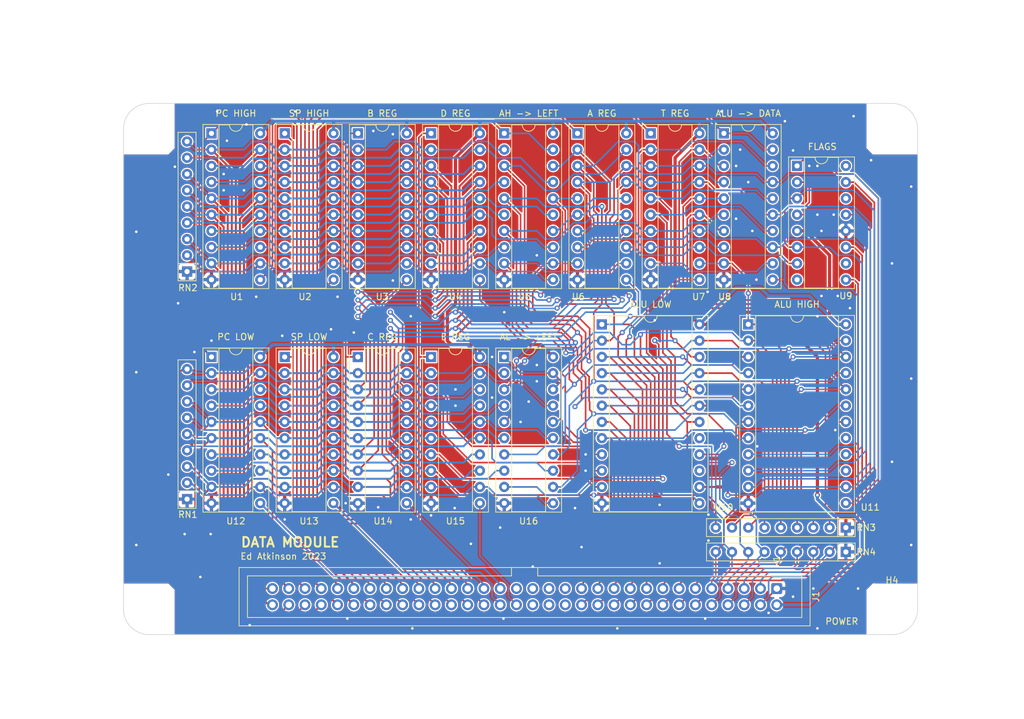
<source format=kicad_pcb>
(kicad_pcb (version 20221018) (generator pcbnew)
  (layers (0 "F.Cu" signal) (31 "B.Cu" signal) (34 "B.Paste" user) (35 "F.Paste" user) (36 "B.SilkS" user "B.Silkscreen") (37 "F.SilkS" user "F.Silkscreen") (38 "B.Mask" user) (39 "F.Mask" user) (44 "Edge.Cuts" user))
  (net 0 "")
  (net 1 "/~{BC_OUT}")
  (net 2 "/B_LOAD")
  (net 3 "/C_LOAD")
  (net 4 "/~{DE_OUT}")
  (net 5 "/PC_H_LOAD")
  (net 6 "/D_LOAD")
  (net 7 "/E_LOAD")
  (net 8 "/PC_L_LOAD")
  (net 9 "/SP_H_LOAD")
  (net 10 "/SP_L_LOAD")
  (net 11 "GND")
  (net 12 "+5V")
  (net 13 "/D5")
  (net 14 "/D7")
  (net 15 "/D6")
  (net 16 "/~{A_OUT}")
  (net 17 "/~{T_OUT}")
  (net 18 "/D4")
  (net 19 "/D1")
  (net 20 "/D3")
  (net 21 "/D2")
  (net 22 "/A_LOAD")
  (net 23 "/T_LOAD")
  (net 24 "/D0")
  (net 25 "/A7")
  (net 26 "/A6")
  (net 27 "/A5")
  (net 28 "/A4")
  (net 29 "/A3")
  (net 30 "/A2")
  (net 31 "/A1")
  (net 32 "/A0")
  (net 33 "/A15")
  (net 34 "/A14")
  (net 35 "/A13")
  (net 36 "/A12")
  (net 37 "/A11")
  (net 38 "/A10")
  (net 39 "/A9")
  (net 40 "/A8")
  (net 41 "/FLAGS_A_UPDATE")
  (net 42 "/FLAGS_B_UPDATE")
  (net 43 "/~{ALU_OUT}")
  (net 44 "/ALU_S0")
  (net 45 "/ALU_S1")
  (net 46 "/~{SP_OUT}")
  (net 47 "/ALU_S2")
  (net 48 "/ALU_S3")
  (net 49 "/ALU_M")
  (net 50 "/~{ALU_CIN}")
  (net 51 "/EQUAL_FLAG_B")
  (net 52 "/CARRY_FLAG_B")
  (net 53 "/~{PC_OUT}")
  (net 54 "/~{ADR_H_OUT}")
  (net 55 "/L0")
  (net 56 "/~{ADR_L_OUT}")
  (net 57 "/CARRY_FLAG_A")
  (net 58 "/L1")
  (net 59 "/L2")
  (net 60 "/EQUAL_FLAG_A")
  (net 61 "/L3")
  (net 62 "/L4")
  (net 63 "/L5")
  (net 64 "/L6")
  (net 65 "/L7")
  (net 66 "/ALU0")
  (net 67 "/ALU1")
  (net 68 "/ALU2")
  (net 69 "/ALU3")
  (net 70 "/ALU4")
  (net 71 "/ALU5")
  (net 72 "/ALU6")
  (net 73 "/ALU7")
  (net 74 "/~{RAM_OUT}")
  (net 75 "/RAM_LOAD")
  (net 76 "/~{RESET}")
  (net 77 "/CLK")
  (net 80 "/CONTROL_DISABLE")
  (net 81 "Net-(U10-A=B)")
  (net 82 "Net-(U11-A=B)")
  (net 83 "Net-(U11-Cn+4)")
  (net 89 "Net-(U10-Cn+4)")
  (footprint "Package_DIP:DIP-24_W15.24mm_Socket" (layer "F.Cu") (at 148.59 78.735)
    (fp_text reference "U11")
    (fp_text value "74LS181")
  )
  (footprint "Package_DIP:DIP-20_W7.62mm_Socket" (layer "F.Cu") (at 64.77 48.895)
    (fp_text reference "U1")
    (fp_text value "74LS374" hide)
  )
  (footprint "Package_DIP:DIP-20_W7.62mm_Socket" (layer "F.Cu") (at 99.06 83.82)
    (fp_text reference "U15")
    (fp_text value "74LS374" hide)
  )
  (footprint "Resistor_THT:R_Array_SIP9" (layer "F.Cu") (at 163.83 114.3 180)
    (fp_text reference "RN4")
    (fp_text value "10K")
  )
  (footprint "MountingHole:MountingHole_3.5mm" (layer "F.Cu") (at 55.035 48.21)
    (fp_text reference "H1" hide)
    (fp_text value "MountingHole")
  )
  (footprint "Package_DIP:DIP-20_W7.62mm_Socket" (layer "F.Cu") (at 64.77 83.82)
    (fp_text reference "U12")
    (fp_text value "74LS374" hide)
  )
  (footprint "Package_DIP:DIP-20_W7.62mm_Socket" (layer "F.Cu") (at 121.92 48.895)
    (fp_text reference "U6")
    (fp_text value "74LS374" hide)
  )
  (footprint "Package_DIP:DIP-20_W7.62mm_Socket" (layer "F.Cu") (at 133.35 48.895)
    (fp_text reference "U7")
    (fp_text value "74LS374" hide)
  )
  (footprint "Connector_IDC:IDC-Header_2x32_P2.54mm_Vertical" (layer "F.Cu") (at 153.035 120.015 -90)
    (fp_text reference "J1")
    (fp_text value "Conn_02x32_Odd_Even")
  )
  (footprint "Package_DIP:DIP-20_W7.62mm_Socket" (layer "F.Cu") (at 76.2 83.82)
    (fp_text reference "U13")
    (fp_text value "74LS374" hide)
  )
  (footprint "Resistor_THT:R_Array_SIP9" (layer "F.Cu") (at 60.96 70.485 90)
    (fp_text reference "RN2")
    (fp_text value "10K")
  )
  (footprint "Package_DIP:DIP-20_W7.62mm_Socket" (layer "F.Cu") (at 99.06 48.895)
    (fp_text reference "U4")
    (fp_text value "74LS374" hide)
  )
  (footprint "Package_DIP:DIP-20_W7.62mm_Socket" (layer "F.Cu") (at 87.64 48.895)
    (fp_text reference "U3")
    (fp_text value "74LS374" hide)
  )
  (footprint "Package_DIP:DIP-20_W7.62mm_Socket" (layer "F.Cu") (at 110.49 48.895)
    (fp_text reference "U5")
    (fp_text value "74LS244" hide)
  )
  (footprint "Package_DIP:DIP-20_W7.62mm_Socket" (layer "F.Cu") (at 110.49 83.82)
    (fp_text reference "U16")
    (fp_text value "74LS244" hide)
  )
  (footprint "NetTie:NetTie-2_SMD_Pad0.5mm" (layer "F.Cu") (at 144.145 104.14)
    (fp_text reference "NT1" hide)
    (fp_text value "NetTie_2" hide)
  )
  (footprint "Package_DIP:DIP-20_W7.62mm_Socket" (layer "F.Cu") (at 87.63 83.82)
    (fp_text reference "U14")
    (fp_text value "74LS374" hide)
  )
  (footprint "Package_DIP:DIP-20_W7.62mm_Socket" (layer "F.Cu") (at 144.78 48.895)
    (fp_text reference "U8")
    (fp_text value "74LS244" hide)
  )
  (footprint "MountingHole:MountingHole_3.5mm" (layer "F.Cu") (at 171.035 123.21)
    (fp_text reference "H4")
    (fp_text value "MountingHole")
  )
  (footprint "Resistor_THT:R_Array_SIP9" (layer "F.Cu") (at 163.83 110.49 180)
    (fp_text reference "RN3")
    (fp_text value "10K")
  )
  (footprint "MountingHole:MountingHole_3.5mm" (layer "F.Cu") (at 55.035 123.21)
    (fp_text reference "H3" hide)
    (fp_text value "MountingHole")
  )
  (footprint "Resistor_THT:R_Array_SIP9" (layer "F.Cu") (at 60.96 106.045 90)
    (fp_text reference "RN1")
    (fp_text value "10K")
  )
  (footprint "Package_DIP:DIP-20_W7.62mm_Socket" (layer "F.Cu") (at 76.21 48.895)
    (fp_text reference "U2")
    (fp_text value "74LS374" hide)
  )
  (footprint "Package_DIP:DIP-16_W7.62mm_Socket" (layer "F.Cu") (at 156.21 53.975)
    (fp_text reference "U9")
    (fp_text value "74LS75")
  )
  (footprint "Package_DIP:DIP-24_W15.24mm_Socket" (layer "F.Cu") (at 125.73 78.74)
    (fp_text reference "U10")
    (fp_text value "74LS181")
  )
  (footprint "MountingHole:MountingHole_3.5mm" (layer "F.Cu") (at 171.035 48.21)
    (fp_text reference "H2" hide)
    (fp_text value "MountingHole")
  )
  (gr_arc (start 51.035 48.21) (mid 52.206573 45.381573) (end 55.035 44.21) (stroke (width 0.1)) (layer "Edge.Cuts"))
  (gr_line (start 55.035 127.21) (end 171.035 127.21) (stroke (width 0.1)) (layer "Edge.Cuts"))
  (gr_arc (start 175.035 123.21) (mid 173.863427 126.038427) (end 171.035 127.21) (stroke (width 0.1)) (layer "Edge.Cuts"))
  (gr_line (start 51.035 48.21) (end 51.035 123.21) (stroke (width 0.1)) (layer "Edge.Cuts"))
  (gr_arc (start 171.035 44.21) (mid 173.863427 45.381573) (end 175.035 48.21) (stroke (width 0.1)) (layer "Edge.Cuts"))
  (gr_line (start 171.035 44.21) (end 55.035 44.21) (stroke (width 0.1)) (layer "Edge.Cuts"))
  (gr_line (start 175.035 123.21) (end 175.035 48.21) (stroke (width 0.1)) (layer "Edge.Cuts"))
  (gr_arc (start 55.035 127.21) (mid 52.206573 126.038427) (end 51.035 123.21) (stroke (width 0.1)) (layer "Edge.Cuts"))
  (gr_text "FLAGS" (at 160.147 51.562) (layer "F.SilkS") (effects (font (size 1 1)) (justify bottom)))
  (gr_text "C REG" (at 91.44 81.28) (layer "F.SilkS") (effects (font (size 1 1)) (justify bottom)))
  (gr_text "AL -> LEFT" (at 114.3 81.28) (layer "F.SilkS") (effects (font (size 1 1)) (justify bottom)))
  (gr_text "D REG" (at 102.87 46.355) (layer "F.SilkS") (effects (font (size 1 1)) (justify bottom)))
  (gr_text "SP HIGH" (at 80.01 46.355) (layer "F.SilkS") (effects (font (size 1 1)) (justify bottom)))
  (gr_text "E REG" (at 102.87 81.28) (layer "F.SilkS") (effects (font (size 1 1)) (justify bottom)))
  (gr_text "A REG" (at 125.73 46.355) (layer "F.SilkS") (effects (font (size 1 1)) (justify bottom)))
  (gr_text "AH -> LEFT" (at 114.3 46.355) (layer "F.SilkS") (effects (font (size 1 1)) (justify bottom)))
  (gr_text "DATA MODULE" (at 69.215 113.665) (layer "F.SilkS") (effects (font (size 1.5 1.5) (thickness 0.3) bold) (justify left bottom)))
  (gr_text "T REG" (at 137.16 46.355) (layer "F.SilkS") (effects (font (size 1 1)) (justify bottom)))
  (gr_text "ALU LOW" (at 133.35 76.2) (layer "F.SilkS") (effects (font (size 1 1)) (justify bottom)))
  (gr_text "PC LOW" (at 68.58 81.28) (layer "F.SilkS") (effects (font (size 1 1)) (justify bottom)))
  (gr_text "B REG" (at 91.44 46.355) (layer "F.SilkS") (effects (font (size 1 1)) (justify bottom)))
  (gr_text "PC HIGH" (at 68.58 46.355) (layer "F.SilkS") (effects (font (size 1 1)) (justify bottom)))
  (gr_text "SP LOW" (at 80.01 81.28) (layer "F.SilkS") (effects (font (size 1 1)) (justify bottom)))
  (gr_text "Ed Atkinson 2023" (at 69.215 115.57) (layer "F.SilkS") (effects (font (size 1 1)) (justify left bottom)))
  (gr_text "ALU HIGH" (at 156.21 76.2) (layer "F.SilkS") (effects (font (size 1 1)) (justify bottom)))
  (gr_text "POWER" (at 163.195 125.73) (layer "F.SilkS") (effects (font (size 1 1)) (justify bottom)))
  (gr_text "ALU -> DATA" (at 148.59 46.355) (layer "F.SilkS") (effects (font (size 1 1)) (justify bottom)))
  (segment (start 92.075 102.87) (end 92.71 103.505) (width 0.25) (layer "F.Cu") (net 1))
  (segment (start 86.36 102.87) (end 92.075 102.87) (width 0.25) (layer "F.Cu") (net 1))
  (segment (start 86.36 48.895) (end 85.725 49.53) (width 0.25) (layer "F.Cu") (net 1))
  (segment (start 85.725 102.235) (end 86.36 102.87) (width 0.25) (layer "F.Cu") (net 1))
  (segment (start 87.63 83.82) (end 85.725 83.82) (width 0.25) (layer "F.Cu") (net 1))
  (segment (start 103.505 119.38) (end 103.505 121.285) (width 0.25) (layer "F.Cu") (net 1))
  (segment (start 85.725 83.82) (end 85.725 102.235) (width 0.25) (layer "F.Cu") (net 1))
  (segment (start 103.505 121.285) (end 104.775 122.555) (width 0.25) (layer "F.Cu") (net 1))
  (segment (start 92.71 108.585) (end 103.505 119.38) (width 0.25) (layer "F.Cu") (net 1))
  (segment (start 87.64 48.895) (end 86.36 48.895) (width 0.25) (layer "F.Cu") (net 1))
  (segment (start 85.725 49.53) (end 85.725 83.82) (width 0.25) (layer "F.Cu") (net 1))
  (segment (start 92.71 103.505) (end 92.71 108.585) (width 0.25) (layer "F.Cu") (net 1))
  (segment (start 104.775 119.38) (end 104.775 120.015) (width 0.25) (layer "F.Cu") (net 2))
  (segment (start 93.345 104.775) (end 93.345 107.95) (width 0.25) (layer "F.Cu") (net 2))
  (segment (start 93.345 100.965) (end 91.44 99.06) (width 0.25) (layer "F.Cu") (net 2))
  (segment (start 93.345 107.95) (end 104.775 119.38) (width 0.25) (layer "F.Cu") (net 2))
  (segment (start 91.44 75.575) (end 95.26 71.755) (width 0.25) (layer "F.Cu") (net 2))
  (segment (start 91.44 99.06) (end 91.44 75.575) (width 0.25) (layer "F.Cu") (net 2))
  (segment (start 93.345 104.775) (end 93.345 100.965) (width 0.25) (layer "F.Cu") (net 2))
  (segment (start 109.855 119.38) (end 109.855 120.015) (width 0.3) (layer "B.Cu") (net 3))
  (segment (start 107.315 116.84) (end 109.855 119.38) (width 0.3) (layer "B.Cu") (net 3))
  (segment (start 95.25 106.68) (end 105.41 116.84) (width 0.3) (layer "B.Cu") (net 3))
  (segment (start 105.41 116.84) (end 107.315 116.84) (width 0.3) (layer "B.Cu") (net 3))
  (segment (start 97.79 48.895) (end 97.155 49.53) (width 0.25) (layer "F.Cu") (net 4))
  (segment (start 106.045 121.285) (end 107.315 122.555) (width 0.25) (layer "F.Cu") (net 4))
  (segment (start 97.155 83.82) (end 97.155 110.49) (width 0.25) (layer "F.Cu") (net 4))
  (segment (start 97.155 49.53) (end 97.155 83.82) (width 0.25) (layer "F.Cu") (net 4))
  (segment (start 99.06 48.895) (end 97.79 48.895) (width 0.25) (layer "F.Cu") (net 4))
  (segment (start 99.06 83.82) (end 97.155 83.82) (width 0.25) (layer "F.Cu") (net 4))
  (segment (start 97.155 110.49) (end 106.045 119.38) (width 0.25) (layer "F.Cu") (net 4))
  (segment (start 106.045 119.38) (end 106.045 121.285) (width 0.25) (layer "F.Cu") (net 4))
  (segment (start 74.803 46.99) (end 77.47 46.99) (width 0.25) (layer "F.Cu") (net 5))
  (segment (start 86.36 111.125) (end 94.615 119.38) (width 0.25) (layer "F.Cu") (net 5))
  (segment (start 79.375 111.125) (end 86.36 111.125) (width 0.25) (layer "F.Cu") (net 5))
  (segment (start 77.47 46.99) (end 78.105 47.625) (width 0.25) (layer "F.Cu") (net 5))
  (segment (start 78.105 109.855) (end 79.375 111.125) (width 0.25) (layer "F.Cu") (net 5))
  (segment (start 72.39 71.755) (end 74.295 69.85) (width 0.25) (layer "F.Cu") (net 5))
  (segment (start 74.295 69.85) (end 74.295 47.498) (width 0.25) (layer "F.Cu") (net 5))
  (segment (start 94.615 119.38) (end 94.615 120.015) (width 0.25) (layer "F.Cu") (net 5))
  (segment (start 74.295 47.498) (end 74.803 46.99) (width 0.25) (layer "F.Cu") (net 5))
  (segment (start 94.615 119.379302) (end 94.615 120.015) (width 0.3) (layer "F.Cu") (net 5))
  (segment (start 78.105 47.625) (end 78.105 109.855) (width 0.25) (layer "F.Cu") (net 5))
  (segment (start 120.015 94.615) (end 120.015 86.995) (width 0.25) (layer "F.Cu") (net 6))
  (segment (start 121.92 96.52) (end 120.015 94.615) (width 0.25) (layer "F.Cu") (net 6))
  (segment (start 128.905 97.155) (end 127 95.25) (width 0.25) (layer "F.Cu") (net 6))
  (segment (start 125.095 120.015) (end 125.095 119.38) (width 0.25) (layer "F.Cu") (net 6))
  (segment (start 125.095 119.38) (end 128.905 115.57) (width 0.25) (layer "F.Cu") (net 6))
  (segment (start 120.015 86.995) (end 119.38 86.36) (width 0.25) (layer "F.Cu") (net 6))
  (segment (start 119.38 82.55) (end 118.11 81.28) (width 0.25) (layer "F.Cu") (net 6))
  (segment (start 118.11 81.28) (end 113.03 81.28) (width 0.25) (layer "F.Cu") (net 6))
  (segment (start 106.68 74.93) (end 106.68 71.755) (width 0.25) (layer "F.Cu") (net 6))
  (segment (start 119.38 86.36) (end 119.38 82.55) (width 0.25) (layer "F.Cu") (net 6))
  (segment (start 123.19 96.52) (end 121.92 96.52) (width 0.25) (layer "F.Cu") (net 6))
  (segment (start 127 95.25) (end 124.46 95.25) (width 0.25) (layer "F.Cu") (net 6))
  (segment (start 113.03 81.28) (end 106.68 74.93) (width 0.25) (layer "F.Cu") (net 6))
  (segment (start 124.46 95.25) (end 123.19 96.52) (width 0.25) (layer "F.Cu") (net 6))
  (segment (start 128.905 115.57) (end 128.905 97.155) (width 0.25) (layer "F.Cu") (net 6))
  (segment (start 111.125 121.285) (end 112.395 122.555) (width 0.25) (layer "B.Cu") (net 7))
  (segment (start 106.68 114.935) (end 111.125 119.38) (width 0.25) (layer "B.Cu") (net 7))
  (segment (start 106.68 106.68) (end 106.68 114.935) (width 0.25) (layer "B.Cu") (net 7))
  (segment (start 111.125 119.38) (end 111.125 121.285) (width 0.25) (layer "B.Cu") (net 7))
  (segment (start 107.315 119.38) (end 107.315 120.015) (width 0.3) (layer "B.Cu") (net 8))
  (segment (start 106.045 118.11) (end 107.315 119.38) (width 0.3) (layer "B.Cu") (net 8))
  (segment (start 72.39 106.68) (end 83.82 118.11) (width 0.3) (layer "B.Cu") (net 8))
  (segment (start 83.82 118.11) (end 106.045 118.11) (width 0.3) (layer "B.Cu") (net 8))
  (segment (start 81.915 104.775) (end 82.55 105.41) (width 0.25) (layer "F.Cu") (net 9))
  (segment (start 92.075 106.045) (end 92.075 109.22) (width 0.25) (layer "F.Cu") (net 9))
  (segment (start 91.44 105.41) (end 92.075 106.045) (width 0.25) (layer "F.Cu") (net 9))
  (segment (start 92.075 109.22) (end 102.235 119.38) (width 0.25) (layer "F.Cu") (net 9))
  (segment (start 82.55 105.41) (end 91.44 105.41) (width 0.25) (layer "F.Cu") (net 9))
  (segment (start 83.83 71.755) (end 81.915 73.67) (width 0.25) (layer "F.Cu") (net 9))
  (segment (start 81.915 73.67) (end 81.915 104.775) (width 0.25) (layer "F.Cu") (net 9))
  (segment (start 102.235 119.38) (end 102.235 120.015) (width 0.25) (layer "F.Cu") (net 9))
  (segment (start 108.585 121.285) (end 109.855 122.555) (width 0.3) (layer "B.Cu") (net 10))
  (segment (start 83.82 106.68) (end 94.615 117.475) (width 0.3) (layer "B.Cu") (net 10))
  (segment (start 108.585 119.38) (end 108.585 121.285) (width 0.3) (layer "B.Cu") (net 10))
  (segment (start 94.615 117.475) (end 106.68 117.475) (width 0.3) (layer "B.Cu") (net 10))
  (segment (start 106.68 117.475) (end 108.585 119.38) (width 0.3) (layer "B.Cu") (net 10))
  (segment (start 153.035 120.015) (end 151.765 121.285) (width 0.25) (layer "F.Cu") (net 11))
  (segment (start 151.765 121.285) (end 151.765 123.825) (width 0.25) (layer "F.Cu") (net 11))
  (via (at 147.32 51.435) (size 0.8) (drill 0.4) (layers "F.Cu" "B.Cu") (net 11))
  (via (at 60.579 111.506) (size 0.8) (drill 0.4) (layers "F.Cu" "B.Cu") (net 11))
  (via (at 114.935 116.586) (size 0.8) (drill 0.4) (layers "F.Cu" "B.Cu") (net 11))
  (via (at 114.3 90.805) (size 0.8) (drill 0.4) (layers "F.Cu" "B.Cu") (net 11))
  (via (at 84.455 74.422) (size 0.8) (drill 0.4) (layers "F.Cu" "B.Cu") (net 11))
  (via (at 154.305 46.99) (size 0.8) (drill 0.4) (layers "F.Cu" "B.Cu") (net 11))
  (via (at 70.231 47.498) (size 0.8) (drill 0.4) (layers "F.Cu" "B.Cu") (net 11))
  (via (at 149.225 64.135) (size 0.8) (drill 0.4) (layers "F.Cu" "B.Cu") (net 11))
  (via (at 160.02 74.295) (size 0.8) (drill 0.4) (layers "F.Cu" "B.Cu") (net 11))
  (via (at 93.091 71.882) (size 0.8) (drill 0.4) (layers "F.Cu" "B.Cu") (net 11))
  (via (at 67.183 50.038) (size 0.8) (drill 0.4) (layers "F.Cu" "B.Cu") (net 11))
  (via (at 110.363 124.714) (size 0.8) (drill 0.4) (layers "F.Cu" "B.Cu") (net 11))
  (via (at 110.49 76.835) (size 0.8) (drill 0.4) (layers "F.Cu" "B.Cu") (net 11))
  (via (at 146.685 62.23) (size 0.8) (drill 0.4) (layers "F.Cu" "B.Cu") (net 11))
  (via (at 158.115 53.975) (size 0.8) (drill 0.4) (layers "F.Cu" "B.Cu") (net 11))
  (via (at 83.439 79.502) (size 0.8) (drill 0.4) (layers "F.Cu" "B.Cu") (net 11))
  (via (at 115.57 67.945) (size 0.8) (drill 0.4) (layers "F.Cu" "B.Cu") (net 11))
  (via (at 134.747 106.934) (size 0.8) (drill 0.4) (layers "F.Cu" "B.Cu") (net 11))
  (via (at 160.02 64.135) (size 0.8) (drill 0.4) (layers "F.Cu" "B.Cu") (net 11))
  (via (at 174.035 113.21) (size 0.8) (drill 0.4) (layers "F.Cu" "B.Cu") (net 11))
  (via (at 128.143 126.238) (size 0.8) (drill 0.4) (layers "F.Cu" "B.Cu") (net 11))
  (via (at 133.985 78.105) (size 0.8) (drill 0.4) (layers "F.Cu" "B.Cu") (net 11))
  (via (at 102.87 88.9) (size 0.8) (drill 0.4) (layers "F.Cu" "B.Cu") (net 11))
  (via (at 102.743 107.442) (size 0.8) (drill 0.4) (layers "F.Cu" "B.Cu") (net 11))
  (via (at 77.851 45.466) (size 0.8) (drill 0.4) (layers "F.Cu" "B.Cu") (net 11))
  (via (at 159.385 77.47) (size 0.8) (drill 0.4) (layers "F.Cu" "B.Cu") (net 11))
  (via (at 90.805 107.315) (size 0.8) (drill 0.4) (layers "F.Cu" "B.Cu") (net 11))
  (via (at 64.643 111.506) (size 0.8) (drill 0.4) (layers "F.Cu" "B.Cu") (net 11))
  (via (at 59.055 54.102) (size 0.8) (drill 0.4) (layers "F.Cu" "B.Cu") (net 11))
  (via (at 66.675 57.785) (size 0.8) (drill 0.4) (layers "F.Cu" "B.Cu") (net 11))
  (via (at 171.035 69.21) (size 0.8) (drill 0.4) (layers "F.Cu" "B.Cu") (net 11))
  (via (at 53.035 64.262) (size 0.8) (drill 0.4) (layers "F.Cu" "B.Cu") (net 11))
  (via (at 123.19 99.06) (size 0.8) (drill 0.4) (layers "F.Cu" "B.Cu") (net 11))
  (via (at 159.385 53.975) (size 0.8) (drill 0.4) (layers "F.Cu" "B.Cu") (net 11))
  (via (at 142.367 108.458) (size 0.8) (drill 0.4) (layers "F.Cu" "B.Cu") (net 11))
  (via (at 174.035 57.21) (size 0.8) (drill 0.4) (layers "F.Cu" "B.Cu") (net 11))
  (via (at 113.03 93.98) (size 0.8) (drill 0.4) (layers "F.Cu" "B.Cu") (net 11))
  (via (at 155.575 121.285) (size 0.8) (drill 0.4) (layers "F.Cu" "B.Cu") (net 11))
  (via (at 95.885 109.22) (size 0.8) (drill 0.4) (layers "F.Cu" "B.Cu") (net 11))
  (via (at 109.855 110.49) (size 0.8) (drill 0.4) (layers "F.Cu" "B.Cu") (net 11))
  (via (at 174.035 87.21) (size 0.8) (drill 0.4) (layers "F.Cu" "B.Cu") (net 11))
  (via (at 144.399 45.466) (size 0.8) (drill 0.4) (layers "F.Cu" "B.Cu") (net 11))
  (via (at 59.563 75.438) (size 0.8) (drill 0.4) (layers "F.Cu" "B.Cu") (net 11))
  (via (at 134.747 116.078) (size 0.8) (drill 0.4) (layers "F.Cu" "B.Cu") (net 11))
  (via (at 165.735 120.015) (size 0.8) (drill 0.4) (layers "F.Cu" "B.Cu") (net 11))
  (via (at 164.465 76.2) (size 0.8) (drill 0.4) (layers "F.Cu" "B.Cu") (net 11))
  (via (at 108.585 83.82) (size 0.8) (drill 0.4) (layers "F.Cu" "B.Cu") (net 11))
  (via (at 86.995 80.01) (size 0.8) (drill 0.4) (layers "F.Cu" "B.Cu") (net 11))
  (via (at 149.86 71.755) (size 0.8) (drill 0.4) (layers "F.Cu" "B.Cu") (net 11))
  (via (at 53.035 113.21) (size 0.8) (drill 0.4) (layers "F.Cu" "B.Cu") (net 11))
  (via (at 102.87 91.44) (size 0.8) (drill 0.4) (layers "F.Cu" "B.Cu") (net 11))
  (via (at 146.685 53.975) (size 0.8) (drill 0.4) (layers "F.Cu" "B.Cu") (net 11))
  (via (at 122.555 113.538) (size 0.8) (drill 0.4) (layers "F.Cu" "B.Cu") (net 11))
  (via (at 105.283 113.03) (size 0.8) (drill 0.4) (layers "F.Cu" "B.Cu") (net 11))
  (via (at 63.035 118.21) (size 0.8) (drill 0.4) (layers "F.Cu" "B.Cu") (net 11))
  (via (at 75.819 80.518) (size 0.8) (drill 0.4) (layers "F.Cu" "B.Cu") (net 11))
  (via (at 121.539 107.442) (size 0.8) (drill 0.4) (layers "F.Cu" "B.Cu") (net 11))
  (via (at 76.2 109.22) (size 0.8) (drill 0.4) (layers "F.Cu" "B.Cu") (net 11))
  (via (at 165.035 46.21) (size 0.8) (drill 0.4) (layers "F.Cu" "B.Cu") (net 11))
  (via (at 115.57 87.63) (size 0.8) (drill 0.4) (layers "F.Cu" "B.Cu") (net 11))
  (via (at 64.77 81.28) (size 0.8) (drill 0.4) (layers "F.Cu" "B.Cu") (net 11))
  (via (at 85.725 106.68) (size 0.8) (drill 0.4) (layers "F.Cu" "B.Cu") (net 11))
  (via (at 158.75 120.015) (size 0.8) (drill 0.4) (layers "F.Cu" "B.Cu") (net 11))
  (via (at 69.85 57.785) (size 0.8) (drill 0.4) (layers "F.Cu" "B.Cu") (net 11))
  (via (at 108.585 90.17) (size 0.8) (drill 0.4) (layers "F.Cu" "B.Cu") (net 11))
  (via (at 123.19 101.6) (size 0.8) (drill 0.4) (layers "F.Cu" "B.Cu") (net 11))
  (via (at 161.925 61.595) (size 0.8) (drill 0.4) (layers "F.Cu" "B.Cu") (net 11))
  (via (at 141.859 124.714) (size 0.8) (drill 0.4) (layers "F.Cu" "B.Cu") (net 11))
  (via (at 151.765 123.825) (size 0.8) (drill 0.4) (layers "F.Cu" "B.Cu") (net 11))
  (via (at 96.139 126.238) (size 0.8) (drill 0.4) (layers "F.Cu" "B.Cu") (net 11))
  (via (at 167.767 53.086) (size 0.8) (drill 0.4) (layers "F.Cu" "B.Cu") (net 11))
  (via (at 142.367 112.522) (size 0.8) (drill 0.4) (layers "F.Cu" "B.Cu") (net 11))
  (via (at 99.06 108.585) (size 0.8) (drill 0.4) (layers "F.Cu" "B.Cu") (net 11))
  (via (at 149.987 97.79) (size 0.8) (drill 0.4) (layers "F.Cu" "B.Cu") (net 11))
  (via (at 162.179 95.25) (size 0.8) (drill 0.4) (layers "F.Cu" "B.Cu") (net 11))
  (via (at 90.043 48.514) (size 0.8) (drill 0.4) (layers "F.Cu" "B.Cu") (net 11))
  (via (at 162.56 74.295) (size 0.8) (drill 0.4) (layers "F.Cu" "B.Cu") (net 11))
  (via (at 70.739 125.73) (size 0.8) (drill 0.4) (layers "F.Cu" "B.Cu") (net 11))
  (via (at 95.885 77.47) (size 0.8) (drill 0.4) (layers "F.Cu" "B.Cu") (net 11))
  (via (at 171.035 100.21) (size 0.8) (drill 0.4) (layers "F.Cu" "B.Cu") (net 11))
  (via (at 85.979 124.714) (size 0.8) (drill 0.4) (layers "F.Cu" "B.Cu") (net 11))
  (via (at 58.035 102.21) (size 0.8) (drill 0.4) (layers "F.Cu" "B.Cu") (net 11))
  (via (at 65.659 45.466) (size 0.8) (drill 0.4) (layers "F.Cu" "B.Cu") (net 11))
  (via (at 115.57 85.09) (size 0.8) (drill 0.4) (layers "F.Cu" "B.Cu") (net 11))
  (via (at 71.755 74.422) (size 0.8) (drill 0.4) (layers "F.Cu" "B.Cu") (net 11))
  (via (at 159.385 61.595) (size 0.8) (drill 0.4) (layers "F.Cu" "B.Cu") (net 11))
  (via (at 148.59 56.515) (size 0.8) (drill 0.4) (layers "F.Cu" "B.Cu") (net 11))
  (via (at 155.575 51.562) (size 0.8) (drill 0.4) (layers "F.Cu" "B.Cu") (net 11))
  (via (at 66.675 55.245) (size 0.8) (drill 0.4) (layers "F.Cu" "B.Cu") (net 11))
  (via (at 159.385 126.238) (size 0.8) (drill 0.4) (layers "F.Cu" "B.Cu") (net 11))
  (via (at 93.091 49.022) (size 0.8) (drill 0.4) (layers "F.Cu" "B.Cu") (net 11))
  (via (at 62.103 83.058) (size 0.8) (drill 0.4) (layers "F.Cu" "B.Cu") (net 11))
  (via (at 142.24 73.66) (size 0.8) (drill 0.4) (layers "F.Cu" "B.Cu") (net 11))
  (via (at 53.035 86.21) (size 0.8) (drill 0.4) (layers "F.Cu" "B.Cu") (net 11))
  (segment (start 161.29 77.47) (end 162.555 78.735) (width 0.5) (layer "F.Cu") (net 12))
  (segment (start 102.87 75.565) (end 101.6 76.835) (width 0.5) (layer "F.Cu") (net 12))
  (segment (start 106.68 81.915) (end 116.205 81.915) (width 0.5) (layer "F.Cu") (net 12))
  (segment (start 137.16 52.705) (end 137.16 74.93) (width 0.5) (layer "F.Cu") (net 12))
  (segment (start 159.385 83.82) (end 152.4 76.835) (width 0.5) (layer "F.Cu") (net 12))
  (segment (start 101.6 76.835) (end 101.6 81.28) (width 0.5) (layer "F.Cu") (net 12))
  (segment (start 161.29 67.945) (end 161.29 77.47) (width 0.5) (layer "F.Cu") (net 12))
  (segment (start 140.97 48.895) (end 137.16 52.705) (width 0.5) (layer "F.Cu") (net 12))
  (segment (start 106.68 83.82) (end 106.68 81.915) (width 0.5) (layer "F.Cu") (net 12))
  (segment (start 116.205 81.915) (end 118.11 83.82) (width 0.5) (layer "F.Cu") (net 12))
  (segment (start 102.87 52.705) (end 102.87 75.565) (width 0.5) (layer "F.Cu") (net 12))
  (segment (start 157.48 64.135) (end 161.29 67.945) (width 0.5) (layer "F.Cu") (net 12))
  (segment (start 162.555 78.735) (end 163.83 78.735) (width 0.5) (layer "F.Cu") (net 12))
  (segment (start 101.6 81.28) (end 102.235 81.915) (width 0.5) (layer "F.Cu") (net 12))
  (segment (start 106.68 48.895) (end 102.87 52.705) (width 0.5) (layer "F.Cu") (net 12))
  (segment (start 156.21 64.135) (end 157.48 64.135) (width 0.5) (layer "F.Cu") (net 12))
  (segment (start 144.145 76.835) (end 142.24 78.74) (width 0.5) (layer "F.Cu") (net 12))
  (segment (start 152.4 76.835) (end 144.145 76.835) (width 0.5) (layer "F.Cu") (net 12))
  (segment (start 102.235 81.915) (end 106.68 81.915) (width 0.5) (layer "F.Cu") (net 12))
  (segment (start 137.16 74.93) (end 140.97 78.74) (width 0.5) (layer "F.Cu") (net 12))
  (segment (start 159.385 105.41) (end 159.385 83.82) (width 0.5) (layer "F.Cu") (net 12))
  (segment (start 142.24 78.74) (end 140.97 78.74) (width 0.5) (layer "F.Cu") (net 12))
  (via (at 159.385 105.41) (size 0.8) (drill 0.4) (layers "F.Cu" "B.Cu") (net 12))
  (segment (start 162.555 78.735) (end 163.83 78.735) (width 0.5) (layer "B.Cu") (net 12))
  (segment (start 118.11 46.99) (end 129.54 46.99) (width 0.5) (layer "B.Cu") (net 12))
  (segment (start 83.82 81.915) (end 95.25 81.915) (width 0.5) (layer "B.Cu") (net 12))
  (segment (start 161.29 119.38) (end 158.115 122.555) (width 0.5) (layer "B.Cu") (net 12))
  (segment (start 140.97 46.99) (end 150.495 46.99) (width 0.5) (layer "B.Cu") (net 12))
  (segment (start 140.97 48.895) (end 140.97 46.99) (width 0.5) (layer "B.Cu") (net 12))
  (segment (start 72.39 48.895) (end 74.295 46.99) (width 0.5) (layer "B.Cu") (net 12))
  (segment (start 159.385 105.41) (end 159.385 106.045) (width 0.5) (layer "B.Cu") (net 12))
  (segment (start 166.37 109.855) (end 166.37 114.3) (width 0.5) (layer "B.Cu") (net 12))
  (segment (start 129.54 46.99) (end 140.97 46.99) (width 0.5) (layer "B.Cu") (net 12))
  (segment (start 166.37 114.3) (end 161.29 119.38) (width 0.5) (layer "B.Cu") (net 12))
  (segment (start 146.685 73.025) (end 150.495 73.025) (width 0.5) (layer "B.Cu") (net 12))
  (segment (start 83.83 47) (end 83.82 46.99) (width 0.5) (layer "B.Cu") (net 12))
  (segment (start 161.925 108.585) (end 165.1 108.585) (width 0.5) (layer "B.Cu") (net 12))
  (segment (start 118.11 48.895) (end 118.11 46.99) (width 0.5) (layer "B.Cu") (net 12))
  (segment (start 95.26 47) (end 95.25 46.99) (width 0.5) (layer "B.Cu") (net 12))
  (segment (start 129.54 48.895) (end 129.54 46.99) (width 0.5) (layer "B.Cu") (net 12))
  (segment (start 158.115 74.295) (end 162.555 78.735) (width 0.5) (layer "B.Cu") (net 12))
  (segment (start 74.295 46.99) (end 83.82 46.99) (width 0.5) (layer "B.Cu") (net 12))
  (segment (start 74.295 81.915) (end 83.82 81.915) (width 0.5) (layer "B.Cu") (net 12))
  (segment (start 83.82 46.99) (end 95.25 46.99) (width 0.5) (layer "B.Cu") (net 12))
  (segment (start 159.385 106.045) (end 161.925 108.585) (width 0.5) (layer "B.Cu") (net 12))
  (segment (start 106.68 48.895) (end 106.68 46.99) (width 0.5) (layer "B.Cu") (net 12))
  (segment (start 95.26 48.895) (end 95.26 47) (width 0.5) (layer "B.Cu") (net 12))
  (segment (start 151.765 74.295) (end 158.115 74.295) (width 0.5) (layer "B.Cu") (net 12))
  (segment (start 158.115 122.555) (end 153.035 122.555) (width 0.5) (layer "B.Cu") (net 12))
  (segment (start 72.39 83.82) (end 74.295 81.915) (width 0.5) (layer "B.Cu") (net 12))
  (segment (start 95.25 83.82) (end 95.25 81.915) (width 0.5) (layer "B.Cu") (net 12))
  (segment (start 95.25 81.915) (end 104.775 81.915) (width 0.5) (layer "B.Cu") (net 12))
  (segment (start 83.83 48.895) (end 83.83 47) (width 0.5) (layer "B.Cu") (net 12))
  (segment (start 152.4 48.895) (end 150.495 46.99) (width 0.5) (layer "B.Cu") (net 12))
  (segment (start 106.68 46.99) (end 118.11 46.99) (width 0.5) (layer "B.Cu") (net 12))
  (segment (start 150.495 73.025) (end 151.765 74.295) (width 0.5) (layer "B.Cu") (net 12))
  (segment (start 140.97 78.74) (end 146.685 73.025) (width 0.5) (layer "B.Cu") (net 12))
  (segment (start 83.82 83.82) (end 83.82 81.915) (width 0.5) (layer "B.Cu") (net 12))
  (segment (start 95.25 46.99) (end 106.68 46.99) (width 0.5) (layer "B.Cu") (net 12))
  (segment (start 165.1 108.585) (end 166.37 109.855) (width 0.5) (layer "B.Cu") (net 12))
  (segment (start 104.775 81.915) (end 106.68 83.82) (width 0.5) (layer "B.Cu") (net 12))
  (segment (start 140.97 61.595) (end 139.7 61.595) (width 0.25) (layer "F.Cu") (net 13))
  (segment (start 139.7 61.595) (end 139.065 62.23) (width 0.25) (layer "F.Cu") (net 13))
  (segment (start 141.605 61.595) (end 140.97 61.595) (width 0.25) (layer "F.Cu") (net 13))
  (segment (start 154.94 106.68) (end 154.94 84.45) (width 0.25) (layer "F.Cu") (net 13))
  (segment (start 141.605 74.93) (end 154.945 74.93) (width 0.25) (layer "F.Cu") (net 13))
  (segment (start 154.945 74.93) (end 163.83 83.815) (width 0.25) (layer "F.Cu") (net 13))
  (segment (start 139.065 62.23) (end 139.065 72.39) (width 0.25) (layer "F.Cu") (net 13))
  (segment (start 144.145 64.135) (end 141.605 61.595) (width 0.25) (layer "F.Cu") (net 13))
  (segment (start 139.065 72.39) (end 141.605 74.93) (width 0.25) (layer "F.Cu") (net 13))
  (segment (start 157.48 113.03) (end 157.48 109.22) (width 0.25) (layer "F.Cu") (net 13))
  (segment (start 157.48 109.22) (end 154.94 106.68) (width 0.25) (layer "F.Cu") (net 13))
  (segment (start 154.94 84.45) (end 155.575 83.815) (width 0.25) (layer "F.Cu") (net 13))
  (segment (start 156.21 114.3) (end 157.48 113.03) (width 0.25) (layer "F.Cu") (net 13))
  (segment (start 144.78 64.135) (end 144.145 64.135) (width 0.25) (layer "F.Cu") (net 13))
  (via (at 155.575 83.815) (size 0.8) (drill 0.4) (layers "F.Cu" "B.Cu") (net 13))
  (segment (start 156.21 114.3) (end 156.21 116.205) (width 0.25) (layer "B.Cu") (net 13))
  (segment (start 149.225 121.285) (end 147.955 122.555) (width 0.25) (layer "B.Cu") (net 13))
  (segment (start 155.575 83.815) (end 163.83 83.815) (width 0.25) (layer "B.Cu") (net 13))
  (segment (start 149.225 118.745) (end 149.225 121.285) (width 0.25) (layer "B.Cu") (net 13))
  (segment (start 155.575 116.84) (end 151.13 116.84) (width 0.25) (layer "B.Cu") (net 13))
  (segment (start 151.13 116.84) (end 149.225 118.745) (width 0.25) (layer "B.Cu") (net 13))
  (segment (start 156.21 116.205) (end 155.575 116.84) (width 0.25) (layer "B.Cu") (net 13))
  (segment (start 139.7 51.435) (end 140.97 51.435) (width 0.25) (layer "F.Cu") (net 14))
  (segment (start 137.795 73.66) (end 137.795 53.34) (width 0.25) (layer "F.Cu") (net 14))
  (segment (start 163.83 93.975) (end 163.825 93.98) (width 0.25) (layer "F.Cu") (net 14))
  (segment (start 163.825 93.98) (end 160.655 93.98) (width 0.25) (layer "F.Cu") (net 14))
  (segment (start 141.605 51.435) (end 144.145 53.975) (width 0.25) (layer "F.Cu") (net 14))
  (segment (start 137.795 53.34) (end 139.7 51.435) (width 0.25) (layer "F.Cu") (net 14))
  (segment (start 140.335 76.2) (end 137.795 73.66) (width 0.25) (layer "F.Cu") (net 14))
  (segment (start 162.56 113.03) (end 162.56 109.22) (width 0.25) (layer "F.Cu") (net 14))
  (segment (start 153.67 76.2) (end 140.335 76.2) (width 0.25) (layer "F.Cu") (net 14))
  (segment (start 160.655 107.315) (end 160.655 83.185) (width 0.25) (layer "F.Cu") (net 14))
  (segment (start 160.655 83.185) (end 153.67 76.2) (width 0.25) (layer "F.Cu") (net 14))
  (segment (start 144.145 53.975) (end 144.78 53.975) (width 0.25) (layer "F.Cu") (net 14))
  (segment (start 162.56 109.22) (end 160.655 107.315) (width 0.25) (layer "F.Cu") (net 14))
  (segment (start 161.29 114.3) (end 162.56 113.03) (width 0.25) (layer "F.Cu") (net 14))
  (segment (start 140.97 51.435) (end 141.605 51.435) (width 0.25) (layer "F.Cu") (net 14))
  (segment (start 151.765 118.745) (end 151.765 121.285) (width 0.25) (layer "B.Cu") (net 14))
  (segment (start 161.29 114.3) (end 157.48 118.11) (width 0.25) (layer "B.Cu") (net 14))
  (segment (start 157.48 118.11) (end 152.4 118.11) (width 0.25) (layer "B.Cu") (net 14))
  (segment (start 151.765 121.285) (end 150.495 122.555) (width 0.25) (layer "B.Cu") (net 14))
  (segment (start 152.4 118.11) (end 151.765 118.745) (width 0.25) (layer "B.Cu") (net 14))
  (segment (start 140.97 75.565) (end 154.305 75.565) (width 0.25) (layer "F.Cu") (net 15))
  (segment (start 138.43 73.025) (end 140.97 75.565) (width 0.25) (layer "F.Cu") (net 15))
  (segment (start 160.02 113.03) (end 158.75 114.3) (width 0.25) (layer "F.Cu") (net 15))
  (segment (start 161.29 82.55) (end 161.29 86.355) (width 0.25) (layer "F.Cu") (net 15))
  (segment (start 156.21 89.53) (end 156.21 105.41) (width 0.25) (layer "F.Cu") (net 15))
  (segment (start 161.29 86.355) (end 163.83 88.895) (width 0.25) (layer "F.Cu") (net 15))
  (segment (start 154.305 75.565) (end 161.29 82.55) (width 0.25) (layer "F.Cu") (net 15))
  (segment (start 140.97 59.055) (end 139.7 59.055) (width 0.25) (layer "F.Cu") (net 15))
  (segment (start 160.02 109.22) (end 160.02 113.03) (width 0.25) (layer "F.Cu") (net 15))
  (segment (start 156.845 88.895) (end 156.21 89.53) (width 0.25) (layer "F.Cu") (net 15))
  (segment (start 156.21 105.41) (end 160.02 109.22) (width 0.25) (layer "F.Cu") (net 15))
  (segment (start 138.43 60.325) (end 138.43 73.025) (width 0.25) (layer "F.Cu") (net 15))
  (segment (start 139.7 59.055) (end 138.43 60.325) (width 0.25) (layer "F.Cu") (net 15))
  (via (at 156.845 88.895) (size 0.8) (drill 0.4) (layers "F.Cu" "B.Cu") (net 15))
  (segment (start 150.495 118.745) (end 150.495 120.015) (width 0.25) (layer "B.Cu") (net 15))
  (segment (start 140.97 59.055) (end 144.78 59.055) (width 0.25) (layer "B.Cu") (net 15))
  (segment (start 158.75 115.57) (end 156.845 117.475) (width 0.25) (layer "B.Cu") (net 15))
  (segment (start 156.845 88.895) (end 163.83 88.895) (width 0.25) (layer "B.Cu") (net 15))
  (segment (start 158.75 114.3) (end 158.75 115.57) (width 0.25) (layer "B.Cu") (net 15))
  (segment (start 151.765 117.475) (end 150.495 118.745) (width 0.25) (layer "B.Cu") (net 15))
  (segment (start 156.845 117.475) (end 151.765 117.475) (width 0.25) (layer "B.Cu") (net 15))
  (segment (start 88.899302 108.584302) (end 99.695 119.38) (width 0.25) (layer "F.Cu") (net 16))
  (segment (start 121.92 48.895) (end 119.38 46.355) (width 0.25) (layer "F.Cu") (net 16))
  (segment (start 80.645 47.625) (end 80.645 107.313604) (width 0.25) (layer "F.Cu") (net 16))
  (segment (start 99.695 119.38) (end 99.695 120.015) (width 0.25) (layer "F.Cu") (net 16))
  (segment (start 81.915 46.355) (end 80.645 47.625) (width 0.25) (layer "F.Cu") (net 16))
  (segment (start 80.645 107.313604) (end 81.915698 108.584302) (width 0.25) (layer "F.Cu") (net 16))
  (segment (start 119.38 46.355) (end 81.915 46.355) (width 0.25) (layer "F.Cu") (net 16))
  (segment (start 81.915698 108.584302) (end 88.899302 108.584302) (width 0.25) (layer "F.Cu") (net 16))
  (segment (start 130.175 45.72) (end 81.28 45.72) (width 0.25) (layer "F.Cu") (net 17))
  (segment (start 80.01 107.95) (end 81.28 109.22) (width 0.25) (layer "F.Cu") (net 17))
  (segment (start 133.35 48.895) (end 130.175 45.72) (width 0.25) (layer "F.Cu") (net 17))
  (segment (start 81.28 109.22) (end 88.265 109.22) (width 0.25) (layer "F.Cu") (net 17))
  (segment (start 80.01 46.99) (end 80.01 107.95) (width 0.25) (layer "F.Cu") (net 17))
  (segment (start 88.265 109.22) (end 98.425 119.38) (width 0.25) (layer "F.Cu") (net 17))
  (segment (start 98.425 121.285) (end 99.695 122.555) (width 0.25) (layer "F.Cu") (net 17))
  (segment (start 98.425 119.38) (end 98.425 121.285) (width 0.25) (layer "F.Cu") (net 17))
  (segment (start 81.28 45.72) (end 80.01 46.99) (width 0.25) (layer "F.Cu") (net 17))
  (segment (start 153.67 82.55) (end 149.855 78.735) (width 0.25) (layer "F.Cu") (net 18))
  (segment (start 149.855 78.735) (end 148.59 78.735) (width 0.25) (layer "F.Cu") (net 18))
  (segment (start 154.305 108.585) (end 153.67 107.95) (width 0.25) (layer "F.Cu") (net 18))
  (segment (start 154.306396 108.585) (end 154.305 108.585) (width 0.25) (layer "F.Cu") (net 18))
  (segment (start 146.05 69.215) (end 144.78 69.215) (width 0.25) (layer "F.Cu") (net 18))
  (segment (start 148.59 71.755) (end 146.05 69.215) (width 0.25) (layer "F.Cu") (net 18))
  (segment (start 154.94 113.03) (end 154.94 109.218604) (width 0.25) (layer "F.Cu") (net 18))
  (segment (start 153.67 114.3) (end 154.94 113.03) (width 0.25) (layer "F.Cu") (net 18))
  (segment (start 148.59 73.8745) (end 148.59 71.755) (width 0.25) (layer "F.Cu") (net 18))
  (segment (start 153.67 107.95) (end 153.67 82.55) (width 0.25) (layer "F.Cu") (net 18))
  (segment (start 154.94 109.218604) (end 154.306396 108.585) (width 0.25) (layer "F.Cu") (net 18))
  (via (at 148.59 73.8745) (size 0.8) (drill 0.4) (layers "F.Cu" "B.Cu") (net 18))
  (segment (start 148.59 78.735) (end 148.59 73.8745) (width 0.25) (layer "B.Cu") (net 18))
  (segment (start 147.955 118.745) (end 147.955 120.015) (width 0.25) (layer "B.Cu") (net 18))
  (segment (start 150.495 116.205) (end 147.955 118.745) (width 0.25) (layer "B.Cu") (net 18))
  (segment (start 140.97 69.215) (end 144.78 69.215) (width 0.25) (layer "B.Cu") (net 18))
  (segment (start 153.67 115.57) (end 153.035 116.205) (width 0.25) (layer "B.Cu") (net 18))
  (segment (start 153.67 114.3) (end 153.67 115.57) (width 0.25) (layer "B.Cu") (net 18))
  (segment (start 153.035 116.205) (end 150.495 116.205) (width 0.25) (layer "B.Cu") (net 18))
  (segment (start 136.525 80.645) (end 137.16 81.28) (width 0.25) (layer "F.Cu") (net 19))
  (segment (start 133.35 59.055) (end 134.62 59.055) (width 0.25) (layer "F.Cu") (net 19))
  (segment (start 135.89 95.885) (end 135.89 85.09) (width 0.25) (layer "F.Cu") (net 19))
  (segment (start 137.16 81.28) (end 139.7 83.82) (width 0.25) (layer "F.Cu") (net 19))
  (segment (start 139.7 83.82) (end 140.97 83.82) (width 0.25) (layer "F.Cu") (net 19))
  (segment (start 136.525 60.96) (end 136.525 80.645) (width 0.25) (layer "F.Cu") (net 19))
  (segment (start 137.795 97.79) (end 135.89 95.885) (width 0.25) (layer "F.Cu") (net 19))
  (segment (start 135.89 85.09) (end 134.62 83.82) (width 0.25) (layer "F.Cu") (net 19))
  (segment (start 134.62 83.82) (end 134.62 81.915) (width 0.25) (layer "F.Cu") (net 19))
  (segment (start 134.62 59.055) (end 136.525 60.96) (width 0.25) (layer "F.Cu") (net 19))
  (segment (start 134.62 81.915) (end 133.985 81.28) (width 0.25) (layer "F.Cu") (net 19))
  (via (at 137.795 97.79) (size 0.8) (drill 0.4) (layers "F.Cu" "B.Cu") (net 19))
  (via (at 133.985 81.28) (size 0.8) (drill 0.4) (layers "F.Cu" "B.Cu") (net 19))
  (via (at 137.16 81.28) (size 0.8) (drill 0.4) (layers "F.Cu" "B.Cu") (net 19))
  (segment (start 146.05 116.84) (end 144.145 118.745) (width 0.25) (layer "B.Cu") (net 19))
  (segment (start 142.875 107.315) (end 144.78 109.22) (width 0.25) (layer "B.Cu") (net 19))
  (segment (start 142.875 97.79) (end 142.875 107.315) (width 0.25) (layer "B.Cu") (net 19))
  (segment (start 146.05 114.3) (end 146.05 116.84) (width 0.25) (layer "B.Cu") (net 19))
  (segment (start 133.35 59.055) (end 138.43 59.055) (width 0.25) (layer "B.Cu") (net 19))
  (segment (start 137.795 97.79) (end 142.875 97.79) (width 0.25) (layer "B.Cu") (net 19))
  (segment (start 144.78 109.22) (end 144.78 113.03) (width 0.25) (layer "B.Cu") (net 19))
  (segment (start 144.78 113.03) (end 146.05 114.3) (width 0.25) (layer "B.Cu") (net 19))
  (segment (start 144.145 121.285) (end 142.875 122.555) (width 0.25) (layer "B.Cu") (net 19))
  (segment (start 151.13 59.055) (end 152.4 59.055) (width 0.25) (layer "B.Cu") (net 19))
  (segment (start 144.145 118.745) (end 144.145 121.285) (width 0.25) (layer "B.Cu") (net 19))
  (segment (start 139.7 57.785) (end 149.86 57.785) (width 0.25) (layer "B.Cu") (net 19))
  (segment (start 149.86 57.785) (end 151.13 59.055) (width 0.25) (layer "B.Cu") (net 19))
  (segment (start 138.43 59.055) (end 139.7 57.785) (width 0.25) (layer "B.Cu") (net 19))
  (segment (start 133.985 81.28) (end 137.16 81.28) (width 0.25) (layer "B.Cu") (net 19))
  (segment (start 146.05 100.33) (end 139.7 100.33) (width 0.25) (layer "F.Cu") (net 20))
  (segment (start 134.62 69.215) (end 135.255 69.85) (width 0.25) (layer "F.Cu") (net 20))
  (segment (start 135.255 69.85) (end 135.255 83.185) (width 0.25) (layer "F.Cu") (net 20))
  (segment (start 136.525 91.44) (end 139.065 93.98) (width 0.25) (layer "F.Cu") (net 20))
  (segment (start 133.35 69.215) (end 134.62 69.215) (width 0.25) (layer "F.Cu") (net 20))
  (segment (start 139.065 99.695) (end 139.065 93.98) (width 0.25) (layer "F.Cu") (net 20))
  (segment (start 139.065 93.98) (end 140.97 93.98) (width 0.25) (layer "F.Cu") (net 20))
  (segment (start 135.255 83.185) (end 136.525 84.455) (width 0.25) (layer "F.Cu") (net 20))
  (segment (start 139.7 100.33) (end 139.065 99.695) (width 0.25) (layer "F.Cu") (net 20))
  (segment (start 136.525 84.455) (end 136.525 91.44) (width 0.25) (layer "F.Cu") (net 20))
  (via (at 146.05 100.33) (size 0.8) (drill 0.4) (layers "F.Cu" "B.Cu") (net 20))
  (segment (start 151.13 69.215) (end 149.86 70.485) (width 0.25) (layer "B.Cu") (net 20))
  (segment (start 146.685 118.745) (end 146.685 121.285) (width 0.25) (layer "B.Cu") (net 20))
  (segment (start 138.43 69.215) (end 133.35 69.215) (width 0.25) (layer "B.Cu") (net 20))
  (segment (start 149.86 109.22) (end 149.86 113.03) (width 0.25) (layer "B.Cu") (net 20))
  (segment (start 146.05 100.33) (end 144.145 102.235) (width 0.25) (layer "B.Cu") (net 20))
  (segment (start 144.145 106.045) (end 146.05 107.95) (width 0.25) (layer "B.Cu") (net 20))
  (segment (start 149.86 70.485) (end 139.7 70.485) (width 0.25) (layer "B.Cu") (net 20))
  (segment (start 139.7 70.485) (end 138.43 69.215) (width 0.25) (layer "B.Cu") (net 20))
  (segment (start 151.13 69.215) (end 152.4 69.215) (width 0.25) (layer "B.Cu") (net 20))
  (segment (start 149.86 113.03) (end 151.13 114.3) (width 0.25) (layer "B.Cu") (net 20))
  (segment (start 144.145 102.235) (end 144.145 106.045) (width 0.25) (layer "B.Cu") (net 20))
  (segment (start 146.05 107.95) (end 148.59 107.95) (width 0.25) (layer "B.Cu") (net 20))
  (segment (start 146.685 121.285) (end 145.415 122.555) (width 0.25) (layer "B.Cu") (net 20))
  (segment (start 151.13 114.3) (end 146.685 118.745) (width 0.25) (layer "B.Cu") (net 20))
  (segment (start 148.59 107.95) (end 149.86 109.22) (width 0.25) (layer "B.Cu") (net 20))
  (segment (start 139.065 92.71) (end 142.24 92.71) (width 0.25) (layer "F.Cu") (net 21))
  (segment (start 144.78 95.25) (end 144.78 97.79) (width 0.25) (layer "F.Cu") (net 21))
  (segment (start 140.97 88.9) (end 139.7 88.9) (width 0.25) (layer "F.Cu") (net 21))
  (segment (start 135.89 82.55) (end 137.16 83.82) (width 0.25) (layer "F.Cu") (net 21))
  (segment (start 135.89 62.865) (end 135.89 82.55) (width 0.25) (layer "F.Cu") (net 21))
  (segment (start 137.16 87.63) (end 137.16 88.265) (width 0.25) (layer "F.Cu") (net 21))
  (segment (start 138.43 87.63) (end 137.16 87.63) (width 0.25) (layer "F.Cu") (net 21))
  (segment (start 139.7 88.9) (end 138.43 87.63) (width 0.25) (layer "F.Cu") (net 21))
  (segment (start 133.35 61.595) (end 134.62 61.595) (width 0.25) (layer "F.Cu") (net 21))
  (segment (start 137.16 88.265) (end 137.16 90.805) (width 0.25) (layer "F.Cu") (net 21))
  (segment (start 142.24 92.71) (end 144.78 95.25) (width 0.25) (layer "F.Cu") (net 21))
  (segment (start 137.16 83.82) (end 137.16 87.63) (width 0.25) (layer "F.Cu") (net 21))
  (segment (start 137.16 90.805) (end 139.065 92.71) (width 0.25) (layer "F.Cu") (net 21))
  (segment (start 134.62 61.595) (end 135.89 62.865) (width 0.25) (layer "F.Cu") (net 21))
  (via (at 144.78 97.79) (size 0.8) (drill 0.4) (layers "F.Cu" "B.Cu") (net 21))
  (segment (start 139.7 60.325) (end 147.32 60.325) (width 0.25) (layer "B.Cu") (net 21))
  (segment (start 144.78 97.79) (end 143.51 99.06) (width 0.25) (layer "B.Cu") (net 21))
  (segment (start 148.59 114.3) (end 148.59 115.57) (width 0.25) (layer "B.Cu") (net 21))
  (segment (start 151.13 64.135) (end 152.4 64.135) (width 0.25) (layer "B.Cu") (net 21))
  (segment (start 148.59 115.57) (end 145.415 118.745) (width 0.25) (layer "B.Cu") (net 21))
  (segment (start 145.415 118.745) (end 145.415 120.015) (width 0.25) (layer "B.Cu") (net 21))
  (segment (start 143.51 106.68) (end 145.415 108.585) (width 0.25) (layer "B.Cu") (net 21))
  (segment (start 146.685 108.585) (end 147.32 109.22) (width 0.25) (layer "B.Cu") (net 21))
  (segment (start 147.32 113.03) (end 148.59 114.3) (width 0.25) (layer "B.Cu") (net 21))
  (segment (start 145.415 108.585) (end 146.685 108.585) (width 0.25) (layer "B.Cu") (net 21))
  (segment (start 138.43 61.595) (end 139.7 60.325) (width 0.25) (layer "B.Cu") (net 21))
  (segment (start 147.32 60.325) (end 151.13 64.135) (width 0.25) (layer "B.Cu") (net 21))
  (segment (start 133.35 61.595) (end 138.43 61.595) (width 0.25) (layer "B.Cu") (net 21))
  (segment (start 147.32 109.22) (end 147.32 113.03) (width 0.25) (layer "B.Cu") (net 21))
  (segment (start 143.51 99.06) (end 143.51 106.68) (width 0.25) (layer "B.Cu") (net 21))
  (segment (start 128.27 83.82) (end 132.715 88.265) (width 0.25) (layer "F.Cu") (net 22))
  (segment (start 132.715 88.265) (end 132.715 120.015) (width 0.25) (layer "F.Cu") (net 22))
  (segment (start 128.27 80.645) (end 128.27 83.82) (width 0.25) (layer "F.Cu") (net 22))
  (segment (start 128.905 80.01) (end 128.27 80.645) (width 0.25) (layer "F.Cu") (net 22))
  (via (at 128.905 80.01) (size 0.8) (drill 0.4) (layers "F.Cu" "B.Cu") (net 22))
  (segment (start 131.445 73.66) (end 129.54 71.755) (width 0.25) (layer "B.Cu") (net 22))
  (segment (start 131.445 77.47) (end 131.445 73.66) (width 0.25) (layer "B.Cu") (net 22))
  (segment (start 128.905 80.01) (end 131.445 77.47) (width 0.25) (layer "B.Cu") (net 22))
  (segment (start 133.985 121.285) (end 132.715 122.555) (width 0.25) (layer "F.Cu") (net 23))
  (segment (start 133.35 118.745) (end 133.985 119.38) (width 0.25) (layer "F.Cu") (net 23))
  (segment (start 133.35 87.63) (end 133.35 118.745) (width 0.25) (layer "F.Cu") (net 23))
  (segment (start 129.54 81.1905) (end 129.54 83.82) (width 0.25) (layer "F.Cu") (net 23))
  (segment (start 133.985 119.38) (end 133.985 121.285) (width 0.25) (layer "F.Cu") (net 23))
  (segment (start 129.54 83.82) (end 133.35 87.63) (width 0.25) (layer "F.Cu") (net 23))
  (segment (start 130.0855 80.645) (end 129.54 81.1905) (width 0.25) (layer "F.Cu") (net 23))
  (via (at 130.0855 80.645) (size 0.8) (drill 0.4) (layers "F.Cu" "B.Cu") (net 23))
  (segment (start 130.0855 80.645) (end 130.0855 79.465896) (width 0.25) (layer "B.Cu") (net 23))
  (segment (start 137.796396 71.755) (end 140.97 71.755) (width 0.25) (layer "B.Cu") (net 23))
  (segment (start 130.0855 79.465896) (end 137.796396 71.755) (width 0.25) (layer "B.Cu") (net 23))
  (segment (start 132.715 77.47) (end 132.715 83.185) (width 0.25) (layer "F.Cu") (net 24))
  (segment (start 139.7 102.87) (end 146.05 102.87) (width 0.25) (layer "F.Cu") (net 24))
  (segment (start 132.715 74.295) (end 131.445 73.025) (width 0.25) (layer "F.Cu") (net 24))
  (segment (start 132.715 77.47) (end 130.175 77.47) (width 0.25) (layer "F.Cu") (net 24))
  (segment (start 146.685 107.315) (end 144.78 109.22) (width 0.25) (layer "F.Cu") (net 24))
  (segment (start 132.715 77.47) (end 132.715 74.295) (width 0.25) (layer "F.Cu") (net 24))
  (segment (start 144.78 113.03) (end 143.51 114.3) (width 0.25) (layer "F.Cu") (net 24))
  (segment (start 132.08 51.435) (end 133.35 51.435) (width 0.25) (layer "F.Cu") (net 24))
  (segment (start 146.05 102.87) (end 146.685 103.505) (width 0.25) (layer "F.Cu") (net 24))
  (segment (start 131.445 73.025) (end 131.445 52.07) (width 0.25) (layer "F.Cu") (net 24))
  (segment (start 144.78 109.22) (end 144.78 113.03) (width 0.25) (layer "F.Cu") (net 24))
  (segment (start 132.715 83.185) (end 135.255 85.725) (width 0.25) (layer "F.Cu") (net 24))
  (segment (start 131.445 52.07) (end 132.08 51.435) (width 0.25) (layer "F.Cu") (net 24))
  (segment (start 146.685 103.505) (end 146.685 107.315) (width 0.25) (layer "F.Cu") (net 24))
  (segment (start 135.255 98.425) (end 139.7 102.87) (width 0.25) (layer "F.Cu") (net 24))
  (segment (start 135.255 85.725) (end 135.255 98.425) (width 0.25) (layer "F.Cu") (net 24))
  (via (at 130.175 77.47) (size 0.8) (drill 0.4) (layers "F.Cu" "B.Cu") (net 24))
  (segment (start 143.51 114.3) (end 143.51 118.11) (width 0.25) (layer "B.Cu") (net 24))
  (segment (start 151.4475 53.975) (end 152.4 53.975) (width 0.25) (layer "B.Cu") (net 24))
  (segment (start 143.51 118.11) (end 142.875 118.745) (width 0.25) (layer "B.Cu") (net 24))
  (segment (start 138.43 51.435) (end 139.7 50.165) (width 0.25) (layer "B.Cu") (net 24))
  (segment (start 139.7 50.165) (end 147.6375 50.165) (width 0.25) (layer "B.Cu") (net 24))
  (segment (start 147.6375 50.165) (end 151.4475 53.975) (width 0.25) (layer "B.Cu") (net 24))
  (segment (start 125.73 78.74) (end 128.905 78.74) (width 0.25) (layer "B.Cu") (net 24))
  (segment (start 133.35 51.435) (end 138.43 51.435) (width 0.25) (layer "B.Cu") (net 24))
  (segment (start 128.905 78.74) (end 130.175 77.47) (width 0.25) (layer "B.Cu") (net 24))
  (segment (start 142.875 118.745) (end 142.875 120.015) (width 0.25) (layer "B.Cu") (net 24))
  (segment (start 71.755 86.36) (end 71.12 86.995) (width 0.25) (layer "F.Cu") (net 25))
  (segment (start 88.265 121.285) (end 89.535 122.555) (width 0.25) (layer "F.Cu") (net 25))
  (segment (start 71.12 108.585) (end 76.835 114.3) (width 0.25) (layer "F.Cu") (net 25))
  (segment (start 88.265 119.38) (end 88.265 121.285) (width 0.25) (layer "F.Cu") (net 25))
  (segment (start 83.185 114.3) (end 88.265 119.38) (width 0.25) (layer "F.Cu") (net 25))
  (segment (start 72.39 86.36) (end 71.755 86.36) (width 0.25) (layer "F.Cu") (net 25))
  (segment (start 76.835 114.3) (end 83.185 114.3) (width 0.25) (layer "F.Cu") (net 25))
  (segment (start 71.12 86.995) (end 71.12 108.585) (width 0.25) (layer "F.Cu") (net 25))
  (segment (start 74.925 87.63) (end 81.275 87.63) (width 0.3) (layer "B.Cu") (net 25))
  (segment (start 73.655 86.36) (end 74.925 87.63) (width 0.3) (layer "B.Cu") (net 25))
  (segment (start 69.85 87.63) (end 60.96 87.63) (width 0.25) (layer "B.Cu") (net 25))
  (segment (start 116.84 91.44) (end 118.11 91.44) (width 0.25) (layer "B.Cu") (net 25))
  (segment (start 105.405 86.36) (end 106.685 86.36) (width 0.3) (layer "B.Cu") (net 25))
  (segment (start 83.815 86.36) (end 85.085 86.36) (width 0.3) (layer "B.Cu") (net 25))
  (segment (start 96.515 86.36) (end 97.785 87.63) (width 0.3) (layer "B.Cu") (net 25))
  (segment (start 116.84 91.44) (end 113.03 87.63) (width 0.25) (layer "B.Cu") (net 25))
  (segment (start 81.275 87.63) (end 82.545 86.36) (width 0.3) (layer "B.Cu") (net 25))
  (segment (start 82.545 86.36) (end 83.825 86.36) (width 0.3) (layer "B.Cu") (net 25))
  (segment (start 86.355 87.63) (end 92.705 87.63) (width 0.3) (layer "B.Cu") (net 25))
  (segment (start 92.705 87.63) (end 93.975 86.36) (width 0.3) (layer "B.Cu") (net 25))
  (segment (start 112.395 87.63) (end 113.03 87.63) (width 0.25) (layer "B.Cu") (net 25))
  (segment (start 85.085 86.36) (end 86.355 87.63) (width 0.3) (layer "B.Cu") (net 25))
  (segment (start 72.39 86.36) (end 71.12 86.36) (width 0.25) (layer "B.Cu") (net 25))
  (segment (start 109.22 87.63) (end 112.395 87.63) (width 0.25) (layer "B.Cu") (net 25))
  (segment (start 106.68 86.36) (end 107.95 86.36) (width 0.25) (layer "B.Cu") (net 25))
  (segment (start 93.975 86.36) (end 95.255 86.36) (width 0.3) (layer "B.Cu") (net 25))
  (segment (start 71.12 86.36) (end 69.85 87.63) (width 0.25) (layer "B.Cu") (net 25))
  (segment (start 104.135 87.63) (end 105.405 86.36) (width 0.3) (layer "B.Cu") (net 25))
  (segment (start 97.785 87.63) (end 104.135 87.63) (width 0.3) (layer "B.Cu") (net 25))
  (segment (start 95.245 86.36) (end 96.515 86.36) (width 0.3) (layer "B.Cu") (net 25))
  (segment (start 72.385 86.36) (end 73.655 86.36) (width 0.3) (layer "B.Cu") (net 25))
  (segment (start 107.95 86.36) (end 109.22 87.63) (width 0.25) (layer "B.Cu") (net 25))
  (segment (start 92.075 119.38) (end 92.075 120.015) (width 0.25) (layer "F.Cu") (net 26))
  (segment (start 78.105 112.395) (end 85.09 112.395) (width 0.25) (layer "F.Cu") (net 26))
  (segment (start 74.93 109.22) (end 78.105 112.395) (width 0.25) (layer "F.Cu") (net 26))
  (segment (start 85.09 112.395) (end 92.075 119.38) (width 0.25) (layer "F.Cu") (net 26))
  (segment (start 74.93 96.52) (end 74.93 109.22) (width 0.25) (layer "F.Cu") (net 26))
  (segment (start 92.075 119.379302) (end 92.075 120.015) (width 0.25) (layer "F.Cu") (net 26))
  (segment (start 72.39 93.98) (end 74.93 96.52) (width 0.25) (layer "F.Cu") (net 26))
  (segment (start 115.57 95.25) (end 116.84 96.52) (width 0.25) (layer "B.Cu") (net 26))
  (segment (start 82.545 93.98) (end 83.825 93.98) (width 0.3) (layer "B.Cu") (net 26))
  (segment (start 63.5 95.25) (end 60.96 92.71) (width 0.25) (layer "B.Cu") (net 26))
  (segment (start 74.925 95.25) (end 81.275 95.25) (width 0.3) (layer "B.Cu") (net 26))
  (segment (start 105.405 93.98) (end 106.685 93.98) (width 0.3) (layer "B.Cu") (net 26))
  (segment (start 81.275 95.25) (end 82.545 93.98) (width 0.3) (layer "B.Cu") (net 26))
  (segment (start 116.84 96.52) (end 118.11 96.52) (width 0.25) (layer "B.Cu") (net 26))
  (segment (start 85.085 93.98) (end 86.355 95.25) (width 0.3) (layer "B.Cu") (net 26))
  (segment (start 69.85 95.25) (end 63.5 95.25) (width 0.25) (layer "B.Cu") (net 26))
  (segment (start 92.705 95.25) (end 93.975 93.98) (width 0.3) (layer "B.Cu") (net 26))
  (segment (start 104.135 95.25) (end 105.405 93.98) (width 0.3) (layer "B.Cu") (net 26))
  (segment (start 97.785 95.25) (end 104.135 95.25) (width 0.3) (layer "B.Cu") (net 26))
  (segment (start 73.655 93.98) (end 74.925 95.25) (width 0.3) (layer "B.Cu") (net 26))
  (segment (start 83.815 93.98) (end 85.085 93.98) (width 0.3) (layer "B.Cu") (net 26))
  (segment (start 72.39 93.98) (end 71.12 93.98) (width 0.25) (layer "B.Cu") (net 26))
  (segment (start 72.385 93.98) (end 73.655 93.98) (width 0.3) (layer "B.Cu") (net 26))
  (segment (start 107.95 93.98) (end 109.22 95.25) (width 0.25) (layer "B.Cu") (net 26))
  (segment (start 86.355 95.25) (end 92.705 95.25) (width 0.3) (layer "B.Cu") (net 26))
  (segment (start 95.245 93.98) (end 96.515 93.98) (width 0.3) (layer "B.Cu") (net 26))
  (segment (start 93.975 93.98) (end 95.255 93.98) (width 0.3) (layer "B.Cu") (net 26))
  (segment (start 109.22 95.25) (end 115.57 95.25) (width 0.25) (layer "B.Cu") (net 26))
  (segment (start 106.68 93.98) (end 107.95 93.98) (width 0.25) (layer "B.Cu") (net 26))
  (segment (start 71.12 93.98) (end 69.85 95.25) (width 0.25) (layer "B.Cu") (net 26))
  (segment (start 96.515 93.98) (end 97.785 95.25) (width 0.3) (layer "B.Cu") (net 26))
  (segment (start 84.455 113.03) (end 90.805 119.38) (width 0.25) (layer "F.Cu") (net 27))
  (segment (start 90.805 119.38) (end 90.805 121.285) (width 0.25) (layer "F.Cu") (net 27))
  (segment (start 72.39 96.52) (end 74.295 98.425) (width 0.25) (layer "F.Cu") (net 27))
  (segment (start 90.805 121.285) (end 92.075 122.555) (width 0.25) (layer "F.Cu") (net 27))
  (segment (start 77.7875 113.03) (end 84.455 113.03) (width 0.25) (layer "F.Cu") (net 27))
  (segment (start 74.295 109.5375) (end 77.7875 113.03) (width 0.25) (layer "F.Cu") (net 27))
  (segment (start 74.295 98.425) (end 74.295 109.5375) (width 0.25) (layer "F.Cu") (net 27))
  (segment (start 96.515 96.52) (end 97.785 97.79) (width 0.3) (layer "B.Cu") (net 27))
  (segment (start 72.385 96.52) (end 73.655 96.52) (width 0.3) (layer "B.Cu") (net 27))
  (segment (start 92.705 97.79) (end 93.975 96.52) (width 0.3) (layer "B.Cu") (net 27))
  (segment (start 109.22 100.33) (end 115.57 100.33) (width 0.25) (layer "B.Cu") (net 27))
  (segment (start 74.925 97.79) (end 81.275 97.79) (width 0.3) (layer "B.Cu") (net 27))
  (segment (start 83.815 96.52) (end 85.085 96.52) (width 0.3) (layer "B.Cu") (net 27))
  (segment (start 72.39 96.52) (end 71.12 96.52) (width 0.25) (layer "B.Cu") (net 27))
  (segment (start 104.135 97.79) (end 105.405 96.52) (width 0.3) (layer "B.Cu") (net 27))
  (segment (start 71.12 96.52) (end 69.85 97.79) (width 0.25) (layer "B.Cu") (net 27))
  (segment (start 69.85 97.79) (end 60.96 97.79) (width 0.25) (layer "B.Cu") (net 27))
  (segment (start 108.585 99.695) (end 109.22 100.33) (width 0.25) (layer "B.Cu") (net 27))
  (segment (start 97.785 97.79) (end 104.135 97.79) (width 0.3) (layer "B.Cu") (net 27))
  (segment (start 107.95 96.52) (end 108.585 97.155) (width 0.25) (layer "B.Cu") (net 27))
  (segment (start 115.57 100.33) (end 116.84 101.6) (width 0.25) (layer "B.Cu") (net 27))
  (segment (start 108.585 97.155) (end 108.585 99.695) (width 0.25) (layer "B.Cu") (net 27))
  (segment (start 82.545 96.52) (end 83.825 96.52) (width 0.3) (layer "B.Cu") (net 27))
  (segment (start 95.245 96.52) (end 96.515 96.52) (width 0.3) (layer "B.Cu") (net 27))
  (segment (start 106.68 96.52) (end 107.95 96.52) (width 0.25) (layer "B.Cu") (net 27))
  (segment (start 105.405 96.52) (end 106.685 96.52) (width 0.3) (layer "B.Cu") (net 27))
  (segment (start 93.975 96.52) (end 95.255 96.52) (width 0.3) (layer "B.Cu") (net 27))
  (segment (start 73.655 96.52) (end 74.925 97.79) (width 0.3) (layer "B.Cu") (net 27))
  (segment (start 86.355 97.79) (end 92.705 97.79) (width 0.3) (layer "B.Cu") (net 27))
  (segment (start 81.275 97.79) (end 82.545 96.52) (width 0.3) (layer "B.Cu") (net 27))
  (segment (start 85.085 96.52) (end 86.355 97.79) (width 0.3) (layer "B.Cu") (net 27))
  (segment (start 116.84 101.6) (end 118.11 101.6) (width 0.25) (layer "B.Cu") (net 27))
  (segment (start 77.47 113.665) (end 83.82 113.665) (width 0.25) (layer "F.Cu") (net 28))
  (segment (start 73.66 105.41) (end 73.66 109.855) (width 0.25) (layer "F.Cu") (net 28))
  (segment (start 73.66 109.855) (end 77.47 113.665) (width 0.25) (layer "F.Cu") (net 28))
  (segment (start 89.535 119.38) (end 89.535 120.015) (width 0.25) (layer "F.Cu") (net 28))
  (segment (start 72.39 104.14) (end 73.66 105.41) (width 0.25) (layer "F.Cu") (net 28))
  (segment (start 83.82 113.665) (end 89.535 119.38) (width 0.25) (layer "F.Cu") (net 28))
  (segment (start 107.95 104.14) (end 109.22 105.41) (width 0.25) (layer "B.Cu") (net 28))
  (segment (start 73.655 104.14) (end 74.925 105.41) (width 0.3) (layer "B.Cu") (net 28))
  (segment (start 82.545 104.14) (end 83.825 104.14) (width 0.3) (layer "B.Cu") (net 28))
  (segment (start 96.515 104.14) (end 97.785 105.41) (width 0.3) (layer "B.Cu") (net 28))
  (segment (start 69.85 105.41) (end 71.12 104.14) (width 0.25) (layer "B.Cu") (net 28))
  (segment (start 106.68 104.14) (end 107.95 104.14) (width 0.25) (layer "B.Cu") (net 28))
  (segment (start 74.925 105.41) (end 81.275 105.41) (width 0.3) (layer "B.Cu") (net 28))
  (segment (start 92.705 105.41) (end 93.975 104.14) (width 0.3) (layer "B.Cu") (net 28))
  (segment (start 72.385 104.14) (end 73.655 104.14) (width 0.3) (layer "B.Cu") (net 28))
  (segment (start 116.84 106.68) (end 118.11 106.68) (width 0.25) (layer "B.Cu") (net 28))
  (segment (start 105.405 104.14) (end 106.685 104.14) (width 0.3) (layer "B.Cu") (net 28))
  (segment (start 115.57 105.41) (end 116.84 106.68) (width 0.25) (layer "B.Cu") (net 28))
  (segment (start 85.085 104.14) (end 86.355 105.41) (width 0.3) (layer "B.Cu") (net 28))
  (segment (start 97.785 105.41) (end 104.135 105.41) (width 0.3) (layer "B.Cu") (net 28))
  (segment (start 71.12 104.14) (end 72.39 104.14) (width 0.25) (layer "B.Cu") (net 28))
  (segment (start 63.5 105.41) (end 69.85 105.41) (width 0.25) (layer "B.Cu") (net 28))
  (segment (start 86.355 105.41) (end 92.705 105.41) (width 0.3) (layer "B.Cu") (net 28))
  (segment (start 104.135 105.41) (end 105.405 104.14) (width 0.3) (layer "B.Cu") (net 28))
  (segment (start 81.275 105.41) (end 82.545 104.14) (width 0.3) (layer "B.Cu") (net 28))
  (segment (start 93.975 104.14) (end 95.255 104.14) (width 0.3) (layer "B.Cu") (net 28))
  (segment (start 95.245 104.14) (end 96.515 104.14) (width 0.3) (layer "B.Cu") (net 28))
  (segment (start 83.815 104.14) (end 85.085 104.14) (width 0.3) (layer "B.Cu") (net 28))
  (segment (start 60.96 102.87) (end 63.5 105.41) (width 0.3) (layer "B.Cu") (net 28))
  (segment (start 109.22 105.41) (end 115.57 105.41) (width 0.25) (layer "B.Cu") (net 28))
  (segment (start 63.5 105.41) (end 63.5 112.395) (width 0.3) (layer "F.Cu") (net 29))
  (segment (start 63.5 112.395) (end 73.66 122.555) (width 0.3) (layer "F.Cu") (net 29))
  (segment (start 64.77 104.14) (end 63.5 105.41) (width 0.3) (layer "F.Cu") (net 29))
  (segment (start 74.925 104.14) (end 76.205 104.14) (width 0.3) (layer "B.Cu") (net 29))
  (segment (start 76.195 104.14) (end 81.275 104.14) (width 0.3) (layer "B.Cu") (net 29))
  (segment (start 99.06 104.14) (end 104.14 104.14) (width 0.25) (layer "B.Cu") (net 29))
  (segment (start 109.22 101.6) (end 110.49 101.6) (width 0.25) (layer "B.Cu") (net 29))
  (segment (start 69.845 104.14) (end 71.115 102.87) (width 0.3) (layer "B.Cu") (net 29))
  (segment (start 92.705 104.14) (end 93.975 102.87) (width 0.3) (layer "B.Cu") (net 29))
  (segment (start 73.655 102.87) (end 74.925 104.14) (width 0.3) (layer "B.Cu") (net 29))
  (segment (start 87.625 104.14) (end 92.705 104.14) (width 0.3) (layer "B.Cu") (net 29))
  (segment (start 64.765 104.14) (end 69.845 104.14) (width 0.3) (layer "B.Cu") (net 29))
  (segment (start 105.41 102.87) (end 107.95 102.87) (width 0.25) (layer "B.Cu") (net 29))
  (segment (start 86.355 104.14) (end 87.635 104.14) (width 0.3) (layer "B.Cu") (net 29))
  (segment (start 82.545 102.87) (end 85.085 102.87) (width 0.3) (layer "B.Cu") (net 29))
  (segment (start 104.14 104.14) (end 105.41 102.87) (width 0.25) (layer "B.Cu") (net 29))
  (segment (start 60.96 100.33) (end 64.77 104.14) (width 0.3) (layer "B.Cu") (net 29))
  (segment (start 107.95 102.87) (end 109.22 101.6) (width 0.25) (layer "B.Cu") (net 29))
  (segment (start 71.115 102.87) (end 73.655 102.87) (width 0.3) (layer "B.Cu") (net 29))
  (segment (start 93.975 102.87) (end 96.515 102.87) (width 0.3) (layer "B.Cu") (net 29))
  (segment (start 96.515 102.87) (end 97.785 104.14) (width 0.3) (layer "B.Cu") (net 29))
  (segment (start 81.275 104.14) (end 82.545 102.87) (width 0.3) (layer "B.Cu") (net 29))
  (segment (start 97.785 104.14) (end 99.065 104.14) (width 0.3) (layer "B.Cu") (net 29))
  (segment (start 85.085 102.87) (end 86.355 104.14) (width 0.3) (layer "B.Cu") (net 29))
  (segment (start 62.865 113.03) (end 73.66 123.825) (width 0.25) (layer "F.Cu") (net 30))
  (segment (start 64.77 96.52) (end 62.865 98.425) (width 0.25) (layer "F.Cu") (net 30))
  (segment (start 75.565 123.825) (end 76.835 122.555) (width 0.25) (layer "F.Cu") (net 30))
  (segment (start 62.865 98.425) (end 62.865 113.03) (width 0.25) (layer "F.Cu") (net 30))
  (segment (start 73.66 123.825) (end 75.565 123.825) (width 0.25) (layer "F.Cu") (net 30))
  (segment (start 62.23 96.52) (end 64.77 96.52) (width 0.25) (layer "B.Cu") (net 30))
  (segment (start 93.975 95.25) (end 96.515 95.25) (width 0.3) (layer "B.Cu") (net 30))
  (segment (start 76.195 96.52) (end 81.275 96.52) (width 0.3) (layer "B.Cu") (net 30))
  (segment (start 73.655 95.25) (end 74.925 96.52) (width 0.3) (layer "B.Cu") (net 30))
  (segment (start 105.41 95.25) (end 107.95 95.25) (width 0.25) (layer "B.Cu") (net 30))
  (segment (start 104.14 96.52) (end 105.41 95.25) (width 0.25) (layer "B.Cu") (net 30))
  (segment (start 99.06 96.52) (end 104.14 96.52) (width 0.25) (layer "B.Cu") (net 30))
  (segment (start 97.785 96.52) (end 99.065 96.52) (width 0.3) (layer "B.Cu") (net 30))
  (segment (start 85.085 95.25) (end 86.355 96.52) (width 0.3) (layer "B.Cu") (net 30))
  (segment (start 109.22 96.52) (end 110.49 96.52) (width 0.25) (layer "B.Cu") (net 30))
  (segment (start 62.23 96.52) (end 60.96 95.25) (width 0.25) (layer "B.Cu") (net 30))
  (segment (start 87.625 96.52) (end 92.705 96.52) (width 0.3) (layer "B.Cu") (net 30))
  (segment (start 69.845 96.52) (end 71.115 95.25) (width 0.3) (layer "B.Cu") (net 30))
  (segment (start 82.545 95.25) (end 85.085 95.25) (width 0.3) (layer "B.Cu") (net 30))
  (segment (start 71.115 95.25) (end 73.655 95.25) (width 0.3) (layer "B.Cu") (net 30))
  (segment (start 107.95 95.25) (end 109.22 96.52) (width 0.25) (layer "B.Cu") (net 30))
  (segment (start 81.275 96.52) (end 82.545 95.25) (width 0.3) (layer "B.Cu") (net 30))
  (segment (start 74.925 96.52) (end 76.205 96.52) (width 0.3) (layer "B.Cu") (net 30))
  (segment (start 92.705 96.52) (end 93.975 95.25) (width 0.3) (layer "B.Cu") (net 30))
  (segment (start 96.515 95.25) (end 97.785 96.52) (width 0.3) (layer "B.Cu") (net 30))
  (segment (start 86.355 96.52) (end 87.635 96.52) (width 0.3) (layer "B.Cu") (net 30))
  (segment (start 64.765 96.52) (end 69.845 96.52) (width 0.3) (layer "B.Cu") (net 30))
  (segment (start 62.23 113.665) (end 73.025 124.46) (width 0.25) (layer "F.Cu") (net 31))
  (segment (start 73.025 124.46) (end 77.47 124.46) (width 0.25) (layer "F.Cu") (net 31))
  (segment (start 77.47 124.46) (end 79.375 122.555) (width 0.25) (layer "F.Cu") (net 31))
  (segment (start 62.23 96.52) (end 62.23 113.665) (width 0.25) (layer "F.Cu") (net 31))
  (segment (start 64.77 93.98) (end 62.23 96.52) (width 0.25) (layer "F.Cu") (net 31))
  (segment (start 107.95 92.71) (end 109.22 91.44) (width 0.25) (layer "B.Cu") (net 31))
  (segment (start 86.355 93.98) (end 87.635 93.98) (width 0.3) (layer "B.Cu") (net 31))
  (segment (start 71.115 92.71) (end 73.655 92.71) (width 0.3) (layer "B.Cu") (net 31))
  (segment (start 76.195 93.98) (end 81.275 93.98) (width 0.3) (layer "B.Cu") (net 31))
  (segment (start 97.785 93.98) (end 99.065 93.98) (width 0.3) (layer "B.Cu") (net 31))
  (segment (start 104.14 93.98) (end 105.41 92.71) (width 0.25) (layer "B.Cu") (net 31))
  (segment (start 96.515 92.71) (end 97.785 93.98) (width 0.3) (layer "B.Cu") (net 31))
  (segment (start 64.765 93.98) (end 69.845 93.98) (width 0.3) (layer "B.Cu") (net 31))
  (segment (start 74.925 93.98) (end 76.205 93.98) (width 0.3) (layer "B.Cu") (net 31))
  (segment (start 69.845 93.98) (end 71.115 92.71) (width 0.3) (layer "B.Cu") (net 31))
  (segment (start 99.06 93.98) (end 104.14 93.98) (width 0.25) (layer "B.Cu") (net 31))
  (segment (start 105.41 92.71) (end 107.95 92.71) (width 0.25) (layer "B.Cu") (net 31))
  (segment (start 85.085 92.71) (end 86.355 93.98) (width 0.3) (layer "B.Cu") (net 31))
  (segment (start 73.655 92.71) (end 74.925 93.98) (width 0.3) (layer "B.Cu") (net 31))
  (segment (start 93.975 92.71) (end 96.515 92.71) (width 0.3) (layer "B.Cu") (net 31))
  (segment (start 87.625 93.98) (end 92.705 93.98) (width 0.3) (layer "B.Cu") (net 31))
  (segment (start 92.705 93.98) (end 93.975 92.71) (width 0.3) (layer "B.Cu") (net 31))
  (segment (start 82.545 92.71) (end 85.085 92.71) (width 0.3) (layer "B.Cu") (net 31))
  (segment (start 60.96 90.17) (end 64.77 93.98) (width 0.25) (layer "B.Cu") (net 31))
  (segment (start 81.275 93.98) (end 82.545 92.71) (width 0.3) (layer "B.Cu") (net 31))
  (segment (start 109.22 91.44) (end 110.49 91.44) (width 0.25) (layer "B.Cu") (net 31))
  (segment (start 59.055 86.995) (end 59.055 111.76) (width 0.3) (layer "F.Cu") (net 32))
  (segment (start 60.96 85.09) (end 59.055 86.995) (width 0.3) (layer "F.Cu") (net 32))
  (segment (start 59.055 111.76) (end 72.39 125.095) (width 0.3) (layer "F.Cu") (net 32))
  (segment (start 79.375 125.095) (end 81.915 122.555) (width 0.3) (layer "F.Cu") (net 32))
  (segment (start 72.39 125.095) (end 79.375 125.095) (width 0.3) (layer "F.Cu") (net 32))
  (segment (start 71.1175 85.09) (end 73.655 85.09) (width 0.3) (layer "B.Cu") (net 32))
  (segment (start 82.5475 85.09) (end 85.085 85.09) (width 0.3) (layer "B.Cu") (net 32))
  (segment (start 97.785 86.36) (end 99.065 86.36) (width 0.3) (layer "B.Cu") (net 32))
  (segment (start 92.71 86.36) (end 93.98 85.09) (width 0.3) (layer "B.Cu") (net 32))
  (segment (start 87.625 86.36) (end 92.71 86.36) (width 0.3) (layer "B.Cu") (net 32))
  (segment (start 104.14 86.36) (end 105.41 85.09) (width 0.25) (layer "B.Cu") (net 32))
  (segment (start 85.085 85.09) (end 86.355 86.36) (width 0.3) (layer "B.Cu") (net 32))
  (segment (start 105.41 85.09) (end 107.95 85.09) (width 0.25) (layer "B.Cu") (net 32))
  (segment (start 86.355 86.36) (end 87.635 86.36) (width 0.3) (layer "B.Cu") (net 32))
  (segment (start 74.925 86.36) (end 76.205 86.36) (width 0.3) (layer "B.Cu") (net 32))
  (segment (start 99.06 86.36) (end 104.14 86.36) (width 0.25) (layer "B.Cu") (net 32))
  (segment (start 96.515 85.09) (end 97.785 86.36) (width 0.3) (layer "B.Cu") (net 32))
  (segment (start 64.77 86.36) (end 62.23 86.36) (width 0.3) (layer "B.Cu") (net 32))
  (segment (start 81.2775 86.36) (end 82.5475 85.09) (width 0.3) (layer "B.Cu") (net 32))
  (segment (start 64.765 86.36) (end 69.8475 86.36) (width 0.3) (layer "B.Cu") (net 32))
  (segment (start 107.95 85.09) (end 109.22 86.36) (width 0.25) (layer "B.Cu") (net 32))
  (segment (start 69.8475 86.36) (end 71.1175 85.09) (width 0.3) (layer "B.Cu") (net 32))
  (segment (start 73.655 85.09) (end 74.925 86.36) (width 0.3) (layer "B.Cu") (net 32))
  (segment (start 76.195 86.36) (end 81.2775 86.36) (width 0.3) (layer "B.Cu") (net 32))
  (segment (start 62.23 86.36) (end 60.96 85.09) (width 0.3) (layer "B.Cu") (net 32))
  (segment (start 109.22 86.36) (end 110.49 86.36) (width 0.25) (layer "B.Cu") (net 32))
  (segment (start 93.98 85.09) (end 96.515 85.09) (width 0.3) (layer "B.Cu") (net 32))
  (segment (start 80.645 116.84) (end 83.185 119.38) (width 0.3) (layer "F.Cu") (net 33))
  (segment (start 74.295 116.84) (end 80.645 116.84) (width 0.3) (layer "F.Cu") (net 33))
  (segment (start 83.185 119.38) (end 83.185 121.285) (width 0.3) (layer "F.Cu") (net 33))
  (segment (start 83.185 121.285) (end 84.455 122.555) (width 0.3) (layer "F.Cu") (net 33))
  (segment (start 72.39 51.435) (end 68.58 55.245) (width 0.3) (layer "F.Cu") (net 33))
  (segment (start 68.58 111.125) (end 74.295 116.84) (width 0.3) (layer "F.Cu") (net 33))
  (segment (start 68.58 55.245) (end 68.58 111.125) (width 0.3) (layer "F.Cu") (net 33))
  (segment (start 96.52 51.435) (end 97.79 52.705) (width 0.3) (layer "B.Cu") (net 33))
  (segment (start 116.84 56.515) (end 118.11 56.515) (width 0.25) (layer "B.Cu") (net 33))
  (segment (start 104.14 52.705) (end 105.41 51.435) (width 0.3) (layer "B.Cu") (net 33))
  (segment (start 82.55 51.435) (end 83.83 51.435) (width 0.3) (layer "B.Cu") (net 33))
  (segment (start 107.95 51.435) (end 109.22 52.705) (width 0.25) (layer "B.Cu") (net 33))
  (segment (start 81.28 52.705) (end 82.55 51.435) (width 0.3) (layer "B.Cu") (net 33))
  (segment (start 71.12 51.435) (end 72.39 51.435) (width 0.3) (layer "B.Cu") (net 33))
  (segment (start 86.36 52.705) (end 92.71 52.705) (width 0.3) (layer "B.Cu") (net 33))
  (segment (start 69.85 52.705) (end 71.12 51.435) (width 0.3) (layer "B.Cu") (net 33))
  (segment (start 74.93 52.705) (end 81.28 52.705) (width 0.3) (layer "B.Cu") (net 33))
  (segment (start 106.68 51.435) (end 107.95 51.435) (width 0.25) (layer "B.Cu") (net 33))
  (segment (start 92.71 52.705) (end 93.98 51.435) (width 0.3) (layer "B.Cu") (net 33))
  (segment (start 85.09 51.435) (end 86.36 52.705) (width 0.3) (layer "B.Cu") (net 33))
  (segment (start 73.66 51.435) (end 74.93 52.705) (width 0.3) (layer "B.Cu") (net 33))
  (segment (start 113.03 52.705) (end 116.84 56.515) (width 0.25) (layer "B.Cu") (net 33))
  (segment (start 83.82 51.435) (end 85.09 51.435) (width 0.3) (layer "B.Cu") (net 33))
  (segment (start 95.25 51.435) (end 96.52 51.435) (width 0.3) (layer "B.Cu") (net 33))
  (segment (start 93.98 51.435) (end 95.26 51.435) (width 0.3) (layer "B.Cu") (net 33))
  (segment (start 60.96 52.705) (end 69.85 52.705) (width 0.3) (layer "B.Cu") (net 33))
  (segment (start 72.39 51.435) (end 73.66 51.435) (width 0.3) (layer "B.Cu") (net 33))
  (segment (start 109.22 52.705) (end 113.03 52.705) (width 0.25) (layer "B.Cu") (net 33))
  (segment (start 97.79 52.705) (end 104.14 52.705) (width 0.3) (layer "B.Cu") (net 33))
  (segment (start 105.41 51.435) (end 106.69 51.435) (width 0.3) (layer "B.Cu") (net 33))
  (segment (start 72.39 59.055) (end 69.215 62.23) (width 0.3) (layer "F.Cu") (net 34))
  (segment (start 69.215 110.49) (end 74.93 116.205) (width 0.3) (layer "F.Cu") (net 34))
  (segment (start 84.455 119.38) (end 84.455 120.015) (width 0.3) (layer "F.Cu") (net 34))
  (segment (start 74.93 116.205) (end 81.28 116.205) (width 0.3) (layer "F.Cu") (net 34))
  (segment (start 81.28 116.205) (end 84.455 119.38) (width 0.3) (layer "F.Cu") (net 34))
  (segment (start 69.215 62.23) (end 69.215 110.49) (width 0.3) (layer "F.Cu") (net 34))
  (segment (start 72.39 59.055) (end 73.66 59.055) (width 0.3) (layer "B.Cu") (net 34))
  (segment (start 105.41 59.055) (end 106.69 59.055) (width 0.3) (layer "B.Cu") (net 34))
  (segment (start 93.98 59.055) (end 95.26 59.055) (width 0.3) (layer "B.Cu") (net 34))
  (segment (start 82.55 59.055) (end 83.83 59.055) (width 0.3) (layer "B.Cu") (net 34))
  (segment (start 60.96 57.785) (end 63.5 60.325) (width 0.3) (layer "B.Cu") (net 34))
  (segment (start 71.12 59.055) (end 72.39 59.055) (width 0.3) (layer "B.Cu") (net 34))
  (segment (start 96.52 59.055) (end 97.79 60.325) (width 0.3) (layer "B.Cu") (net 34))
  (segment (start 107.95 59.055) (end 109.22 60.325) (width 0.25) (layer "B.Cu") (net 34))
  (segment (start 95.25 59.055) (end 96.52 59.055) (width 0.3) (layer "B.Cu") (net 34))
  (segment (start 73.66 59.055) (end 74.93 60.325) (width 0.3) (layer "B.Cu") (net 34))
  (segment (start 104.14 60.325) (end 105.41 59.055) (width 0.3) (layer "B.Cu") (net 34))
  (segment (start 116.84 61.595) (end 118.11 61.595) (width 0.25) (layer "B.Cu") (net 34))
  (segment (start 97.79 60.325) (end 104.14 60.325) (width 0.3) (layer "B.Cu") (net 34))
  (segment (start 85.09 59.055) (end 86.36 60.325) (width 0.3) (layer "B.Cu") (net 34))
  (segment (start 83.82 59.055) (end 85.09 59.055) (width 0.3) (layer "B.Cu") (net 34))
  (segment (start 86.36 60.325) (end 92.71 60.325) (width 0.3) (layer "B.Cu") (net 34))
  (segment (start 115.57 60.325) (end 116.84 61.595) (width 0.25) (layer "B.Cu") (net 34))
  (segment (start 81.28 60.325) (end 82.55 59.055) (width 0.3) (layer "B.Cu") (net 34))
  (segment (start 109.22 60.325) (end 115.57 60.325) (width 0.25) (layer "B.Cu") (net 34))
  (segment (start 92.71 60.325) (end 93.98 59.055) (width 0.3) (layer "B.Cu") (net 34))
  (segment (start 69.85 60.325) (end 71.12 59.055) (width 0.3) (layer "B.Cu") (net 34))
  (segment (start 74.93 60.325) (end 81.28 60.325) (width 0.3) (layer "B.Cu") (net 34))
  (segment (start 63.5 60.325) (end 69.85 60.325) (width 0.3) (layer "B.Cu") (net 34))
  (segment (start 106.68 59.055) (end 107.95 59.055) (width 0.25) (layer "B.Cu") (net 34))
  (segment (start 69.85 64.135) (end 69.85 109.818947) (width 0.3) (layer "F.Cu") (net 35))
  (segment (start 85.725 119.38) (end 85.725 121.285) (width 0.3) (layer "F.Cu") (net 35))
  (segment (start 72.39 61.595) (end 69.85 64.135) (width 0.3) (layer "F.Cu") (net 35))
  (segment (start 75.583027 115.551973) (end 81.896973 115.551973) (width 0.3) (layer "F.Cu") (net 35))
  (segment (start 85.725 121.285) (end 86.995 122.555) (width 0.3) (layer "F.Cu") (net 35))
  (segment (start 81.896973 115.551973) (end 85.725 119.38) (width 0.3) (layer "F.Cu") (net 35))
  (segment (start 69.85 109.818947) (end 75.583027 115.551973) (width 0.3) (layer "F.Cu") (net 35))
  (segment (start 81.28 62.865) (end 82.55 61.595) (width 0.3) (layer "B.Cu") (net 35))
  (segment (start 74.93 62.865) (end 81.28 62.865) (width 0.3) (layer "B.Cu") (net 35))
  (segment (start 73.66 61.595) (end 74.93 62.865) (width 0.3) (layer "B.Cu") (net 35))
  (segment (start 96.52 61.595) (end 97.79 62.865) (width 0.3) (layer "B.Cu") (net 35))
  (segment (start 60.96 62.865) (end 69.85 62.865) (width 0.3) (layer "B.Cu") (net 35))
  (segment (start 97.79 62.865) (end 104.14 62.865) (width 0.3) (layer "B.Cu") (net 35))
  (segment (start 109.22 65.405) (end 115.57 65.405) (width 0.25) (layer "B.Cu") (net 35))
  (segment (start 107.95 61.595) (end 108.585 62.23) (width 0.25) (layer "B.Cu") (net 35))
  (segment (start 85.09 61.595) (end 86.36 62.865) (width 0.3) (layer "B.Cu") (net 35))
  (segment (start 72.39 61.595) (end 73.66 61.595) (width 0.3) (layer "B.Cu") (net 35))
  (segment (start 83.82 61.595) (end 85.09 61.595) (width 0.3) (layer "B.Cu") (net 35))
  (segment (start 105.41 61.595) (end 106.69 61.595) (width 0.3) (layer "B.Cu") (net 35))
  (segment (start 108.585 62.23) (end 108.585 64.77) (width 0.25) (layer "B.Cu") (net 35))
  (segment (start 108.585 64.77) (end 109.22 65.405) (width 0.25) (layer "B.Cu") (net 35))
  (segment (start 115.57 65.405) (end 116.84 66.675) (width 0.25) (layer "B.Cu") (net 35))
  (segment (start 86.36 62.865) (end 92.71 62.865) (width 0.3) (layer "B.Cu") (net 35))
  (segment (start 69.85 62.865) (end 71.12 61.595) (width 0.3) (layer "B.Cu") (net 35))
  (segment (start 104.14 62.865) (end 105.41 61.595) (width 0.3) (layer "B.Cu") (net 35))
  (segment (start 106.68 61.595) (end 107.95 61.595) (width 0.25) (layer "B.Cu") (net 35))
  (segment (start 71.12 61.595) (end 72.39 61.595) (width 0.3) (layer "B.Cu") (net 35))
  (segment (start 116.84 66.675) (end 118.11 66.675) (width 0.25) (layer "B.Cu") (net 35))
  (segment (start 95.25 61.595) (end 96.52 61.595) (width 0.3) (layer "B.Cu") (net 35))
  (segment (start 93.98 61.595) (end 95.26 61.595) (width 0.3) (layer "B.Cu") (net 35))
  (segment (start 82.55 61.595) (end 83.83 61.595) (width 0.3) (layer "B.Cu") (net 35))
  (segment (start 92.71 62.865) (end 93.98 61.595) (width 0.3) (layer "B.Cu") (net 35))
  (segment (start 70.485 71.12) (end 70.485 109.22) (width 0.3) (layer "F.Cu") (net 36))
  (segment (start 72.39 69.215) (end 70.485 71.12) (width 0.3) (layer "F.Cu") (net 36))
  (segment (start 86.995 119.38) (end 86.995 120.015) (width 0.3) (layer "F.Cu") (net 36))
  (segment (start 76.2 114.935) (end 82.55 114.935) (width 0.3) (layer "F.Cu") (net 36))
  (segment (start 70.485 109.22) (end 76.2 114.935) (width 0.3) (layer "F.Cu") (net 36))
  (segment (start 82.55 114.935) (end 86.995 119.38) (width 0.3) (layer "F.Cu") (net 36))
  (segment (start 97.79 70.485) (end 104.14 70.485) (width 0.3) (layer "B.Cu") (net 36))
  (segment (start 86.36 70.485) (end 92.71 70.485) (width 0.3) (layer "B.Cu") (net 36))
  (segment (start 92.71 70.485) (end 93.98 69.215) (width 0.3) (layer "B.Cu") (net 36))
  (segment (start 105.41 69.215) (end 106.69 69.215) (width 0.3) (layer "B.Cu") (net 36))
  (segment (start 95.25 69.215) (end 96.52 69.215) (width 0.3) (layer "B.Cu") (net 36))
  (segment (start 93.98 69.215) (end 95.26 69.215) (width 0.3) (layer "B.Cu") (net 36))
  (segment (start 81.28 70.485) (end 82.55 69.215) (width 0.3) (layer "B.Cu") (net 36))
  (segment (start 107.95 69.215) (end 109.22 70.485) (width 0.25) (layer "B.Cu") (net 36))
  (segment (start 115.57 70.485) (end 116.84 71.755) (width 0.25) (layer "B.Cu") (net 36))
  (segment (start 63.5 70.485) (end 60.96 67.945) (width 0.3) (layer "B.Cu") (net 36))
  (segment (start 85.09 69.215) (end 86.36 70.485) (width 0.3) (layer "B.Cu") (net 36))
  (segment (start 106.68 69.215) (end 107.95 69.215) (width 0.25) (layer "B.Cu") (net 36))
  (segment (start 109.22 70.485) (end 115.57 70.485) (width 0.25) (layer "B.Cu") (net 36))
  (segment (start 82.55 69.215) (end 83.83 69.215) (width 0.3) (layer "B.Cu") (net 36))
  (segment (start 83.82 69.215) (end 85.09 69.215) (width 0.3) (layer "B.Cu") (net 36))
  (segment (start 104.14 70.485) (end 105.41 69.215) (width 0.3) (layer "B.Cu") (net 36))
  (segment (start 72.39 69.215) (end 73.66 69.215) (width 0.3) (layer "B.Cu") (net 36))
  (segment (start 72.39 69.215) (end 71.12 69.215) (width 0.3) (layer "B.Cu") (net 36))
  (segment (start 116.84 71.755) (end 118.11 71.755) (width 0.25) (layer "B.Cu") (net 36))
  (segment (start 71.12 69.215) (end 69.85 70.485) (width 0.3) (layer "B.Cu") (net 36))
  (segment (start 96.52 69.215) (end 97.79 70.485) (width 0.3) (layer "B.Cu") (net 36))
  (segment (start 73.66 69.215) (end 74.93 70.485) (width 0.3) (layer "B.Cu") (net 36))
  (segment (start 74.93 70.485) (end 81.28 70.485) (width 0.3) (layer "B.Cu") (net 36))
  (segment (start 69.85 70.485) (end 63.5 70.485) (width 0.3) (layer "B.Cu") (net 36))
  (segment (start 72.39 120.015) (end 74.295 120.015) (width 0.25) (layer "F.Cu") (net 37))
  (segment (start 66.04 70.485) (end 66.04 112.395) (width 0.3) (layer "F.Cu") (net 37))
  (segment (start 66.04 113.665) (end 72.39 120.015) (width 0.25) (layer "F.Cu") (net 37))
  (segment (start 64.77 69.215) (end 66.04 70.485) (width 0.3) (layer "F.Cu") (net 37))
  (segment (start 66.04 112.395) (end 66.04 113.665) (width 0.25) (layer "F.Cu") (net 37))
  (segment (start 69.85 69.215) (end 71.12 67.945) (width 0.3) (layer "B.Cu") (net 37))
  (segment (start 81.28 69.215) (end 82.55 67.945) (width 0.3) (layer "B.Cu") (net 37))
  (segment (start 99.06 69.215) (end 104.14 69.215) (width 0.25) (layer "B.Cu") (net 37))
  (segment (start 82.55 67.945) (end 85.09 67.945) (width 0.3) (layer "B.Cu") (net 37))
  (segment (start 73.66 67.945) (end 74.93 69.215) (width 0.3) (layer "B.Cu") (net 37))
  (segment (start 64.77 69.215) (end 69.85 69.215) (width 0.3) (layer "B.Cu") (net 37))
  (segment (start 105.41 67.945) (end 107.95 67.945) (width 0.25) (layer "B.Cu") (net 37))
  (segment (start 96.52 67.945) (end 97.79 69.215) (width 0.3) (layer "B.Cu") (net 37))
  (segment (start 92.71 69.215) (end 93.98 67.945) (width 0.3) (layer "B.Cu") (net 37))
  (segment (start 86.36 69.215) (end 87.64 69.215) (width 0.3) (layer "B.Cu") (net 37))
  (segment (start 85.09 67.945) (end 86.36 69.215) (width 0.3) (layer "B.Cu") (net 37))
  (segment (start 76.2 69.215) (end 81.28 69.215) (width 0.3) (layer "B.Cu") (net 37))
  (segment (start 71.12 67.945) (end 73.66 67.945) (width 0.3) (layer "B.Cu") (net 37))
  (segment (start 93.98 67.945) (end 96.52 67.945) (width 0.3) (layer "B.Cu") (net 37))
  (segment (start 74.93 69.215) (end 76.21 69.215) (width 0.3) (layer "B.Cu") (net 37))
  (segment (start 87.63 69.215) (end 92.71 69.215) (width 0.3) (layer "B.Cu") (net 37))
  (segment (start 107.95 67.945) (end 109.22 66.675) (width 0.25) (layer "B.Cu") (net 37))
  (segment (start 109.22 66.675) (end 110.49 66.675) (width 0.25) (layer "B.Cu") (net 37))
  (segment (start 97.79 69.215) (end 99.07 69.215) (width 0.3) (layer "B.Cu") (net 37))
  (segment (start 60.96 65.405) (end 64.77 69.215) (width 0.3) (layer "B.Cu") (net 37))
  (segment (start 104.14 69.215) (end 105.41 67.945) (width 0.25) (layer "B.Cu") (net 37))
  (segment (start 74.295 118.745) (end 75.565 118.745) (width 0.3) (layer "F.Cu") (net 38))
  (segment (start 66.675 113.011624) (end 72.408376 118.745) (width 0.3) (layer "F.Cu") (net 38))
  (segment (start 64.77 61.595) (end 66.675 63.5) (width 0.3) (layer "F.Cu") (net 38))
  (segment (start 75.565 118.745) (end 76.835 120.015) (width 0.3) (layer "F.Cu") (net 38))
  (segment (start 66.675 63.5) (end 66.675 113.011624) (width 0.3) (layer "F.Cu") (net 38))
  (segment (start 72.408376 118.745) (end 74.295 118.745) (width 0.3) (layer "F.Cu") (net 38))
  (segment (start 85.09 60.325) (end 86.36 61.595) (width 0.3) (layer "B.Cu") (net 38))
  (segment (start 107.95 60.325) (end 109.22 61.595) (width 0.25) (layer "B.Cu") (net 38))
  (segment (start 73.66 60.325) (end 74.93 61.595) (width 0.3) (layer "B.Cu") (net 38))
  (segment (start 109.22 61.595) (end 110.49 61.595) (width 0.25) (layer "B.Cu") (net 38))
  (segment (start 69.85 61.595) (end 71.12 60.325) (width 0.3) (layer "B.Cu") (net 38))
  (segment (start 87.63 61.595) (end 92.71 61.595) (width 0.3) (layer "B.Cu") (net 38))
  (segment (start 97.79 61.595) (end 99.07 61.595) (width 0.3) (layer "B.Cu") (net 38))
  (segment (start 86.36 61.595) (end 87.64 61.595) (width 0.3) (layer "B.Cu") (net 38))
  (segment (start 96.52 60.325) (end 97.79 61.595) (width 0.3) (layer "B.Cu") (net 38))
  (segment (start 92.71 61.595) (end 93.98 60.325) (width 0.3) (layer "B.Cu") (net 38))
  (segment (start 71.12 60.325) (end 73.66 60.325) (width 0.3) (layer "B.Cu") (net 38))
  (segment (start 60.96 60.325) (end 62.23 61.595) (width 0.3) (layer "B.Cu") (net 38))
  (segment (start 76.2 61.595) (end 81.28 61.595) (width 0.3) (layer "B.Cu") (net 38))
  (segment (start 74.93 61.595) (end 76.21 61.595) (width 0.3) (layer "B.Cu") (net 38))
  (segment (start 64.77 61.595) (end 69.85 61.595) (width 0.3) (layer "B.Cu") (net 38))
  (segment (start 62.23 61.595) (end 64.77 61.595) (width 0.3) (layer "B.Cu") (net 38))
  (segment (start 104.14 61.595) (end 105.41 60.325) (width 0.25) (layer "B.Cu") (net 38))
  (segment (start 93.98 60.325) (end 96.52 60.325) (width 0.3) (layer "B.Cu") (net 38))
  (segment (start 82.55 60.325) (end 85.09 60.325) (width 0.3) (layer "B.Cu") (net 38))
  (segment (start 105.41 60.325) (end 107.95 60.325) (width 0.25) (layer "B.Cu") (net 38))
  (segment (start 81.28 61.595) (end 82.55 60.325) (width 0.3) (layer "B.Cu") (net 38))
  (segment (start 99.06 61.595) (end 104.14 61.595) (width 0.25) (layer "B.Cu") (net 38))
  (segment (start 67.31 61.595) (end 67.31 112.395) (width 0.3) (layer "F.Cu") (net 39))
  (segment (start 77.47 118.11) (end 79.375 120.015) (width 0.3) (layer "F.Cu") (net 39))
  (segment (start 73.025 118.11) (end 77.47 118.11) (width 0.3) (layer "F.Cu") (net 39))
  (segment (start 64.77 59.055) (end 67.31 61.595) (width 0.3) (layer "F.Cu") (net 39))
  (segment (start 67.31 112.395) (end 73.025 118.11) (width 0.3) (layer "F.Cu") (net 39))
  (segment (start 73.66 57.785) (end 74.93 59.055) (width 0.3) (layer "B.Cu") (net 39))
  (segment (start 69.85 59.055) (end 71.12 57.785) (width 0.3) (layer "B.Cu") (net 39))
  (segment (start 60.96 55.245) (end 64.77 59.055) (width 0.3) (layer "B.Cu") (net 39))
  (segment (start 86.36 59.055) (end 87.64 59.055) (width 0.3) (layer "B.Cu") (net 39))
  (segment (start 97.79 59.055) (end 99.07 59.055) (width 0.3) (layer "B.Cu") (net 39))
  (segment (start 92.71 59.055) (end 93.98 57.785) (width 0.3) (layer "B.Cu") (net 39))
  (segment (start 76.2 59.055) (end 81.28 59.055) (width 0.3) (layer "B.Cu") (net 39))
  (segment (start 109.22 56.515) (end 110.49 56.515) (width 0.25) (layer "B.Cu") (net 39))
  (segment (start 107.95 57.785) (end 109.22 56.515) (width 0.25) (layer "B.Cu") (net 39))
  (segment (start 105.41 57.785) (end 107.95 57.785) (width 0.25) (layer "B.Cu") (net 39))
  (segment (start 99.06 59.055) (end 104.14 59.055) (width 0.25) (layer "B.Cu") (net 39))
  (segment (start 87.63 59.055) (end 92.71 59.055) (width 0.3) (layer "B.Cu") (net 39))
  (segment (start 93.98 57.785) (end 96.52 57.785) (width 0.3) (layer "B.Cu") (net 39))
  (segment (start 82.55 57.785) (end 85.09 57.785) (width 0.3) (layer "B.Cu") (net 39))
  (segment (start 71.12 57.785) (end 73.66 57.785) (width 0.3) (layer "B.Cu") (net 39))
  (segment (start 96.52 57.785) (end 97.79 59.055) (width 0.3) (layer "B.Cu") (net 39))
  (segment (start 104.14 59.055) (end 105.41 57.785) (width 0.25) (layer "B.Cu") (net 39))
  (segment (start 81.28 59.055) (end 82.55 57.785) (width 0.3) (layer "B.Cu") (net 39))
  (segment (start 74.93 59.055) (end 76.21 59.055) (width 0.3) (layer "B.Cu") (net 39))
  (segment (start 85.09 57.785) (end 86.36 59.055) (width 0.3) (layer "B.Cu") (net 39))
  (segment (start 64.77 59.055) (end 69.85 59.055) (width 0.3) (layer "B.Cu") (net 39))
  (segment (start 73.66 117.475) (end 79.375 117.475) (width 0.3) (layer "F.Cu") (net 40))
  (segment (start 79.375 117.475) (end 81.915 120.015) (width 0.3) (layer "F.Cu") (net 40))
  (segment (start 73.66 117.475) (end 67.945 111.76) (width 0.3) (layer "F.Cu") (net 40))
  (segment (start 67.945 54.61) (end 64.77 51.435) (width 0.3) (layer "F.Cu") (net 40))
  (segment (start 67.945 111.76) (end 67.945 54.61) (width 0.3) (layer "F.Cu") (net 40))
  (segment (start 64.77 51.435) (end 62.23 51.435) (width 0.3) (layer "B.Cu") (net 40))
  (segment (start 107.95 50.165) (end 109.22 51.435) (width 0.25) (layer "B.Cu") (net 40))
  (segment (start 73.66 50.165) (end 74.93 51.435) (width 0.3) (layer "B.Cu") (net 40))
  (segment (start 82.55 50.165) (end 85.09 50.165) (width 0.3) (layer "B.Cu") (net 40))
  (segment (start 97.79 51.435) (end 99.07 51.435) (width 0.3) (layer "B.Cu") (net 40))
  (segment (start 62.23 51.435) (end 60.96 50.165) (width 0.3) (layer "B.Cu") (net 40))
  (segment (start 81.28 51.435) (end 82.55 50.165) (width 0.3) (layer "B.Cu") (net 40))
  (segment (start 93.345 50.165) (end 96.52 50.165) (width 0.3) (layer "B.Cu") (net 40))
  (segment (start 64.77 51.435) (end 69.85 51.435) (width 0.3) (layer "B.Cu") (net 40))
  (segment (start 76.2 51.435) (end 81.28 51.435) (width 0.3) (layer "B.Cu") (net 40))
  (segment (start 92.075 51.435) (end 93.345 50.165) (width 0.3) (layer "B.Cu") (net 40))
  (segment (start 105.41 50.165) (end 107.95 50.165) (width 0.25) (layer "B.Cu") (net 40))
  (segment (start 109.22 51.435) (end 110.49 51.435) (width 0.25) (layer "B.Cu") (net 40))
  (segment (start 104.14 51.435) (end 105.41 50.165) (width 0.25) (layer "B.Cu") (net 40))
  (segment (start 96.52 50.165) (end 97.79 51.435) (width 0.3) (layer "B.Cu") (net 40))
  (segment (start 74.93 51.435) (end 76.21 51.435) (width 0.3) (layer "B.Cu") (net 40))
  (segment (start 99.06 51.435) (end 104.14 51.435) (width 0.25) (layer "B.Cu") (net 40))
  (segment (start 86.36 51.435) (end 87.64 51.435) (width 0.3) (layer "B.Cu") (net 40))
  (segment (start 85.09 50.165) (end 86.36 51.435) (width 0.3) (layer "B.Cu") (net 40))
  (segment (start 87.63 51.435) (end 92.075 51.435) (width 0.3) (layer "B.Cu") (net 40))
  (segment (start 71.12 50.165) (end 73.66 50.165) (width 0.3) (layer "B.Cu") (net 40))
  (segment (start 69.85 51.435) (end 71.12 50.165) (width 0.3) (layer "B.Cu") (net 40))
  (segment (start 139.065 119.38) (end 140.97 117.475) (width 0.25) (layer "F.Cu") (net 41))
  (segment (start 139.065 121.285) (end 139.065 119.38) (width 0.25) (layer "F.Cu") (net 41))
  (segment (start 163.83 61.595) (end 165.1 61.595) (width 0.25) (layer "F.Cu") (net 41))
  (segment (start 165.1 61.595) (end 167.64 64.135) (width 0.25) (layer "F.Cu") (net 41))
  (segment (start 167.64 116.84) (end 167.005 117.475) (width 0.25) (layer "F.Cu") (net 41))
  (segment (start 167.005 117.475) (end 140.97 117.475) (width 0.25) (layer "F.Cu") (net 41))
  (segment (start 137.795 122.555) (end 139.065 121.285) (width 0.25) (layer "F.Cu") (net 41))
  (segment (start 167.64 64.135) (end 167.64 116.84) (width 0.25) (layer "F.Cu") (net 41))
  (segment (start 167.005 116.205) (end 166.37 116.84) (width 0.25) (layer "F.Cu") (net 42))
  (segment (start 156.21 61.595) (end 157.48 61.595) (width 0.25) (layer "F.Cu") (net 42))
  (segment (start 137.795 119.38) (end 140.335 116.84) (width 0.25) (layer "F.Cu") (net 42))
  (segment (start 166.37 116.84) (end 140.335 116.84) (width 0.25) (layer "F.Cu") (net 42))
  (segment (start 157.48 61.595) (end 158.75 62.865) (width 0.25) (layer "F.Cu") (net 42))
  (segment (start 158.75 62.865) (end 165.1 62.865) (width 0.25) (layer "F.Cu") (net 42))
  (segment (start 137.795 120.015) (end 137.795 119.38) (width 0.25) (layer "F.Cu") (net 42))
  (segment (start 165.1 62.865) (end 167.005 64.77) (width 0.25) (layer "F.Cu") (net 42))
  (segment (start 167.005 64.77) (end 167.005 116.205) (width 0.25) (layer "F.Cu") (net 42))
  (segment (start 79.375 46.355) (end 79.375 108.585) (width 0.25) (layer "F.Cu") (net 43))
  (segment (start 80.645 109.855) (end 87.63 109.855) (width 0.25) (layer "F.Cu") (net 43))
  (segment (start 79.375 108.585) (end 80.645 109.855) (width 0.25) (layer "F.Cu") (net 43))
  (segment (start 80.645 45.085) (end 79.375 46.355) (width 0.25) (layer "F.Cu") (net 43))
  (segment (start 87.63 109.855) (end 97.155 119.38) (width 0.25) (layer "F.Cu") (net 43))
  (segment (start 144.78 48.895) (end 140.97 45.085) (width 0.25) (layer "F.Cu") (net 43))
  (segment (start 140.97 45.085) (end 80.645 45.085) (width 0.25) (layer "F.Cu") (net 43))
  (segment (start 97.155 119.38) (end 97.155 120.015) (width 0.25) (layer "F.Cu") (net 43))
  (segment (start 148.59 48.895) (end 144.78 48.895) (width 0.25) (layer "B.Cu") (net 43))
  (segment (start 151.13 51.435) (end 148.59 48.895) (width 0.25) (layer "B.Cu") (net 43))
  (segment (start 152.4 51.435) (end 151.13 51.435) (width 0.25) (layer "B.Cu") (net 43))
  (segment (start 130.175 94.615) (end 127 91.44) (width 0.25) (layer "F.Cu") (net 44))
  (segment (start 127.635 120.015) (end 127.635 119.38) (width 0.25) (layer "F.Cu") (net 44))
  (segment (start 130.175 116.84) (end 130.175 94.615) (width 0.25) (layer "F.Cu") (net 44))
  (segment (start 127 91.44) (end 125.73 91.44) (width 0.25) (layer "F.Cu") (net 44))
  (segment (start 127.635 119.38) (end 130.175 116.84) (width 0.25) (layer "F.Cu") (net 44))
  (segment (start 138.43 91.44) (end 139.7 90.17) (width 0.25) (layer "B.Cu") (net 44))
  (segment (start 147.325 91.435) (end 148.59 91.435) (width 0.25) (layer "B.Cu") (net 44))
  (segment (start 139.7 90.17) (end 146.05 90.17) (width 0.25) (layer "B.Cu") (net 44))
  (segment (start 125.73 91.44) (end 138.43 91.44) (width 0.25) (layer "B.Cu") (net 44))
  (segment (start 147.32 91.44) (end 147.325 91.435) (width 0.25) (layer "B.Cu") (net 44))
  (segment (start 146.05 90.17) (end 147.32 91.44) (width 0.25) (layer "B.Cu") (net 44))
  (segment (start 138.43 88.9) (end 139.7 90.17) (width 0.25) (layer "F.Cu") (net 45))
  (segment (start 127 88.9) (end 130.81 92.71) (width 0.25) (layer "F.Cu") (net 45))
  (segment (start 128.905 121.285) (end 127.635 122.555) (width 0.25) (layer "F.Cu") (net 45))
  (segment (start 147.325 88.895) (end 148.59 88.895) (width 0.25) (layer "F.Cu") (net 45))
  (segment (start 130.81 117.475) (end 128.905 119.38) (width 0.25) (layer "F.Cu") (net 45))
  (segment (start 130.81 92.71) (end 130.81 117.475) (width 0.25) (layer "F.Cu") (net 45))
  (segment (start 146.05 90.17) (end 147.325 88.895) (width 0.25) (layer "F.Cu") (net 45))
  (segment (start 125.73 88.9) (end 127 88.9) (width 0.25) (layer "F.Cu") (net 45))
  (segment (start 138.3405 88.9) (end 138.43 88.9) (width 0.25) (layer "F.Cu") (net 45))
  (segment (start 139.7 90.17) (end 146.05 90.17) (width 0.25) (layer "F.Cu") (net 45))
  (segment (start 128.905 119.38) (end 128.905 121.285) (width 0.25) (layer "F.Cu") (net 45))
  (via (at 138.3405 88.9) (size 0.8) (drill 0.4) (layers "F.Cu" "B.Cu") (net 45))
  (segment (start 138.3405 88.9) (end 125.73 88.9) (width 0.25) (layer "B.Cu") (net 45))
  (segment (start 77.47 110.49) (end 78.74 111.76) (width 0.25) (layer "F.Cu") (net 46))
  (segment (start 77.47 50.155) (end 76.21 48.895) (width 0.25) (layer "F.Cu") (net 46))
  (segment (start 93.345 121.285) (end 94.615 122.555) (width 0.25) (layer "F.Cu") (net 46))
  (segment (start 77.47 83.82) (end 77.47 110.49) (width 0.25) (layer "F.Cu") (net 46))
  (segment (start 85.725 111.76) (end 93.345 119.38) (width 0.25) (layer "F.Cu") (net 46))
  (segment (start 78.74 111.76) (end 85.725 111.76) (width 0.25) (layer "F.Cu") (net 46))
  (segment (start 77.47 83.82) (end 76.2 83.82) (width 0.25) (layer "F.Cu") (net 46))
  (segment (start 77.47 83.82) (end 77.47 50.155) (width 0.25) (layer "F.Cu") (net 46))
  (segment (start 93.345 119.38) (end 93.345 121.285) (width 0.25) (layer "F.Cu") (net 46))
  (segment (start 125.73 86.36) (end 127 86.36) (width 0.25) (layer "F.Cu") (net 47))
  (segment (start 127 86.36) (end 131.445 90.805) (width 0.25) (layer "F.Cu") (net 47))
  (segment (start 131.445 90.805) (end 131.445 118.11) (width 0.25) (layer "F.Cu") (net 47))
  (segment (start 131.445 118.11) (end 130.175 119.38) (width 0.25) (layer "F.Cu") (net 47))
  (segment (start 130.175 119.38) (end 130.175 120.015) (width 0.25) (layer "F.Cu") (net 47))
  (segment (start 146.05 85.09) (end 139.7 85.09) (width 0.25) (layer "B.Cu") (net 47))
  (segment (start 147.315 86.355) (end 146.05 85.09) (width 0.25) (layer "B.Cu") (net 47))
  (segment (start 148.59 86.355) (end 147.315 86.355) (width 0.25) (layer "B.Cu") (net 47))
  (segment (start 138.43 86.36) (end 125.73 86.36) (width 0.25) (layer "B.Cu") (net 47))
  (segment (start 139.7 85.09) (end 138.43 86.36) (width 0.25) (layer "B.Cu") (net 47))
  (segment (start 146.05 85.09) (end 147.325 83.815) (width 0.25) (layer "F.Cu") (net 48))
  (segment (start 132.08 118.745) (end 131.445 119.38) (width 0.25) (layer "F.Cu") (net 48))
  (segment (start 131.445 119.38) (end 131.445 121.285) (width 0.25) (layer "F.Cu") (net 48))
  (segment (start 147.325 83.815) (end 148.59 83.815) (width 0.25) (layer "F.Cu") (net 48))
  (segment (start 138.3405 83.82) (end 138.43 83.82) (width 0.25) (layer "F.Cu") (net 48))
  (segment (start 138.43 83.82) (end 139.7 85.09) (width 0.25) (layer "F.Cu") (net 48))
  (segment (start 125.73 83.82) (end 127 83.82) (width 0.25) (layer "F.Cu") (net 48))
  (segment (start 139.7 85.09) (end 146.05 85.09) (width 0.25) (layer "F.Cu") (net 48))
  (segment (start 132.08 88.9) (end 132.08 118.745) (width 0.25) (layer "F.Cu") (net 48))
  (segment (start 131.445 121.285) (end 130.175 122.555) (width 0.25) (layer "F.Cu") (net 48))
  (segment (start 127 83.82) (end 132.08 88.9) (width 0.25) (layer "F.Cu") (net 48))
  (via (at 138.3405 83.82) (size 0.8) (drill 0.4) (layers "F.Cu" "B.Cu") (net 48))
  (segment (start 138.3405 83.82) (end 125.73 83.82) (width 0.25) (layer "B.Cu") (net 48))
  (segment (start 127 96.52) (end 128.27 97.79) (width 0.25) (layer "F.Cu") (net 49))
  (segment (start 125.73 96.52) (end 127 96.52) (width 0.25) (layer "F.Cu") (net 49))
  (segment (start 123.825 119.38) (end 123.825 121.285) (width 0.25) (layer "F.Cu") (net 49))
  (segment (start 128.27 97.79) (end 128.27 114.935) (width 0.25) (layer "F.Cu") (net 49))
  (segment (start 128.27 114.935) (end 123.825 119.38) (width 0.25) (layer "F.Cu") (net 49))
  (segment (start 123.825 121.285) (end 122.555 122.555) (width 0.25) (layer "F.Cu") (net 49))
  (segment (start 146.055 95.25) (end 139.7 95.25) (width 0.25) (layer "B.Cu") (net 49))
  (segment (start 139.7 95.25) (end 138.43 96.52) (width 0.25) (layer "B.Cu") (net 49))
  (segment (start 148.59 96.515) (end 147.32 96.515) (width 0.25) (layer "B.Cu") (net 49))
  (segment (start 138.43 96.52) (end 125.73 96.52) (width 0.25) (layer "B.Cu") (net 49))
  (segment (start 147.32 96.515) (end 146.055 95.25) (width 0.25) (layer "B.Cu") (net 49))
  (segment (start 127 93.98) (end 129.54 96.52) (width 0.25) (layer "F.Cu") (net 50))
  (segment (start 129.54 96.52) (end 129.54 116.205) (width 0.25) (layer "F.Cu") (net 50))
  (segment (start 125.73 93.98) (end 127 93.98) (width 0.25) (layer "F.Cu") (net 50))
  (segment (start 126.365 121.285) (end 125.095 122.555) (width 0.25) (layer "F.Cu") (net 50))
  (segment (start 126.365 119.38) (end 126.365 121.285) (width 0.25) (layer "F.Cu") (net 50))
  (segment (start 129.54 116.205) (end 126.365 119.38) (width 0.25) (layer "F.Cu") (net 50))
  (segment (start 165.1 115.57) (end 139.065 115.57) (width 0.25) (layer "F.Cu") (net 51))
  (segment (start 165.1 71.755) (end 165.735 72.39) (width 0.25) (layer "F.Cu") (net 51))
  (segment (start 163.83 71.755) (end 165.1 71.755) (width 0.25) (layer "F.Cu") (net 51))
  (segment (start 135.255 119.38) (end 139.065 115.57) (width 0.25) (layer "F.Cu") (net 51))
  (segment (start 165.735 114.935) (end 165.1 115.57) (width 0.25) (layer "F.Cu") (net 51))
  (segment (start 165.735 72.39) (end 165.735 114.935) (width 0.25) (layer "F.Cu") (net 51))
  (segment (start 135.255 119.38) (end 135.255 120.015) (width 0.25) (layer "F.Cu") (net 51))
  (segment (start 166.37 115.57) (end 165.735 116.205) (width 0.25) (layer "F.Cu") (net 52))
  (segment (start 165.735 116.205) (end 140.335 116.205) (width 0.25) (layer "F.Cu") (net 52))
  (segment (start 140.335 116.205) (end 139.7 116.205) (width 0.25) (layer "F.Cu") (net 52))
  (segment (start 163.83 66.675) (end 165.1 66.675) (width 0.25) (layer "F.Cu") (net 52))
  (segment (start 165.1 66.675) (end 166.37 67.945) (width 0.25) (layer "F.Cu") (net 52))
  (segment (start 166.37 67.945) (end 166.37 115.57) (width 0.25) (layer "F.Cu") (net 52))
  (segment (start 136.525 121.285) (end 135.255 122.555) (width 0.25) (layer "F.Cu") (net 52))
  (segment (start 136.525 119.38) (end 136.525 121.285) (width 0.25) (layer "F.Cu") (net 52))
  (segment (start 139.7 116.205) (end 136.525 119.38) (width 0.25) (layer "F.Cu") (net 52))
  (segment (start 78.105 46.355) (end 78.74 46.99) (width 0.25) (layer "F.Cu") (net 53))
  (segment (start 86.995 110.49) (end 95.885 119.38) (width 0.25) (layer "F.Cu") (net 53))
  (segment (start 95.885 119.38) (end 95.885 121.285) (width 0.25) (layer "F.Cu") (net 53))
  (segment (start 95.885 121.285) (end 97.155 122.555) (width 0.25) (layer "F.Cu") (net 53))
  (segment (start 80.01 110.49) (end 86.995 110.49) (width 0.25) (layer "F.Cu") (net 53))
  (segment (start 62.865 81.915) (end 63.5 82.55) (width 0.25) (layer "F.Cu") (net 53))
  (segment (start 64.77 48.895) (end 67.31 46.355) (width 0.25) (layer "F.Cu") (net 53))
  (segment (start 64.77 83.82) (end 63.5 82.55) (width 0.3) (layer "F.Cu") (net 53))
  (segment (start 78.74 46.99) (end 78.74 109.22) (width 0.25) (layer "F.Cu") (net 53))
  (segment (start 64.77 48.895) (end 62.865 50.8) (width 0.25) (layer "F.Cu") (net 53))
  (segment (start 62.865 50.8) (end 62.865 81.915) (width 0.25) (layer "F.Cu") (net 53))
  (segment (start 78.74 109.22) (end 80.01 110.49) (width 0.25) (layer "F.Cu") (net 53))
  (segment (start 67.31 46.355) (end 78.105 46.355) (width 0.25) (layer "F.Cu") (net 53))
  (segment (start 81.28 106.68) (end 82.55 107.95) (width 0.25) (layer "F.Cu") (net 54))
  (segment (start 81.28 48.26) (end 81.28 106.68) (width 0.25) (layer "F.Cu") (net 54))
  (segment (start 82.55 107.95) (end 89.535 107.95) (width 0.25) (layer "F.Cu") (net 54))
  (segment (start 82.55 46.99) (end 81.28 48.26) (width 0.25) (layer "F.Cu") (net 54))
  (segment (start 100.965 119.38) (end 100.965 121.285) (width 0.25) (layer "F.Cu") (net 54))
  (segment (start 108.585 46.99) (end 82.55 46.99) (width 0.25) (layer "F.Cu") (net 54))
  (segment (start 100.965 121.285) (end 102.235 122.555) (width 0.25) (layer "F.Cu") (net 54))
  (segment (start 110.49 48.895) (end 108.585 46.99) (width 0.25) (layer "F.Cu") (net 54))
  (segment (start 89.535 107.95) (end 100.965 119.38) (width 0.25) (layer "F.Cu") (net 54))
  (segment (start 110.49 48.895) (end 114.3 48.895) (width 0.25) (layer "B.Cu") (net 54))
  (segment (start 114.3 48.895) (end 116.84 51.435) (width 0.25) (layer "B.Cu") (net 54))
  (segment (start 116.84 51.435) (end 118.11 51.435) (width 0.25) (layer "B.Cu") (net 54))
  (segment (start 127.635 78.74) (end 130.175 78.74) (width 0.25) (layer "F.Cu") (net 55))
  (segment (start 133.985 104.14) (end 135.255 105.41) (width 0.25) (layer "F.Cu") (net 55))
  (segment (start 127 56.515) (end 121.92 51.435) (width 0.25) (layer "F.Cu") (net 55))
  (segment (start 126.365 61.595) (end 127 60.96) (width 0.25) (layer "F.Cu") (net 55))
  (segment (start 133.985 86.995) (end 133.985 104.14) (width 0.25) (layer "F.Cu") (net 55))
  (segment (start 127.635 80.645) (end 127.635 78.74) (width 0.25) (layer "F.Cu") (net 55))
  (segment (start 127.635 76.835) (end 126.365 75.565) (width 0.25) (layer "F.Cu") (net 55))
  (segment (start 125.73 81.28) (end 127 81.28) (width 0.25) (layer "F.Cu") (net 55))
  (segment (start 130.81 83.82) (end 133.985 86.995) (width 0.25) (layer "F.Cu") (net 55))
  (segment (start 130.81 79.375) (end 130.81 83.82) (width 0.25) (layer "F.Cu") (net 55))
  (segment (start 127.635 78.74) (end 127.635 76.835) (width 0.25) (layer "F.Cu") (net 55))
  (segment (start 135.255 105.41) (end 142.24 105.41) (width 0.25) (layer "F.Cu") (net 55))
  (segment (start 127 81.28) (end 127.635 80.645) (width 0.25) (layer "F.Cu") (net 55))
  (segment (start 127 60.96) (end 127 56.515) (width 0.25) (layer "F.Cu") (net 55))
  (segment (start 126.365 75.565) (end 126.365 61.595) (width 0.25) (layer "F.Cu") (net 55))
  (segment (start 142.24 105.41) (end 143.51 106.68) (width 0.25) (layer "F.Cu") (net 55))
  (segment (start 130.175 78.74) (end 130.81 79.375) (width 0.25) (layer "F.Cu") (net 55))
  (segment (start 143.51 106.68) (end 143.51 110.49) (width 0.25) (layer "F.Cu") (net 55))
  (segment (start 118.11 88.9) (end 119.38 87.63) (width 0.25) (layer "B.Cu") (net 55))
  (segment (start 118.11 53.975) (end 119.38 53.975) (width 0.25) (layer "B.Cu") (net 55))
  (segment (start 119.38 86.36) (end 124.46 81.28) (width 0.25) (layer "B.Cu") (net 55))
  (segment (start 124.46 81.28) (end 125.73 81.28) (width 0.25) (layer "B.Cu") (net 55))
  (segment (start 119.38 87.63) (end 119.38 86.36) (width 0.25) (layer "B.Cu") (net 55))
  (segment (start 119.38 53.975) (end 121.92 51.435) (width 0.25) (layer "B.Cu") (net 55))
  (segment (start 127.635 98.425) (end 127.635 114.3) (width 0.25) (layer "F.Cu") (net 56))
  (segment (start 122.555 119.38) (end 122.555 120.015) (width 0.25) (layer "F.Cu") (net 56))
  (segment (start 123.825 97.155) (end 124.46 97.79) (width 0.25) (layer "F.Cu") (net 56))
  (segment (start 124.46 97.79) (end 127 97.79) (width 0.25) (layer "F.Cu") (net 56))
  (segment (start 119.38 95.25) (end 121.285 97.155) (width 0.25) (layer "F.Cu") (net 56))
  (segment (start 118.11 86.36) (end 119.38 87.63) (width 0.25) (layer "F.Cu") (net 56))
  (segment (start 121.285 97.155) (end 123.825 97.155) (width 0.25) (layer "F.Cu") (net 56))
  (segment (start 119.38 87.63) (end 119.38 95.25) (width 0.25) (layer "F.Cu") (net 56))
  (segment (start 127.635 114.3) (end 122.555 119.38) (width 0.25) (layer "F.Cu") (net 56))
  (segment (start 127 97.79) (end 127.635 98.425) (width 0.25) (layer "F.Cu") (net 56))
  (segment (start 113.03 86.36) (end 118.11 86.36) (width 0.25) (layer "B.Cu") (net 56))
  (segment (start 110.49 83.82) (end 113.03 86.36) (width 0.25) (layer "B.Cu") (net 56))
  (segment (start 142.24 118.745) (end 141.605 119.38) (width 0.25) (layer "F.Cu") (net 57))
  (segment (start 160.02 52.705) (end 162.56 55.245) (width 0.25) (layer "F.Cu") (net 57))
  (segment (start 141.605 119.38) (end 141.605 121.285) (width 0.25) (layer "F.Cu") (net 57))
  (segment (start 156.21 53.975) (end 157.48 52.705) (width 0.25) (layer "F.Cu") (net 57))
  (segment (start 162.56 55.245) (end 165.1 55.245) (width 0.25) (layer "F.Cu") (net 57))
  (segment (start 168.91 118.11) (end 168.275 118.745) (width 0.25) (layer "F.Cu") (net 57))
  (segment (start 168.275 118.745) (end 142.24 118.745) (width 0.25) (layer "F.Cu") (net 57))
  (segment (start 157.48 52.705) (end 160.02 52.705) (width 0.25) (layer "F.Cu") (net 57))
  (segment (start 165.1 55.245) (end 168.91 59.055) (width 0.25) (layer "F.Cu") (net 57))
  (segment (start 168.91 59.055) (end 168.91 118.11) (width 0.25) (layer "F.Cu") (net 57))
  (segment (start 141.605 121.285) (end 140.335 122.555) (width 0.25) (layer "F.Cu") (net 57))
  (segment (start 146.05 81.28) (end 147.32 82.55) (width 0.25) (layer "F.Cu") (net 58))
  (segment (start 114.935 76.2) (end 114.935 73.66) (width 0.25) (layer "F.Cu") (net 58))
  (segment (start 123.825 79.375) (end 121.92 77.47) (width 0.25) (layer "F.Cu") (net 58))
  (segment (start 151.13 109.22) (end 152.4 107.95) (width 0.25) (layer "F.Cu") (net 58))
  (segment (start 116.205 77.47) (end 114.935 76.2) (width 0.25) (layer "F.Cu") (net 58))
  (segment (start 115.57 73.025) (end 119.38 73.025) (width 0.25) (layer "F.Cu") (net 58))
  (segment (start 121.92 77.47) (end 116.205 77.47) (width 0.25) (layer "F.Cu") (net 58))
  (segment (start 151.13 110.49) (end 151.13 109.22) (width 0.25) (layer "F.Cu") (net 58))
  (segment (start 140.97 81.28) (end 146.05 81.28) (width 0.25) (layer "F.Cu") (net 58))
  (segment (start 119.38 73.025) (end 120.015 72.39) (width 0.25) (layer "F.Cu") (net 58))
  (segment (start 114.935 73.66) (end 115.57 73.025) (width 0.25) (layer "F.Cu") (net 58))
  (segment (start 149.86 82.55) (end 152.4 85.09) (width 0.25) (layer "F.Cu") (net 58))
  (segment (start 120.015 60.96) (end 118.11 59.055) (width 0.25) (layer "F.Cu") (net 58))
  (segment (start 123.7355 84.455) (end 123.825 84.3655) (width 0.25) (layer "F.Cu") (net 58))
  (segment (start 120.015 72.39) (end 120.015 60.96) (width 0.25) (layer "F.Cu") (net 58))
  (segment (start 152.4 85.09) (end 152.4 107.95) (width 0.25) (layer "F.Cu") (net 58))
  (segment (start 147.32 82.55) (end 149.86 82.55) (width 0.25) (layer "F.Cu") (net 58))
  (segment (start 123.825 84.3655) (end 123.825 79.375) (width 0.25) (layer "F.Cu") (net 58))
  (via (at 123.7355 84.455) (size 0.8) (drill 0.4) (layers "F.Cu" "B.Cu") (net 58))
  (segment (start 120.015 88.265) (end 120.015 86.83625) (width 0.25) (layer "B.Cu") (net 58))
  (segment (start 118.11 93.98) (end 118.745 93.98) (width 0.25) (layer "B.Cu") (net 58))
  (segment (start 139.7 81.28) (end 140.97 81.28) (width 0.25) (layer "B.Cu") (net 58))
  (segment (start 118.745 93.98) (end 119.38 93.345) (width 0.25) (layer "B.Cu") (net 58))
  (segment (start 124.30125 82.55) (end 138.43 82.55) (width 0.25) (layer "B.Cu") (net 58))
  (segment (start 120.015 86.83625) (end 123.110625 83.740625) (width 0.25) (layer "B.Cu") (net 58))
  (segment (start 138.43 82.55) (end 139.7 81.28) (width 0.25) (layer "B.Cu") (net 58))
  (segment (start 123.7355 84.3655) (end 123.110625 83.740625) (width 0.25) (layer "B.Cu") (net 58))
  (segment (start 118.11 59.055) (end 121.92 59.055) (width 0.25) (layer "B.Cu") (net 58))
  (segment (start 119.38 93.345) (end 119.38 88.9) (width 0.25) (layer "B.Cu") (net 58))
  (segment (start 123.7355 84.455) (end 123.7355 84.3655) (width 0.25) (layer "B.Cu") (net 58))
  (segment (start 119.38 88.9) (end 120.015 88.265) (width 0.25) (layer "B.Cu") (net 58))
  (segment (start 123.110625 83.740625) (end 124.30125 82.55) (width 0.25) (layer "B.Cu") (net 58))
  (segment (start 151.765 88.9) (end 150.495 87.63) (width 0.25) (layer "F.Cu") (net 59))
  (segment (start 146.05 86.36) (end 140.97 86.36) (width 0.25) (layer "F.Cu") (net 59))
  (segment (start 151.765 107.315) (end 151.765 88.9) (width 0.25) (layer "F.Cu") (net 59))
  (segment (start 125.73 60.325) (end 125.73 75.565) (width 0.25) (layer "F.Cu") (net 59))
  (segment (start 150.495 87.63) (end 147.32 87.63) (width 0.25) (layer "F.Cu") (net 59))
  (segment (start 147.32 87.63) (end 146.05 86.36) (width 0.25) (layer "F.Cu") (net 59))
  (segment (start 124.46 76.835) (end 124.46 87.63) (width 0.25) (layer "F.Cu") (net 59))
  (segment (start 148.59 110.49) (end 151.765 107.315) (width 0.25) (layer "F.Cu") (net 59))
  (segment (start 125.73 75.565) (end 124.46 76.835) (width 0.25) (layer "F.Cu") (net 59))
  (via (at 125.73 60.325) (size 0.8) (drill 0.4) (layers "F.Cu" "B.Cu") (net 59))
  (via (at 124.46 87.63) (size 0.8) (drill 0.4) (layers "F.Cu" "B.Cu") (net 59))
  (segment (start 140.97 86.36) (end 139.7 86.36) (width 0.25) (layer "B.Cu") (net 59))
  (segment (start 121.285 61.595) (end 121.92 61.595) (width 0.25) (layer "B.Cu") (net 59))
  (segment (start 124.32137 60.325) (end 125.73 60.325) (width 0.25) (layer "B.Cu") (net 59))
  (segment (start 123.05137 61.595) (end 124.32137 60.325) (width 0.25) (layer "B.Cu") (net 59))
  (segment (start 138.43 87.63) (end 124.46 87.63) (width 0.25) (layer "B.Cu") (net 59))
  (segment (start 118.11 64.135) (end 118.745 64.135) (width 0.25) (layer "B.Cu") (net 59))
  (segment (start 139.7 86.36) (end 138.43 87.63) (width 0.25) (layer "B.Cu") (net 59))
  (segment (start 124.46 87.63) (end 120.65 91.44) (width 0.25) (layer "B.Cu") (net 59))
  (segment (start 120.65 91.44) (end 120.65 97.79) (width 0.25) (layer "B.Cu") (net 59))
  (segment (start 121.92 61.595) (end 123.05137 61.595) (width 0.25) (layer "B.Cu") (net 59))
  (segment (start 118.745 64.135) (end 121.285 61.595) (width 0.25) (layer "B.Cu") (net 59))
  (segment (start 119.38 99.06) (end 118.11 99.06) (width 0.25) (layer "B.Cu") (net 59))
  (segment (start 120.65 97.79) (end 119.38 99.06) (width 0.25) (layer "B.Cu") (net 59))
  (segment (start 140.335 119.38) (end 141.605 118.11) (width 0.25) (layer "F.Cu") (net 60))
  (segment (start 141.605 118.11) (end 167.64 118.11) (width 0.25) (layer "F.Cu") (net 60))
  (segment (start 168.275 117.475) (end 168.275 59.69) (width 0.25) (layer "F.Cu") (net 60))
  (segment (start 165.1 56.515) (end 163.83 56.515) (width 0.25) (layer "F.Cu") (net 60))
  (segment (start 140.335 120.015) (end 140.335 119.38) (width 0.25) (layer "F.Cu") (net 60))
  (segment (start 167.64 118.11) (end 168.275 117.475) (width 0.25) (layer "F.Cu") (net 60))
  (segment (start 168.275 59.69) (end 165.1 56.515) (width 0.25) (layer "F.Cu") (net 60))
  (segment (start 151.13 93.98) (end 149.86 92.71) (width 0.25) (layer "F.Cu") (net 61))
  (segment (start 123.19 83.824188) (end 122.555 84.459188) (width 0.25) (layer "F.Cu") (net 61))
  (segment (start 114.3 76.835) (end 115.57 78.105) (width 0.25) (layer "F.Cu") (net 61))
  (segment (start 123.825 92.075) (end 124.46 92.71) (width 0.25) (layer "F.Cu") (net 61))
  (segment (start 116.84 69.215) (end 114.3 71.755) (width 0.25) (layer "F.Cu") (net 61))
  (segment (start 122.555 84.459188) (end 122.555 85.723604) (width 0.25) (layer "F.Cu") (net 61))
  (segment (start 121.285 78.105) (end 123.19 80.01) (width 0.25) (layer "F.Cu") (net 61))
  (segment (start 123.19 80.01) (end 123.19 83.824188) (width 0.25) (layer "F.Cu") (net 61))
  (segment (start 123.825 90.805) (end 123.825 92.075) (width 0.25) (layer "F.Cu") (net 61))
  (segment (start 149.86 92.71) (end 147.32 92.71) (width 0.25) (layer "F.Cu") (net 61))
  (segment (start 146.05 91.44) (end 140.97 91.44) (width 0.25) (layer "F.Cu") (net 61))
  (segment (start 123.735 90.715) (end 123.825 90.805) (width 0.25) (layer "F.Cu") (net 61))
  (segment (start 149.225 108.585) (end 151.13 106.68) (width 0.25) (layer "F.Cu") (net 61))
  (segment (start 146.05 110.49) (end 147.955 108.585) (width 0.25) (layer "F.Cu") (net 61))
  (segment (start 122.555 85.723604) (end 123.735 86.903604) (width 0.25) (layer "F.Cu") (net 61))
  (segment (start 114.3 71.755) (end 114.3 76.835) (width 0.25) (layer "F.Cu") (net 61))
  (segment (start 147.32 92.71) (end 146.05 91.44) (width 0.25) (layer "F.Cu") (net 61))
  (segment (start 123.735 86.903604) (end 123.735 90.715) (width 0.25) (layer "F.Cu") (net 61))
  (segment (start 147.955 108.585) (end 149.225 108.585) (width 0.25) (layer "F.Cu") (net 61))
  (segment (start 115.57 78.105) (end 121.285 78.105) (width 0.25) (layer "F.Cu") (net 61))
  (segment (start 118.11 69.215) (end 116.84 69.215) (width 0.25) (layer "F.Cu") (net 61))
  (segment (start 151.13 106.68) (end 151.13 93.98) (width 0.25) (layer "F.Cu") (net 61))
  (via (at 124.46 92.71) (size 0.8) (drill 0.4) (layers "F.Cu" "B.Cu") (net 61))
  (segment (start 118.11 69.215) (end 121.92 69.215) (width 0.25) (layer "B.Cu") (net 61))
  (segment (start 138.43 92.71) (end 139.7 91.44) (width 0.25) (layer "B.Cu") (net 61))
  (segment (start 124.46 92.71) (end 138.43 92.71) (width 0.25) (layer "B.Cu") (net 61))
  (segment (start 121.92 95.25) (end 124.46 92.71) (width 0.25) (layer "B.Cu") (net 61))
  (segment (start 118.11 104.14) (end 119.38 104.14) (width 0.25) (layer "B.Cu") (net 61))
  (segment (start 119.38 104.14) (end 121.92 101.6) (width 0.25) (layer "B.Cu") (net 61))
  (segment (start 121.92 101.6) (end 121.92 95.25) (width 0.25) (layer "B.Cu") (net 61))
  (segment (start 139.7 91.44) (end 140.97 91.44) (width 0.25) (layer "B.Cu") (net 61))
  (segment (start 118.745 80.645) (end 113.3475 80.645) (width 0.25) (layer "F.Cu") (net 62))
  (segment (start 134.62 102.235) (end 134.62 86.36) (width 0.25) (layer "F.Cu") (net 62))
  (segment (start 111.76 79.0575) (end 111.76 70.485) (width 0.25) (layer "F.Cu") (net 62))
  (segment (start 113.3475 80.645) (end 111.76 79.0575) (width 0.25) (layer "F.Cu") (net 62))
  (segment (start 134.62 86.36) (end 131.7625 83.5025) (width 0.25) (layer "F.Cu") (net 62))
  (segment (start 153.035 84.455) (end 153.035 108.585) (width 0.25) (layer "F.Cu") (net 62))
  (segment (start 149.855 81.275) (end 153.035 84.455) (width 0.25) (layer "F.Cu") (net 62))
  (segment (start 111.76 70.485) (end 110.49 69.215) (width 0.25) (layer "F.Cu") (net 62))
  (segment (start 153.035 108.585) (end 153.67 109.22) (width 0.25) (layer "F.Cu") (net 62))
  (segment (start 135.255 102.87) (end 134.62 102.235) (width 0.25) (layer "F.Cu") (net 62))
  (segment (start 120.1045 82.0045) (end 118.745 80.645) (width 0.25) (layer "F.Cu") (net 62))
  (segment (start 120.1045 83.185) (end 120.1045 82.0045) (width 0.25) (layer "F.Cu") (net 62))
  (segment (start 153.67 109.22) (end 153.67 110.49) (width 0.25) (layer "F.Cu") (net 62))
  (segment (start 131.7625 83.5025) (end 131.7625 80.3275) (width 0.25) (layer "F.Cu") (net 62))
  (segment (start 148.59 81.275) (end 149.855 81.275) (width 0.25) (layer "F.Cu") (net 62))
  (via (at 120.1045 83.185) (size 0.8) (drill 0.4) (layers "F.Cu" "B.Cu") (net 62))
  (via (at 131.7625 80.3275) (size 0.8) (drill 0.4) (layers "F.Cu" "B.Cu") (net 62))
  (via (at 135.255 102.87) (size 0.8) (drill 0.4) (layers "F.Cu" "B.Cu") (net 62))
  (segment (start 135.255 102.87) (end 124.46 102.87) (width 0.25) (layer "B.Cu") (net 62))
  (segment (start 120.1045 83.185) (end 121.285 83.185) (width 0.25) (layer "B.Cu") (net 62))
  (segment (start 130.175 81.915) (end 132.08 80.01) (width 0.25) (layer "B.Cu") (net 62))
  (segment (start 124.46 80.01) (end 127 80.01) (width 0.25) (layer "B.Cu") (net 62))
  (segment (start 116.84 70.485) (end 127 70.485) (width 0.25) (layer "B.Cu") (net 62))
  (segment (start 146.05 80.01) (end 147.315 81.275) (width 0.25) (layer "B.Cu") (net 62))
  (segment (start 127 80.01) (end 128.905 81.915) (width 0.25) (layer "B.Cu") (net 62))
  (segment (start 110.49 69.215) (end 115.57 69.215) (width 0.25) (layer "B.Cu") (net 62))
  (segment (start 121.285 83.185) (end 124.46 80.01) (width 0.25) (layer "B.Cu") (net 62))
  (segment (start 121.92 105.41) (end 116.84 105.41) (width 0.25) (layer "B.Cu") (net 62))
  (segment (start 115.57 69.215) (end 116.84 70.485) (width 0.25) (layer "B.Cu") (net 62))
  (segment (start 127 70.485) (end 128.27 69.215) (width 0.25) (layer "B.Cu") (net 62))
  (segment (start 115.57 104.14) (end 110.49 104.14) (width 0.25) (layer "B.Cu") (net 62))
  (segment (start 116.84 105.41) (end 115.57 104.14) (width 0.25) (layer "B.Cu") (net 62))
  (segment (start 132.08 80.01) (end 146.05 80.01) (width 0.25) (layer "B.Cu") (net 62))
  (segment (start 128.27 69.215) (end 129.54 69.215) (width 0.25) (layer "B.Cu") (net 62))
  (segment (start 147.315 81.275) (end 148.59 81.275) (width 0.25) (layer "B.Cu") (net 62))
  (segment (start 128.905 81.915) (end 130.175 81.915) (width 0.25) (layer "B.Cu") (net 62))
  (segment (start 124.46 102.87) (end 121.92 105.41) (width 0.25) (layer "B.Cu") (net 62))
  (segment (start 154.305 107.315) (end 156.21 109.22) (width 0.25) (layer "F.Cu") (net 63))
  (segment (start 120.65 87.3125) (end 121.44375 88.10625) (width 0.25) (layer "F.Cu") (net 63))
  (segment (start 121.285 83.82) (end 120.65 84.455) (width 0.25) (layer "F.Cu") (net 63))
  (segment (start 113.665 80.01) (end 119.38 80.01) (width 0.25) (layer "F.Cu") (net 63))
  (segment (start 112.395 66.04) (end 112.395 78.74) (width 0.25) (layer "F.Cu") (net 63))
  (segment (start 154.305 83.185) (end 154.305 107.315) (width 0.25) (layer "F.Cu") (net 63))
  (segment (start 156.21 109.22) (end 156.21 110.49) (width 0.25) (layer "F.Cu") (net 63))
  (segment (start 120.65 81.28) (end 120.65 81.915) (width 0.25) (layer "F.Cu") (net 63))
  (segment (start 154.94 82.55) (end 154.305 83.185) (width 0.25) (layer "F.Cu") (net 63))
  (segment (start 120.65 84.455) (end 120.65 87.3125) (width 0.25) (layer "F.Cu") (net 63))
  (segment (start 110.49 64.135) (end 112.395 66.04) (width 0.25) (layer "F.Cu") (net 63))
  (segment (start 121.285 82.55) (end 121.285 83.82) (width 0.25) (layer "F.Cu") (net 63))
  (segment (start 120.65 81.915) (end 121.285 82.55) (width 0.25) (layer "F.Cu") (net 63))
  (segment (start 112.395 78.74) (end 113.665 80.01) (width 0.25) (layer "F.Cu") (net 63))
  (segment (start 119.38 80.01) (end 120.65 81.28) (width 0.25) (layer "F.Cu") (net 63))
  (via (at 121.44375 88.10625) (size 0.8) (drill 0.4) (layers "F.Cu" "B.Cu") (net 63))
  (via (at 154.94 82.55) (size 0.8) (drill 0.4) (layers "F.Cu" "B.Cu") (net 63))
  (segment (start 138.43 85.09) (end 139.065 84.455) (width 0.25) (layer "B.Cu") (net 63))
  (segment (start 123.19 62.865) (end 124.46 61.595) (width 0.25) (layer "B.Cu") (net 63))
  (segment (start 115.57 99.06) (end 110.49 99.06) (width 0.25) (layer "B.Cu") (net 63))
  (segment (start 116.84 97.79) (end 115.57 99.06) (width 0.25) (layer "B.Cu") (net 63))
  (segment (start 110.49 64.135) (end 115.57 64.135) (width 0.25) (layer "B.Cu") (net 63))
  (segment (start 124.46 61.595) (end 129.54 61.595) (width 0.25) (layer "B.Cu") (net 63))
  (segment (start 121.285 62.865) (end 123.19 62.865) (width 0.25) (layer "B.Cu") (net 63))
  (segment (start 162.565 81.275) (end 163.83 81.275) (width 0.25) (layer "B.Cu") (net 63))
  (segment (start 119.38 97.79) (end 116.84 97.79) (width 0.25) (layer "B.Cu") (net 63))
  (segment (start 161.29 82.55) (end 162.565 81.275) (width 0.25) (layer "B.Cu") (net 63))
  (segment (start 139.7 82.55) (end 161.29 82.55) (width 0.25) (layer "B.Cu") (net 63))
  (segment (start 116.84 65.405) (end 118.745 65.405) (width 0.25) (layer "B.Cu") (net 63))
  (segment (start 120.015 97.155) (end 119.38 97.79) (width 0.25) (layer "B.Cu") (net 63))
  (segment (start 115.57 64.135) (end 116.84 65.405) (width 0.25) (layer "B.Cu") (net 63))
  (segment (start 121.44375 88.10625) (end 120.015 89.535) (width 0.25) (layer "B.Cu") (net 63))
  (segment (start 139.065 83.185) (end 139.7 82.55) (width 0.25) (layer "B.Cu") (net 63))
  (segment (start 124.46 85.09) (end 138.43 85.09) (width 0.25) (layer "B.Cu") (net 63))
  (segment (start 120.015 89.535) (end 120.015 97.155) (width 0.25) (layer "B.Cu") (net 63))
  (segment (start 139.065 84.455) (end 139.065 83.185) (width 0.25) (layer "B.Cu") (net 63))
  (segment (start 118.745 65.405) (end 121.285 62.865) (width 0.25) (layer "B.Cu") (net 63))
  (segment (start 121.44375 88.10625) (end 124.46 85.09) (width 0.25) (layer "B.Cu") (net 63))
  (segment (start 121.92 83.821396) (end 121.285 84.456396) (width 0.25) (layer "F.Cu") (net 64))
  (segment (start 122.555 87.63) (end 122.555 90.559598) (width 0.25) (layer "F.Cu") (net 64))
  (segment (start 113.03 91.44) (end 110.49 93.98) (width 0.25) (layer "F.Cu") (net 64))
  (segment (start 113.665 84.455) (end 113.03 85.09) (width 0.25) (layer "F.Cu") (net 64))
  (segment (start 119.381396 79.375) (end 114.3 79.375) (width 0.25) (layer "F.Cu") (net 64))
  (segment (start 156.21 87.63) (end 155.575 88.265) (width 0.25) (layer "F.Cu") (net 64))
  (segment (start 121.6025 82.231104) (end 121.92 82.548604) (width 0.25) (layer "F.Cu") (net 64))
  (segment (start 114.3 79.375) (end 113.03 78.105) (width 0.25) (layer "F.Cu") (net 64))
  (segment (start 155.575 88.265) (end 155.575 106.045) (width 0.25) (layer "F.Cu") (net 64))
  (segment (start 113.03 85.09) (end 113.03 91.44) (width 0.25) (layer "F.Cu") (net 64))
  (segment (start 113.03 61.595) (end 110.49 59.055) (width 0.25) (layer "F.Cu") (net 64))
  (segment (start 155.575 106.045) (end 158.75 109.22) (width 0.25) (layer "F.Cu") (net 64))
  (segment (start 158.75 109.22) (end 158.75 110.49) (width 0.25) (layer "F.Cu") (net 64))
  (segment (start 121.6025 81.5975) (end 121.6025 81.596104) (width 0.25) (layer "F.Cu") (net 64))
  (segment (start 121.92 82.548604) (end 121.92 83.821396) (width 0.25) (layer "F.Cu") (net 64))
  (segment (start 122.555 90.559598) (end 121.524549 91.590049) (width 0.25) (layer "F.Cu") (net 64))
  (segment (start 121.285 86.36) (end 122.555 87.63) (width 0.25) (layer "F.Cu") (net 64))
  (segment (start 121.6025 81.5975) (end 121.6025 82.231104) (width 0.25) (layer "F.Cu") (net 64))
  (segment (start 121.6025 81.596104) (end 119.381396 79.375) (width 0.25) (layer "F.Cu") (net 64))
  (segment (start 121.285 84.456396) (end 121.285 86.36) (width 0.25) (layer "F.Cu") (net 64))
  (segment (start 113.03 78.105) (end 113.03 61.595) (width 0.25) (layer "F.Cu") (net 64))
  (via (at 113.665 84.455) (size 0.8) (drill 0.4) (layers "F.Cu" "B.Cu") (net 64))
  (via (at 156.21 87.63) (size 0.8) (drill 0.4) (layers "F.Cu" "B.Cu") (net 64))
  (via (at 121.6025 81.5975) (size 0.8) (drill 0.4) (layers "F.Cu" "B.Cu") (net 64))
  (via (at 121.524549 91.590049) (size 0.8) (drill 0.4) (layers "F.Cu" "B.Cu") (net 64))
  (segment (start 138.43 90.17) (end 139.065 89.535) (width 0.25) (layer "B.Cu") (net 64))
  (segment (start 121.6025 81.5975) (end 121.285 81.915) (width 0.25) (layer "B.Cu") (net 64))
  (segment (start 110.49 59.055) (end 115.57 59.055) (width 0.25) (layer "B.Cu") (net 64))
  (segment (start 116.205 81.915) (end 113.665 84.455) (width 0.25) (layer "B.Cu") (net 64))
  (segment (start 121.524549 91.590049) (end 122.944598 90.17) (width 0.25) (layer "B.Cu") (net 64))
  (segment (start 122.944598 90.17) (end 138.43 90.17) (width 0.25) (layer "B.Cu") (net 64))
  (segment (start 161.29 87.63) (end 162.565 86.355) (width 0.25) (layer "B.Cu") (net 64))
  (segment (start 123.19 60.325) (end 124.46 59.055) (width 0.25) (layer "B.Cu") (net 64))
  (segment (start 115.57 59.055) (end 116.84 60.325) (width 0.25) (layer "B.Cu") (net 64))
  (segment (start 162.565 86.355) (end 163.83 86.355) (width 0.25) (layer "B.Cu") (net 64))
  (segment (start 139.065 88.265) (end 139.7 87.63) (width 0.25) (layer "B.Cu") (net 64))
  (segment (start 139.7 87.63) (end 161.29 87.63) (width 0.25) (layer "B.Cu") (net 64))
  (segment (start 124.46 59.055) (end 129.54 59.055) (width 0.25) (layer "B.Cu") (net 64))
  (segment (start 116.84 60.325) (end 123.19 60.325) (width 0.25) (layer "B.Cu") (net 64))
  (segment (start 139.065 89.535) (end 139.065 88.265) (width 0.25) (layer "B.Cu") (net 64))
  (segment (start 121.285 81.915) (end 116.205 81.915) (width 0.25) (layer "B.Cu") (net 64))
  (segment (start 123.19 86.995) (end 123.19 95.25) (width 0.25) (layer "F.Cu") (net 65))
  (segment (start 121.920698 84.457094) (end 121.920698 85.725698) (width 0.25) (layer "F.Cu") (net 65))
  (segment (start 114.935 78.74) (end 120.65 78.74) (width 0.25) (layer "F.Cu") (net 65))
  (segment (start 121.920698 85.725698) (end 123.19 86.995) (width 0.25) (layer "F.Cu") (net 65))
  (segment (start 113.665 57.15) (end 113.665 77.47) (width 0.25) (layer "F.Cu") (net 65))
  (segment (start 122.555 80.645) (end 122.555 83.822792) (width 0.25) (layer "F.Cu") (net 65))
  (segment (start 161.29 109.22) (end 161.29 110.49) (width 0.25) (layer "F.Cu") (net 65))
  (segment (start 112.395 84.455) (end 112.395 86.995) (width 0.25) (layer "F.Cu") (net 65))
  (segment (start 156.845 104.775) (end 161.29 109.22) (width 0.25) (layer "F.Cu") (net 65))
  (segment (start 156.845 95.885) (end 156.845 104.775) (width 0.25) (layer "F.Cu") (net 65))
  (segment (start 122.555 83.822792) (end 121.920698 84.457094) (width 0.25) (layer "F.Cu") (net 65))
  (segment (start 120.65 78.74) (end 122.555 80.645) (width 0.25) (layer "F.Cu") (net 65))
  (segment (start 157.48 95.25) (end 156.845 95.885) (width 0.25) (layer "F.Cu") (net 65))
  (segment (start 110.49 53.975) (end 113.665 57.15) (width 0.25) (layer "F.Cu") (net 65))
  (segment (start 113.665 77.47) (end 114.935 78.74) (width 0.25) (layer "F.Cu") (net 65))
  (segment (start 112.395 86.995) (end 110.49 88.9) (width 0.25) (layer "F.Cu") (net 65))
  (via (at 112.395 84.455) (size 0.8) (drill 0.4) (layers "F.Cu" "B.Cu") (net 65))
  (via (at 123.19 95.25) (size 0.8) (drill 0.4) (layers "F.Cu" "B.Cu") (net 65))
  (via (at 157.48 95.25) (size 0.8) (drill 0.4) (layers "F.Cu" "B.Cu") (net 65))
  (via (at 121.92 80.01) (size 0.8) (drill 0.4) (layers "F.Cu" "B.Cu") (net 65))
  (segment (start 115.57 81.28) (end 112.395 84.455) (width 0.25) (layer "B.Cu") (net 65))
  (segment (start 113.03 53.975) (end 116.84 57.785) (width 0.25) (layer "B.Cu") (net 65))
  (segment (start 137.16 95.25) (end 139.7 92.71) (width 0.25) (layer "B.Cu") (net 65))
  (segment (start 121.92 80.01) (end 120.65 81.28) (width 0.25) (layer "B.Cu") (net 65))
  (segment (start 147.32 95.25) (end 158.75 95.25) (width 0.25) (layer "B.Cu") (net 65))
  (segment (start 162.565 91.435) (end 163.83 91.435) (width 0.25) (layer "B.Cu") (net 65))
  (segment (start 125.73 55.245) (end 129.54 51.435) (width 0.25) (layer "B.Cu") (net 65))
  (segment (start 118.745 57.785) (end 121.285 55.245) (width 0.25) (layer "B.Cu") (net 65))
  (segment (start 158.75 95.25) (end 162.565 91.435) (width 0.25) (layer "B.Cu") (net 65))
  (segment (start 123.19 95.25) (end 137.16 95.25) (width 0.25) (layer "B.Cu") (net 65))
  (segment (start 116.84 57.785) (end 118.745 57.785) (width 0.25) (layer "B.Cu") (net 65))
  (segment (start 110.49 53.975) (end 113.03 53.975) (width 0.25) (layer "B.Cu") (net 65))
  (segment (start 139.7 92.71) (end 144.78 92.71) (width 0.25) (layer "B.Cu") (net 65))
  (segment (start 144.78 92.71) (end 147.32 95.25) (width 0.25) (layer "B.Cu") (net 65))
  (segment (start 121.285 55.245) (end 125.73 55.245) (width 0.25) (layer "B.Cu") (net 65))
  (segment (start 120.65 81.28) (end 115.57 81.28) (width 0.25) (layer "B.Cu") (net 65))
  (segment (start 99.695 77.47) (end 102.235 74.93) (width 0.3) (layer "F.Cu") (net 66))
  (segment (start 124.46 99.06) (end 125.73 99.06) (width 0.25) (layer "F.Cu") (net 66))
  (segment (start 88.9 78.74) (end 88.9 87.63) (width 0.25) (layer "F.Cu") (net 66))
  (segment (start 123.19 97.79) (end 124.46 99.06) (width 0.25) (layer "F.Cu") (net 66))
  (segment (start 124.46 60.958604) (end 124.46 56.515) (width 0.25) (layer "F.Cu") (net 66))
  (segment (start 125.095 61.593604) (end 124.46 60.958604) (width 0.25) (layer "F.Cu") (net 66))
  (segment (start 101.6 90.17) (end 101.6 93.98) (width 0.25) (layer "F.Cu") (net 66))
  (segment (start 99.06 88.9) (end 100.33 88.9) (width 0.25) (layer "F.Cu") (net 66))
  (segment (start 102.235 74.93) (end 102.235 57.15) (width 0.3) (layer "F.Cu") (net 66))
  (segment (start 119.38 75.565) (end 124.461047 75.565) (width 0.25) (layer "F.Cu") (net 66))
  (segment (start 124.461047 75.565) (end 125.095 74.931047) (width 0.25) (layer "F.Cu") (net 66))
  (segment (start 125.095 74.931047) (end 125.095 61.593604) (width 0.25) (layer "F.Cu") (net 66))
  (segment (start 88.9 87.63) (end 87.63 88.9) (width 0.25) (layer "F.Cu") (net 66))
  (segment (start 87.63 77.47) (end 88.9 78.74) (width 0.25) (layer "F.Cu") (net 66))
  (segment (start 100.33 88.9) (end 101.6 90.17) (width 0.25) (layer "F.Cu") (net 66))
  (segment (start 118.745 76.2) (end 119.38 75.565) (width 0.25) (layer "F.Cu") (net 66))
  (segment (start 124.46 56.515) (end 121.92 53.975) (width 0.25) (layer "F.Cu") (net 66))
  (segment (start 105.41 97.79) (end 123.19 97.79) (width 0.25) (layer "F.Cu") (net 66))
  (segment (start 102.235 57.15) (end 99.06 53.975) (width 0.3) (layer "F.Cu") (net 66))
  (segment (start 101.6 93.98) (end 105.41 97.79) (width 0.25) (layer "F.Cu") (net 66))
  (via (at 87.63 77.47) (size 0.8) (drill 0.4) (layers "F.Cu" "B.Cu") (net 66))
  (via (at 99.695 77.47) (size 0.8) (drill 0.4) (layers "F.Cu" "B.Cu") (net 66))
  (via (at 118.745 76.2) (size 0.8) (drill 0.4) (layers "F.Cu" "B.Cu") (net 66))
  (segment (start 81.28 53.975) (end 82.55 52.705) (width 0.3) (layer "B.Cu") (net 66))
  (segment (start 76.21 53.975) (end 81.28 53.975) (width 0.3) (layer "B.Cu") (net 66))
  (segment (start 97.155 75.565) (end 99.06 77.47) (width 0.25) (layer "B.Cu") (net 66))
  (segment (start 87.63 77.47) (end 89.535 75.565) (width 0.25) (layer "B.Cu") (net 66))
  (segment (start 81.275 88.9) (end 82.545 87.63) (width 0.3) (layer "B.Cu") (net 66))
  (segment (start 76.205 88.9) (end 81.275 88.9) (width 0.3) (layer "B.Cu") (net 66))
  (segment (start 93.98 52.705) (end 96.52 52.705) (width 0.3) (layer "B.Cu") (net 66))
  (segment (start 131.445 50.8) (end 130.81 50.165) (width 0.25) (layer "B.Cu") (net 66))
  (segment (start 133.35 53.975) (end 138.43 53.975) (width 0.25) (layer "B.Cu") (net 66))
  (segment (start 99.06 77.47) (end 99.695 77.47) (width 0.25) (layer "B.Cu") (net 66))
  (segment (start 97.79 53.975) (end 99.06 53.975) (width 0.3) (layer "B.Cu") (net 66))
  (segment (start 132.08 53.975) (end 131.445 53.34) (width 0.25) (layer "B.Cu") (net 66))
  (segment (start 85.09 52.705) (end 86.36 53.975) (width 0.3) (layer "B.Cu") (net 66))
  (segment (start 100.33 77.47) (end 99.695 77.47) (width 0.25) (layer "B.Cu") (net 66))
  (segment (start 139.7 52.705) (end 142.24 52.705) (width 0.25) (layer "B.Cu") (net 66))
  (segment (start 142.24 52.705) (end 143.51 51.435) (width 0.25) (layer "B.Cu") (net 66))
  (segment (start 96.52 52.705) (end 97.79 53.975) (width 0.3) (layer "B.Cu") (net 66))
  (segment (start 73.78 52.825) (end 71 52.825) (width 0.3) (layer "B.Cu") (net 66))
  (segment (start 96.515 87.63) (end 97.785 88.9) (width 0.3) (layer "B.Cu") (net 66))
  (segment (start 69.845 88.9) (end 64.765 88.9) (width 0.3) (layer "B.Cu") (net 66))
  (segment (start 69.85 53.975) (end 64.77 53.975) (width 0.3) (layer "B.Cu") (net 66))
  (segment (start 118.689364 76.255636) (end 114.355636 76.255636) (width 0.25) (layer "B.Cu") (net 66))
  (segment (start 97.785 88.9) (end 99.055 88.9) (width 0.3) (layer "B.Cu") (net 66))
  (segment (start 82.55 52.705) (end 85.09 52.705) (width 0.3) (layer "B.Cu") (net 66))
  (segment (start 76.205 88.9) (end 74.925 88.9) (width 0.3) (layer "B.Cu") (net 66))
  (segment (start 93.975 87.63) (end 96.515 87.63) (width 0.3) (layer "B.Cu") (net 66))
  (segment (start 86.355 88.9) (end 87.625 88.9) (width 0.3) (layer "B.Cu") (net 66))
  (segment (start 118.745 76.2) (end 118.689364 76.255636) (width 0.25) (layer "B.Cu") (net 66))
  (segment (start 124.46 53.975) (end 121.92 53.975) (width 0.25) (layer "B.Cu") (net 66))
  (segment (start 130.81 50.165) (end 128.27 50.165) (width 0.25) (layer "B.Cu") (net 66))
  (segment (start 85.085 87.63) (end 86.355 88.9) (width 0.3) (layer "B.Cu") (net 66))
  (segment (start 92.71 53.975) (end 93.98 52.705) (width 0.3) (layer "B.Cu") (net 66))
  (segment (start 87.635 88.9) (end 92.705 88.9) (width 0.3) (layer "B.Cu") (net 66))
  (segment (start 128.27 50.165) (end 124.46 53.975) (width 0.25) (layer "B.Cu") (net 66))
  (segment (start 113.665 75.565) (end 102.235 75.565) (width 0.25) (layer "B.Cu") (net 66))
  (segment (start 70.995 87.75) (end 69.845 88.9) (width 0.3) (layer "B.Cu") (net 66))
  (segment (start 89.535 75.565) (end 97.155 75.565) (width 0.25) (layer "B.Cu") (net 66))
  (segment (start 92.705 88.9) (end 93.975 87.63) (width 0.3) (layer "B.Cu") (net 66))
  (segment (start 131.445 53.34) (end 131.445 50.8) (width 0.25) (layer "B.Cu") (net 66))
  (segment (start 71 52.825) (end 69.85 53.975) (width 0.3) (layer "B.Cu") (net 66))
  (segment (start 82.545 87.63) (end 85.085 87.63) (width 0.3) (layer "B.Cu") (net 66))
  (segment (start 114.355636 76.255636) (end 113.665 75.565) (width 0.25) (layer "B.Cu") (net 66))
  (segment (start 143.51 51.435) (end 144.78 51.435) (width 0.25) (layer "B.Cu") (net 66))
  (segment (start 102.235 75.565) (end 100.33 77.47) (width 0.25) (layer "B.Cu") (net 66))
  (segment (start 87.64 53.975) (end 92.71 53.975) (width 0.3) (layer "B.Cu") (net 66))
  (segment (start 74.925 88.9) (end 73.775 87.75) (width 0.3) (layer "B.Cu") (net 66))
  (segment (start 76.21 53.975) (end 74.93 53.975) (width 0.3) (layer "B.Cu") (net 66))
  (segment (start 86.36 53.975) (end 87.63 53.975) (width 0.3) (layer "B.Cu") (net 66))
  (segment (start 133.35 53.975) (end 132.08 53.975) (width 0.25) (layer "B.Cu") (net 66))
  (segment (start 73.775 87.75) (end 70.995 87.75) (width 0.3) (layer "B.Cu") (net 66))
  (segment (start 138.43 53.975) (end 139.7 52.705) (width 0.25) (layer "B.Cu") (net 66))
  (segment (start 74.93 53.975) (end 73.78 52.825) (width 0.3) (layer "B.Cu") (net 66))
  (segment (start 101.6 59.055) (end 99.06 56.515) (width 0.3) (layer "F.Cu") (net 67))
  (segment (start 105.41 100.33) (end 100.965 95.885) (width 0.25) (layer "F.Cu") (net 67))
  (segment (start 124.46 101.6) (end 123.19 100.33) (width 0.25) (layer "F.Cu") (net 67))
  (segment (start 118.745 75.0195) (end 118.8345 74.93) (width 0.25) (layer "F.Cu") (net 67))
  (segment (start 89.535 89.535) (end 87.63 91.44) (width 0.25) (layer "F.Cu") (net 67))
  (segment (start 123.825698 74.93) (end 124.46 74.295698) (width 0.25) (layer "F.Cu") (net 67))
  (segment (start 123.19 100.33) (end 105.41 100.33) (width 0.25) (layer "F.Cu") (net 67))
  (segment (start 124.46 62.23) (end 123.825 61.595) (width 0.25) (layer "F.Cu") (net 67))
  (segment (start 101.6 74.295) (end 101.6 59.055) (width 0.3) (layer "F.Cu") (net 67))
  (segment (start 100.965 95.885) (end 100.965 92.075) (width 0.25) (layer "F.Cu") (net 67))
  (segment (start 125.73 101.6) (end 124.46 101.6) (width 0.25) (layer "F.Cu") (net 67))
  (segment (start 124.46 74.295698) (end 124.46 62.23) (width 0.25) (layer "F.Cu") (net 67))
  (segment (start 87.63 76.2) (end 89.535 78.105) (width 0.25) (layer "F.Cu") (net 67))
  (segment (start 118.8345 74.93) (end 123.825698 74.93) (width 0.25) (layer "F.Cu") (net 67))
  (segment (start 123.825 61.595) (end 123.825 58.42) (width 0.25) (layer "F.Cu") (net 67))
  (segment (start 100.33 91.44) (end 99.06 91.44) (width 0.25) (layer "F.Cu") (net 67))
  (segment (start 99.695 76.2) (end 101.6 74.295) (width 0.3) (layer "F.Cu") (net 67))
  (segment (start 123.825 58.42) (end 121.92 56.515) (width 0.25) (layer "F.Cu") (net 67))
  (segment (start 100.965 92.075) (end 100.33 91.44) (width 0.25) (layer "F.Cu") (net 67))
  (segment (start 89.535 78.105) (end 89.535 89.535) (width 0.25) (layer "F.Cu") (net 67))
  (via (at 87.63 76.2) (size 0.8) (drill 0.4) (layers "F.Cu" "B.Cu") (net 67))
  (via (at 99.695 76.2) (size 0.8) (drill 0.4) (layers "F.Cu" "B.Cu") (net 67))
  (via (at 118.745 75.0195) (size 0.8) (drill 0.4) (layers "F.Cu" "B.Cu") (net 67))
  (segment (start 118.745 75.0195) (end 117.958864 75.805636) (width 0.25) (layer "B.Cu") (net 67))
  (segment (start 74.925 91.44) (end 76.205 91.44) (width 0.3) (layer "B.Cu") (net 67))
  (segment (start 71 55.365) (end 73.78 55.365) (width 0.3) (layer "B.Cu") (net 67))
  (segment (start 99.06 76.2) (end 99.695 76.2) (width 0.25) (layer "B.Cu") (net 67))
  (segment (start 130.81 55.245) (end 132.08 56.515) (width 0.25) (layer "B.Cu") (net 67))
  (segment (start 82.545 90.17) (end 85.085 90.17) (width 0.3) (layer "B.Cu") (net 67))
  (segment (start 87.64 56.515) (end 92.71 56.515) (width 0.3) (layer "B.Cu") (net 67))
  (segment (start 76.205 91.44) (end 81.275 91.44) (width 0.3) (layer "B.Cu") (net 67))
  (segment (start 100.33 76.2) (end 99.695 76.2) (width 0.25) (layer "B.Cu") (net 67))
  (segment (start 74.93 56.515) (end 76.21 56.515) (width 0.3) (layer "B.Cu") (net 67))
  (segment (start 81.28 56.515) (end 82.55 55.245) (width 0.3) (layer "B.Cu") (net 67))
  (segment (start 96.52 55.245) (end 97.79 56.515) (width 0.3) (layer "B.Cu") (net 67))
  (segment (start 64.77 56.515) (end 69.85 56.515) (width 0.3) (layer "B.Cu") (net 67))
  (segment (start 64.765 91.44) (end 69.845 91.44) (width 0.3) (layer "B.Cu") (net 67))
  (segment (start 97.785 91.44) (end 99.055 91.44) (width 0.3) (layer "B.Cu") (net 67))
  (segment (start 87.635 91.44) (end 92.705 91.44) (width 0.3) (layer "B.Cu") (net 67))
  (segment (start 82.55 55.245) (end 85.09 55.245) (width 0.3) (layer "B.Cu") (net 67))
  (segment (start 132.08 56.515) (end 133.35 56.515) (width 0.25) (layer "B.Cu") (net 67))
  (segment (start 69.85 56.515) (end 71 55.365) (width 0.3) (layer "B.Cu") (net 67))
  (segment (start 138.43 56.515) (end 139.7 55.245) (width 0.25) (layer "B.Cu") (net 67))
  (segment (start 73.78 55.365) (end 74.93 56.515) (width 0.3) (layer "B.Cu") (net 67))
  (segment (start 85.09 55.245) (end 86.36 56.515) (width 0.3) (layer "B.Cu") (net 67))
  (segment (start 92.705 91.44) (end 93.975 90.17) (width 0.3) (layer "B.Cu") (net 67))
  (segment (start 92.71 56.515) (end 93.98 55.245) (width 0.3) (layer "B.Cu") (net 67))
  (segment (start 73.775 90.29) (end 74.925 91.44) (width 0.3) (layer "B.Cu") (net 67))
  (segment (start 114.301396 74.93) (end 101.6 74.93) (width 0.25) (layer "B.Cu") (net 67))
  (segment (start 121.92 56.515) (end 127 56.515) (width 0.25) (layer "B.Cu") (net 67))
  (segment (start 70.995 90.29) (end 73.775 90.29) (width 0.3) (layer "B.Cu") (net 67))
  (segment (start 117.958864 75.805636) (end 115.177032 75.805636) (width 0.25) (layer "B.Cu") (net 67))
  (segment (start 93.98 55.245) (end 96.52 55.245) (width 0.3) (layer "B.Cu") (net 67))
  (segment (start 128.27 55.245) (end 130.81 55.245) (width 0.25) (layer "B.Cu") (net 67))
  (segment (start 133.35 56.515) (end 138.43 56.515) (width 0.25) (layer "B.Cu") (net 67))
  (segment (start 87.63 76.2) (end 88.9 74.93) (width 0.25) (layer "B.Cu") (net 67))
  (segment (start 69.845 91.44) (end 70.995 90.29) (width 0.3) (layer "B.Cu") (net 67))
  (segment (start 88.9 74.93) (end 97.79 74.93) (width 0.25) (layer "B.Cu") (net 67))
  (segment (start 96.515 90.17) (end 97.785 91.44) (width 0.3) (layer "B.Cu") (net 67))
  (segment (start 115.177032 75.805636) (end 114.301396 74.93) (width 0.25) (layer "B.Cu") (net 67))
  (segment (start 81.275 91.44) (end 82.545 90.17) (width 0.3) (layer "B.Cu") (net 67))
  (segment (start 76.21 56.515) (end 81.28 56.515) (width 0.3) (layer "B.Cu") (net 67))
  (segment (start 86.355 91.44) (end 87.625 91.44) (width 0.3) (layer "B.Cu") (net 67))
  (segment (start 127 56.515) (end 128.27 55.245) (width 0.25) (layer "B.Cu") (net 67))
  (segment (start 93.975 90.17) (end 96.515 90.17) (width 0.3) (layer "B.Cu") (net 67))
  (segment (start 139.7 55.245) (end 142.24 55.245) (width 0.25) (layer "B.Cu") (net 67))
  (segment (start 142.24 55.245) (end 143.51 56.515) (width 0.25) (layer "B.Cu") (net 67))
  (segment (start 85.085 90.17) (end 86.355 91.44) (width 0.3) (layer "B.Cu") (net 67))
  (segment (start 143.51 56.515) (end 144.78 56.515) (width 0.25) (layer "B.Cu") (net 67))
  (segment (start 101.6 74.93) (end 100.33 76.2) (width 0.25) (layer "B.Cu") (net 67))
  (segment (start 97.79 74.93) (end 99.06 76.2) (width 0.25) (layer "B.Cu") (net 67))
  (segment (start 97.79 56.515) (end 99.06 56.515) (width 0.3) (layer "B.Cu") (net 67))
  (segment (start 86.36 56.515) (end 87.63 56.515) (width 0.3) (layer "B.Cu") (net 67))
  (segment (start 118.11 74.295) (end 123.19 74.295) (width 0.25) (layer "F.Cu") (net 68))
  (segment (start 90.17 96.52) (end 87.63 99.06) (width 0.25) (layer "F.Cu") (net 68))
  (segment (start 124.46 104.14) (end 125.73 104.14) (width 0.25) (layer "F.Cu") (net 68))
  (segment (start 100.33 99.06) (end 104.14 102.87) (width 0.25) (layer "F.Cu") (net 68))
  (segment (start 99.695 74.93) (end 100.965 73.66) (width 0.3) (layer "F.Cu") (net 68))
  (segment (start 104.14 102.87) (end 123.19 102.87) (width 0.25) (layer "F.Cu") (net 68))
  (segment (start 123.825 66.04) (end 121.92 64.135) (width 0.25) (layer "F.Cu") (net 68))
  (segment (start 123.19 102.87) (end 124.46 104.14) (width 0.25) (layer "F.Cu") (net 68))
  (segment (start 100.965 73.66) (end 100.965 66.04) (width 0.3) (layer "F.Cu") (net 68))
  (segment (start 117.475 74.93) (end 118.11 74.295) (width 0.25) (layer "F.Cu") (net 68))
  (segment (start 87.63 74.93) (end 90.17 77.47) (width 0.25) (layer "F.Cu") (net 68))
  (segment (start 100.965 66.04) (end 99.06 64.135) (width 0.3) (layer "F.Cu") (net 68))
  (segment (start 90.17 77.47) (end 90.17 96.52) (width 0.25) (layer "F.Cu") (net 68))
  (segment (start 99.06 99.06) (end 100.33 99.06) (width 0.25) (layer "F.Cu") (net 68))
  (segment (start 123.825 73.66) (end 123.825 66.04) (width 0.25) (layer "F.Cu") (net 68))
  (segment (start 123.19 74.295) (end 123.825 73.66) (width 0.25) (layer "F.Cu") (net 68))
  (via (at 87.63 74.93) (size 0.8) (drill 0.4) (layers "F.Cu" "B.Cu") (net 68))
  (via (at 99.695 74.93) (size 0.8) (drill 0.4) (layers "F.Cu" "B.Cu") (net 68))
  (via (at 117.475 74.93) (size 0.8) (drill 0.4) (layers "F.Cu" "B.Cu") (net 68))
  (segment (start 99.06 74.93) (end 99.695 74.93) (width 0.25) (layer "B.Cu") (net 68))
  (segment (start 117.475 74.93) (end 115.57 74.93) (width 0.25) (layer "B.Cu") (net 68))
  (segment (start 130.81 62.865) (end 132.08 64.135) (width 0.25) (layer "B.Cu") (net 68))
  (segment (start 86.355 99.06) (end 87.625 99.06) (width 0.3) (layer "B.Cu") (net 68))
  (segment (start 64.77 64.135) (end 69.85 64.135) (width 0.3) (layer "B.Cu") (net 68))
  (segment (start 133.35 64.135) (end 138.43 64.135) (width 0.25) (layer "B.Cu") (net 68))
  (segment (start 96.515 97.79) (end 97.785 99.06) (width 0.3) (layer "B.Cu") (net 68))
  (segment (start 88.655305 74.295) (end 98.425 74.295) (width 0.25) (layer "B.Cu") (net 68))
  (segment (start 81.28 64.135) (end 82.55 62.865) (width 0.3) (layer "B.Cu") (net 68))
  (segment (start 74.93 64.135) (end 76.21 64.135) (width 0.3) (layer "B.Cu") (net 68))
  (segment (start 73.655 97.79) (end 74.925 99.06) (width 0.3) (layer "B.Cu") (net 68))
  (segment (start 64.765 99.06) (end 69.845 99.06) (width 0.3) (layer "B.Cu") (net 68))
  (segment (start 97.785 99.06) (end 99.055 99.06) (width 0.3) (layer "B.Cu") (net 68))
  (segment (start 88.020305 74.93) (end 88.655305 74.295) (width 0.25) (layer "B.Cu") (net 68))
  (segment (start 142.24 62.865) (end 143.51 61.595) (width 0.25) (layer "B.Cu") (net 68))
  (segment (start 74.925 99.06) (end 76.205 99.06) (width 0.3) (layer "B.Cu") (net 68))
  (segment (start 132.08 64.135) (end 133.35 64.135) (width 0.25) (layer "B.Cu") (net 68))
  (segment (start 98.425 74.295) (end 99.06 74.93) (width 0.25) (layer "B.Cu") (net 68))
  (segment (start 86.36 64.135) (end 87.63 64.135) (width 0.3) (layer "B.Cu") (net 68))
  (segment (start 82.545 97.79) (end 85.085 97.79) (width 0.3) (layer "B.Cu") (net 68))
  (segment (start 71.12 62.865) (end 73.66 62.865) (width 0.3) (layer "B.Cu") (net 68))
  (segment (start 138.43 64.135) (end 139.7 62.865) (width 0.25) (layer "B.Cu") (net 68))
  (segment (start 85.085 97.79) (end 86.355 99.06) (width 0.3) (layer "B.Cu") (net 68))
  (segment (start 73.66 62.865) (end 74.93 64.135) (width 0.3) (layer "B.Cu") (net 68))
  (segment (start 121.92 64.135) (end 123.19 64.135) (width 0.25) (layer "B.Cu") (net 68))
  (segment (start 87.63 74.93) (end 88.020305 74.93) (width 0.25) (layer "B.Cu") (net 68))
  (segment (start 85.09 62.865) (end 86.36 64.135) (width 0.3) (layer "B.Cu") (net 68))
  (segment (start 97.79 64.135) (end 99.06 64.135) (width 0.3) (layer "B.Cu") (net 68))
  (segment (start 76.205 99.06) (end 81.275 99.06) (width 0.3) (layer "B.Cu") (net 68))
  (segment (start 100.965 74.295) (end 100.33 74.93) (width 0.25) (layer "B.Cu") (net 68))
  (segment (start 123.19 64.135) (end 124.46 62.865) (width 0.25) (layer "B.Cu") (net 68))
  (segment (start 124.46 62.865) (end 130.81 62.865) (width 0.25) (layer "B.Cu") (net 68))
  (segment (start 93.98 62.865) (end 96.52 62.865) (width 0.3) (layer "B.Cu") (net 68))
  (segment (start 115.57 74.93) (end 114.935 74.295) (width 0.25) (layer "B.Cu") (net 68))
  (segment (start 143.51 61.595) (end 144.78 61.595) (width 0.25) (layer "B.Cu") (net 68))
  (segment (start 92.71 64.135) (end 93.98 62.865) (width 0.3) (layer "B.Cu") (net 68))
  (segment (start 71.115 97.79) (end 73.655 97.79) (width 0.3) (layer "B.Cu") (net 68))
  (segment (start 139.7 62.865) (end 142.24 62.865) (width 0.25) (layer "B.Cu") (net 68))
  (segment (start 81.275 99.06) (end 82.545 97.79) (width 0.3) (layer "B.Cu") (net 68))
  (segment (start 87.64 64.135) (end 92.71 64.135) (width 0.3) (layer "B.Cu") (net 68))
  (segment (start 69.85 64.135) (end 71.12 62.865) (width 0.3) (layer "B.Cu") (net 68))
  (segment (start 114.935 74.295) (end 100.965 74.295) (width 0.25) (layer "B.Cu") (net 68))
  (segment (start 96.52 62.865) (end 97.79 64.135) (width 0.3) (layer "B.Cu") (net 68))
  (segment (start 100.33 74.93) (end 99.695 74.93) (width 0.25) (layer "B.Cu") (net 68))
  (segment (start 87.635 99.06) (end 92.705 99.06) (width 0.3) (layer "B.Cu") (net 68))
  (segment (start 69.845 99.06) (end 71.115 97.79) (width 0.3) (layer "B.Cu") (net 68))
  (segment (start 93.975 97.79) (end 96.515 97.79) (width 0.3) (layer "B.Cu") (net 68))
  (segment (start 76.21 64.135) (end 81.28 64.135) (width 0.3) (layer "B.Cu") (net 68))
  (segment (start 92.705 99.06) (end 93.975 97.79) (width 0.3) (layer "B.Cu") (net 68))
  (segment (start 82.55 62.865) (end 85.09 62.865) (width 0.3) (layer "B.Cu") (net 68))
  (segment (start 103.505 105.41) (end 99.695 101.6) (width 0.25) (layer "F.Cu") (net 69))
  (segment (start 90.805 76.2) (end 90.805 98.425) (width 0.25) (layer "F.Cu") (net 69))
  (segment (start 99.695 73.66) (end 100.33 73.025) (width 0.3) (layer "F.Cu") (net 69))
  (segment (start 88.265 73.66) (end 90.805 76.2) (width 0.25) (layer "F.Cu") (net 69))
  (segment (start 123.19 73.025) (end 123.19 67.945) (width 0.25) (layer "F.Cu") (net 69))
  (segment (start 100.33 67.945) (end 99.06 66.675) (width 0.3) (layer "F.Cu") (net 69))
  (segment (start 116.678744 73.66) (end 122.555 73.66) (width 0.25) (layer "F.Cu") (net 69))
  (segment (start 100.33 73.025) (end 100.33 67.945) (width 0.3) (layer "F.Cu") (net 69))
  (segment (start 122.555 73.66) (end 123.19 73.025) (width 0.25) (layer "F.Cu") (net 69))
  (segment (start 99.695 101.6) (end 99.06 101.6) (width 0.25) (layer "F.Cu") (net 69))
  (segment (start 90.805 98.425) (end 87.63 101.6) (width 0.25) (layer "F.Cu") (net 69))
  (segment (start 123.19 67.945) (end 121.92 66.675) (width 0.25) (layer "F.Cu") (net 69))
  (segment (start 116.169122 74.169622) (end 116.678744 73.66) (width 0.25) (layer "F.Cu") (net 69))
  (segment (start 124.46 105.41) (end 103.505 105.41) (width 0.25) (layer "F.Cu") (net 69))
  (segment (start 87.63 73.66) (end 88.265 73.66) (width 0.25) (layer "F.Cu") (net 69))
  (via (at 116.169122 74.169622) (size 0.8) (drill 0.4) (layers "F.Cu" "B.Cu") (net 69))
  (via (at 99.695 73.66) (size 0.8) (drill 0.4) (layers "F.Cu" "B.Cu") (net 69))
  (via (at 124.46 105.41) (size 0.8) (drill 0.4) (layers "F.Cu" "B.Cu") (net 69))
  (via (at 87.63 73.66) (size 0.8) (drill 0.4) (layers "F.Cu" "B.Cu") (net 69))
  (segment (start 133.35 66.675) (end 138.43 66.675) (width 0.25) (layer "B.Cu") (net 69))
  (segment (start 71.12 65.405) (end 73.66 65.405) (width 0.3) (layer "B.Cu") (net 69))
  (segment (start 69.845 101.6) (end 71.115 100.33) (width 0.3) (layer "B.Cu") (net 69))
  (segment (start 73.655 100.33) (end 74.925 101.6) (width 0.3) (layer "B.Cu") (net 69))
  (segment (start 123.19 66.675) (end 124.46 65.405) (width 0.25) (layer "B.Cu") (net 69))
  (segment (start 130.81 65.405) (end 132.08 66.675) (width 0.25) (layer "B.Cu") (net 69))
  (segment (start 87.64 66.675) (end 92.71 66.675) (width 0.3) (layer "B.Cu") (net 69))
  (segment (start 97.79 66.675) (end 99.06 66.675) (width 0.3) (layer "B.Cu") (net 69))
  (segment (start 100.33 73.66) (end 87.63 73.66) (width 0.25) (layer "B.Cu") (net 69))
  (segment (start 132.08 66.675) (end 133.35 66.675) (width 0.25) (layer "B.Cu") (net 69))
  (segment (start 73.66 65.405) (end 74.93 66.675) (width 0.3) (layer "B.Cu") (net 69))
  (segment (start 116.169122 74.169622) (end 115.6595 73.66) (width 0.25) (layer "B.Cu") (net 69))
  (segment (start 64.77 66.675) (end 69.85 66.675) (width 0.3) (layer "B.Cu") (net 69))
  (segment (start 139.7 65.405) (end 142.24 65.405) (width 0.25) (layer "B.Cu") (net 69))
  (segment (start 143.51 66.675) (end 144.78 66.675) (width 0.25) (layer "B.Cu") (net 69))
  (segment (start 97.785 101.6) (end 99.055 101.6) (width 0.3) (layer "B.Cu") (net 69))
  (segment (start 139.7 105.41) (end 140.97 106.68) (width 0.25) (layer "B.Cu") (net 69))
  (segment (start 82.55 65.405) (end 85.09 65.405) (width 0.3) (layer "B.Cu") (net 69))
  (segment (start 85.09 65.405) (end 86.36 66.675) (width 0.3) (layer "B.Cu") (net 69))
  (segment (start 81.275 101.6) (end 82.545 100.33) (width 0.3) (layer "B.Cu") (net 69))
  (segment (start 142.24 65.405) (end 143.51 66.675) (width 0.25) (layer "B.Cu") (net 69))
  (segment (start 115.6595 73.66) (end 100.33 73.66) (width 0.25) (layer "B.Cu") (net 69))
  (segment (start 100.33 73.66) (end 99.695 73.66) (width 0.25) (layer "B.Cu") (net 69))
  (segment (start 121.92 66.675) (end 123.19 66.675) (width 0.25) (layer "B.Cu") (net 69))
  (segment (start 124.46 105.41) (end 139.7 105.41) (width 0.25) (layer "B.Cu") (net 69))
  (segment (start 85.085 100.33) (end 86.355 101.6) (width 0.3) (layer "B.Cu") (net 69))
  (segment (start 93.975 100.33) (end 96.515 100.33) (width 0.3) (layer "B.Cu") (net 69))
  (segment (start 69.85 66.675) (end 71.12 65.405) (width 0.3) (layer "B.Cu") (net 69))
  (segment (start 76.205 101.6) (end 81.275 101.6) (width 0.3) (layer "B.Cu") (net 69))
  (segment (start 64.765 101.6) (end 69.845 101.6) (width 0.3) (layer "B.Cu") (net 69))
  (segment (start 87.635 101.6) (end 92.705 101.6) (width 0.3) (layer "B.Cu") (net 69))
  (segment (start 96.515 100.33) (end 97.785 101.6) (width 0.3) (layer "B.Cu") (net 69))
  (segment (start 81.28 66.675) (end 82.55 65.405) (width 0.3) (layer "B.Cu") (net 69))
  (segment (start 86.36 66.675) (end 87.63 66.675) (width 0.3) (layer "B.Cu") (net 69))
  (segment (start 86.355 101.6) (end 87.625 101.6) (width 0.3) (layer "B.Cu") (net 69))
  (segment (start 124.46 65.405) (end 130.81 65.405) (width 0.25) (layer "B.Cu") (net 69))
  (segment (start 96.52 65.405) (end 97.79 66.675) (width 0.3) (layer "B.Cu") (net 69))
  (segment (start 138.43 66.675) (end 139.7 65.405) (width 0.25) (layer "B.Cu") (net 69))
  (segment (start 82.545 100.33) (end 85.085 100.33) (width 0.3) (layer "B.Cu") (net 69))
  (segment (start 92.705 101.6) (end 93.975 100.33) (width 0.3) (layer "B.Cu") (net 69))
  (segment (start 92.71 66.675) (end 93.98 65.405) (width 0.3) (layer "B.Cu") (net 69))
  (segment (start 74.925 101.6) (end 76.205 101.6) (width 0.3) (layer "B.Cu") (net 69))
  (segment (start 93.98 65.405) (end 96.52 65.405) (width 0.3) (layer "B.Cu") (net 69))
  (segment (start 74.93 66.675) (end 76.21 66.675) (width 0.3) (layer "B.Cu") (net 69))
  (segment (start 76.21 66.675) (end 81.28 66.675) (width 0.3) (layer "B.Cu") (net 69))
  (segment (start 71.115 100.33) (end 73.655 100.33) (width 0.3) (layer "B.Cu") (net 69))
  (segment (start 92.075 81.1905) (end 92.075 98.425) (width 0.25) (layer "F.Cu") (net 70))
  (segment (start 92.075 98.425) (end 95.25 101.6) (width 0.25) (layer "F.Cu") (net 70))
  (segment (start 106.68 66.675) (end 105.41 67.945) (width 0.3) (layer "F.Cu") (net 70))
  (segment (start 92.6205 80.645) (end 92.075 81.1905) (width 0.25) (layer "F.Cu") (net 70))
  (segment (start 130.7205 75.565) (end 130.7205 67.8555) (width 0.25) (layer "F.Cu") (net 70))
  (segment (start 105.41 67.945) (end 105.41 72.39) (width 0.3) (layer "F.Cu") (net 70))
  (segment (start 130.7205 67.8555) (end 129.54 66.675) (width 0.25) (layer "F.Cu") (net 70))
  (segment (start 105.41 72.39) (end 105.41 78.105) (width 0.3) (layer "F.Cu") (net 70))
  (segment (start 105.41 78.105) (end 102.87 80.645) (width 0.3) (layer "F.Cu") (net 70))
  (via (at 92.6205 80.645) (size 0.8) (drill 0.4) (layers "F.Cu" "B.Cu") (net 70))
  (via (at 102.87 80.645) (size 0.8) (drill 0.4) (layers "F.Cu" "B.Cu") (net 70))
  (via (at 130.7205 75.565) (size 0.8) (drill 0.4) (layers "F.Cu" "B.Cu") (net 70))
  (segment (start 142.24 66.675) (end 143.51 67.945) (width 0.25) (layer "B.Cu") (net 70))
  (segment (start 105.41 66.675) (end 106.68 66.675) (width 0.3) (layer "B.Cu") (net 70))
  (segment (start 93.975 101.6) (end 95.245 101.6) (width 0.3) (layer "B.Cu") (net 70))
  (segment (start 74.81 67.825) (end 81.4 67.825) (width 0.3) (layer "B.Cu") (net 70))
  (segment (start 138.43 67.945) (end 139.7 66.675) (width 0.25) (layer "B.Cu") (net 70))
  (segment (start 83.825 101.6) (end 85.085 101.6) (width 0.3) (layer "B.Cu") (net 70))
  (segment (start 95.255 101.6) (end 96.515 101.6) (width 0.3) (layer "B.Cu") (net 70))
  (segment (start 82.545 101.6) (end 83.825 101.6) (width 0.3) (layer "B.Cu") (net 70))
  (segment (start 129.54 66.675) (end 130.81 66.675) (width 0.25) (layer "B.Cu") (net 70))
  (segment (start 154.94 73.025) (end 164.465 73.025) (width 0.25) (layer "B.Cu") (net 70))
  (segment (start 143.51 67.945) (end 153.67 67.945) (width 0.25) (layer "B.Cu") (net 70))
  (segment (start 123.19 76.835) (end 119.38 80.645) (width 0.25) (layer "B.Cu") (net 70))
  (segment (start 129.4505 76.835) (end 123.19 76.835) (width 0.25) (layer "B.Cu") (net 70))
  (segment (start 72.385 101.6) (end 73.655 101.6) (width 0.3) (layer "B.Cu") (net 70))
  (segment (start 85.09 66.675) (end 86.36 67.945) (width 0.3) (layer "B.Cu") (net 70))
  (segment (start 74.805 102.75) (end 81.395 102.75) (width 0.3) (layer "B.Cu") (net 70))
  (segment (start 165.735 97.155) (end 165.1 97.79) (width 0.25) (layer "B.Cu") (net 70))
  (segment (start 104.14 67.945) (end 105.41 66.675) (width 0.3) (layer "B.Cu") (net 70))
  (segment (start 92.71 67.945) (end 93.98 66.675) (width 0.3) (layer "B.Cu") (net 70))
  (segment (start 83.83 66.675) (end 85.09 66.675) (width 0.3) (layer "B.Cu") (net 70))
  (segment (start 130.7205 75.565) (end 129.4505 76.835) (width 0.25) (layer "B.Cu") (net 70))
  (segment (start 105.405 101.6) (end 106.675 101.6) (width 0.3) (layer "B.Cu") (net 70))
  (segment (start 81.395 102.75) (end 82.545 101.6) (width 0.3) (layer "B.Cu") (net 70))
  (segment (start 92.705 102.87) (end 93.975 101.6) (width 0.3) (layer "B.Cu") (net 70))
  (segment (start 161.295 99.055) (end 148.59 99.055) (width 0.25) (layer "B.Cu") (net 70))
  (segment (start 119.361624 80.626624) (end 119.38 80.645) (width 0.3) (layer "B.Cu") (net 70))
  (segment (start 93.98 66.675) (end 95.25 66.675) (width 0.3) (layer "B.Cu") (net 70))
  (segment (start 154.305 71.755) (end 154.305 72.39) (width 0.25) (layer "B.Cu") (net 70))
  (segment (start 81.4 67.825) (end 82.55 66.675) (width 0.3) (layer "B.Cu") (net 70))
  (segment (start 73.66 66.675) (end 74.81 67.825) (width 0.3) (layer "B.Cu") (net 70))
  (segment (start 132.08 67.945) (end 138.43 67.945) (width 0.25) (layer "B.Cu") (net 70))
  (segment (start 139.7 66.675) (end 140.97 66.675) (width 0.25) (layer "B.Cu") (net 70))
  (segment (start 154.305 72.39) (end 154.94 73.025) (width 0.25) (layer "B.Cu") (net 70))
  (segment (start 96.52 66.675) (end 97.79 67.945) (width 0.3) (layer "B.Cu") (net 70))
  (segment (start 92.6205 80.645) (end 102.87 80.645) (width 0.25) (layer "B.Cu") (net 70))
  (segment (start 82.55 66.675) (end 83.83 66.675) (width 0.3) (layer "B.Cu") (net 70))
  (segment (start 102.87 80.645) (end 102.888376 80.626624) (width 0.3) (layer "B.Cu") (net 70))
  (segment (start 164.465 73.025) (end 165.735 74.295) (width 0.25) (layer "B.Cu") (net 70))
  (segment (start 104.135 102.87) (end 105.405 101.6) (width 0.3) (layer "B.Cu") (net 70))
  (segment (start 86.36 67.945) (end 92.71 67.945) (width 0.3) (layer "B.Cu") (net 70))
  (segment (start 130.81 66.675) (end 132.08 67.945) (width 0.25) (layer "B.Cu") (net 70))
  (segment (start 165.735 74.295) (end 165.735 97.155) (width 0.25) (layer "B.Cu") (net 70))
  (segment (start 95.26 66.675) (end 96.52 66.675) (width 0.3) (layer "B.Cu") (net 70))
  (segment (start 97.79 67.945) (end 104.14 67.945) (width 0.3) (layer "B.Cu") (net 70))
  (segment (start 73.655 101.6) (end 74.805 102.75) (width 0.3) (layer "B.Cu") (net 70))
  (segment (start 162.56 97.79) (end 161.295 99.055) (width 0.25) (layer "B.Cu") (net 70))
  (segment (start 72.39 66.675) (end 73.66 66.675) (width 0.3) (layer "B.Cu") (net 70))
  (segment (start 96.515 101.6) (end 97.785 102.87) (width 0.3) (layer "B.Cu") (net 70))
  (segment (start 85.085 101.6) (end 86.355 102.87) (width 0.3) (layer "B.Cu") (net 70))
  (segment (start 102.888376 80.626624) (end 119.361624 80.626624) (width 0.3) (layer "B.Cu") (net 70))
  (segment (start 97.785 102.87) (end 104.135 102.87) (width 0.3) (layer "B.Cu") (net 70))
  (segment (start 153.67 67.945) (end 154.305 68.58) (width 0.25) (layer "B.Cu") (net 70))
  (segment (start 165.1 97.79) (end 162.56 97.79) (width 0.25) (layer "B.Cu") (net 70))
  (segment (start 152.4 71.755) (end 154.305 71.755) (width 0.25) (layer "B.Cu") (net 70))
  (segment (start 154.305 68.58) (end 154.305 71.755) (width 0.25) (layer "B.Cu") (net 70))
  (segment (start 86.355 102.87) (end 92.705 102.87) (width 0.3) (layer "B.Cu") (net 70))
  (segment (start 140.97 66.675) (end 142.24 66.675) (width 0.25) (layer "B.Cu") (net 70))
  (segment (start 104.775 66.04) (end 104.775 77.47) (width 0.3) (layer "F.Cu") (net 71))
  (segment (start 128.27 65.405) (end 129.54 64.135) (width 0.25) (layer "F.Cu") (net 71))
  (segment (start 104.775 77.47) (end 102.87 79.375) (width 0.3) (layer "F.Cu") (net 71))
  (segment (start 129.996 74.295) (end 128.27 72.569) (width 0.25) (layer "F.Cu") (net 71))
  (segment (start 92.71 79.375) (end 93.345 80.01) (width 0.25) (layer "F.Cu") (net 71))
  (segment (start 92.71 96.52) (end 95.25 99.06) (width 0.25) (layer "F.Cu") (net 71))
  (segment (start 106.68 64.135) (end 104.775 66.04) (width 0.3) (layer "F.Cu") (net 71))
  (segment (start 93.345 81.28) (end 92.71 81.915) (width 0.25) (layer "F.Cu") (net 71))
  (segment (start 93.345 80.01) (end 93.345 81.28) (width 0.25) (layer "F.Cu") (net 71))
  (segment (start 128.27 72.569) (end 128.27 65.405) (width 0.25) (layer "F.Cu") (net 71))
  (segment (start 92.71 81.915) (end 92.71 96.52) (width 0.25) (layer "F.Cu") (net 71))
  (via (at 92.71 79.375) (size 0.8) (drill 0.4) (layers "F.Cu" "B.Cu") (net 71))
  (via (at 102.87 79.375) (size 0.8) (drill 0.4) (layers "F.Cu" "B.Cu") (net 71))
  (via (at 129.996 74.295) (size 0.8) (drill 0.4) (layers "F.Cu" "B.Cu") (net 71))
  (segment (start 165.1 100.33) (end 162.56 100.33) (width 0.25) (layer "B.Cu") (net 71))
  (segment (start 72.385 99.06) (end 73.655 99.06) (width 0.3) (layer "B.Cu") (net 71))
  (segment (start 92.705 100.33) (end 93.975 99.06) (width 0.3) (layer "B.Cu") (net 71))
  (segment (start 103.505 79.375) (end 104.14 80.01) (width 0.3) (layer "B.Cu") (net 71))
  (segment (start 85.085 99.06) (end 86.355 100.33) (width 0.3) (layer "B.Cu") (net 71))
  (segment (start 74.93 65.405) (end 81.2825 65.405) (width 0.3) (layer "B.Cu") (net 71))
  (segment (start 104.14 65.405) (end 105.41 64.135) (width 0.3) (layer "B.Cu") (net 71))
  (segment (start 101.6 80.01) (end 102.235 79.375) (width 0.3) (layer "B.Cu") (net 71))
  (segment (start 142.24 64.135) (end 140.97 64.135) (width 0.25) (layer "B.Cu") (net 71))
  (segment (start 132.08 65.405) (end 138.43 65.405) (width 0.25) (layer "B.Cu") (net 71))
  (segment (start 153.67 66.675) (end 154.94 65.405) (width 0.25) (layer "B.Cu") (net 71))
  (segment (start 128.905 76.2) (end 122.555 76.2) (width 0.25) (layer "B.Cu") (net 71))
  (segment (start 129.996 75.109) (end 128.905 76.2) (width 0.25) (layer "B.Cu") (net 71))
  (segment (start 102.235 79.375) (end 102.87 79.375) (width 0.3) (layer "B.Cu") (net 71))
  (segment (start 86.36 65.405) (end 92.71 65.405) (width 0.3) (layer "B.Cu") (net 71))
  (segment (start 129.54 64.135) (end 130.81 64.135) (width 0.25) (layer "B.Cu") (net 71))
  (segment (start 93.975 99.06) (end 95.245 99.06) (width 0.3) (layer "B.Cu") (net 71))
  (segment (start 165.1 65.405) (end 167.005 67.31) (width 0.25) (layer "B.Cu") (net 71))
  (segment (start 82.5475 99.06) (end 83.825 99.06) (width 0.3) (layer "B.Cu") (net 71))
  (segment (start 139.7 64.135) (end 140.97 64.135) (width 0.25) (layer "B.Cu") (net 71))
  (segment (start 92.71 79.375) (end 93.345 80.01) (width 0.3) (layer "B.Cu") (net 71))
  (segment (start 105.405 99.06) (end 106.675 99.06) (width 0.3) (layer "B.Cu") (net 71))
  (segment (start 152.4 66.675) (end 153.67 66.675) (width 0.25) (layer "B.Cu") (net 71))
  (segment (start 93.98 64.135) (end 95.25 64.135) (width 0.3) (layer "B.Cu") (net 71))
  (segment (start 167.005 67.31) (end 167.005 98.425) (width 0.25) (layer "B.Cu") (net 71))
  (segment (start 73.655 99.06) (end 74.925 100.33) (width 0.3) (layer "B.Cu") (net 71))
  (segment (start 96.515 99.06) (end 97.785 100.33) (width 0.3) (layer "B.Cu") (net 71))
  (segment (start 83.825 99.06) (end 85.085 99.06) (width 0.3) (layer "B.Cu") (net 71))
  (segment (start 162.56 100.33) (end 161.295 101.595) (width 0.25) (layer "B.Cu") (net 71))
  (segment (start 83.83 64.135) (end 85.09 64.135) (width 0.3) (layer "B.Cu") (net 71))
  (segment (start 154.94 65.405) (end 165.1 65.405) (width 0.25) (layer "B.Cu") (net 71))
  (segment (start 81.2775 100.33) (end 82.5475 99.06) (width 0.3) (layer "B.Cu") (net 71))
  (segment (start 143.51 65.405) (end 142.24 64.135) (width 0.25) (layer "B.Cu") (net 71))
  (segment (start 161.295 101.595) (end 148.59 101.595) (width 0.25) (layer "B.Cu") (net 71))
  (segment (start 104.135 100.33) (end 105.405 99.06) (width 0.3) (layer "B.Cu") (net 71))
  (segment (start 74.925 100.33) (end 81.2775 100.33) (width 0.3) (layer "B.Cu") (net 71))
  (segment (start 122.555 76.2) (end 118.745 80.01) (width 0.25) (layer "B.Cu") (net 71))
  (segment (start 97.785 100.33) (end 104.135 100.33) (width 0.3) (layer "B.Cu") (net 71))
  (segment (start 138.43 65.405) (end 139.7 64.135) (width 0.25) (layer "B.Cu") (net 71))
  (segment (start 97.79 65.405) (end 104.14 65.405) (width 0.3) (layer "B.Cu") (net 71))
  (segment (start 95.26 64.135) (end 96.52 64.135) (width 0.3) (layer "B.Cu") (net 71))
  (segment (start 129.996 74.295) (end 129.996 75.109) (width 0.25) (layer "B.Cu") (net 71))
  (segment (start 93.345 80.01) (end 101.6 80.01) (width 0.3) (layer "B.Cu") (net 71))
  (segment (start 130.81 64.135) (end 132.08 65.405) (width 0.25) (layer "B.Cu") (net 71))
  (segment (start 105.41 64.135) (end 106.68 64.135) (width 0.3) (layer "B.Cu") (net 71))
  (segment (start 81.2825 65.405) (end 82.5525 64.135) (width 0.3) (layer "B.Cu") (net 71))
  (segment (start 85.09 64.135) (end 86.36 65.405) (width 0.3) (layer "B.Cu") (net 71))
  (segment (start 82.5525 64.135) (end 83.83 64.135) (width 0.3) (layer "B.Cu") (net 71))
  (segment (start 96.52 64.135) (end 97.79 65.405) (width 0.3) (layer "B.Cu") (net 71))
  (segment (start 73.66 64.135) (end 74.93 65.405) (width 0.3) (layer "B.Cu") (net 71))
  (segment (start 102.87 79.375) (end 103.505 79.375) (width 0.3) (layer "B.Cu") (net 71))
  (segment (start 86.355 100.33) (end 92.705 100.33) (width 0.3) (layer "B.Cu") (net 71))
  (segment (start 104.14 80.01) (end 118.745 80.01) (width 0.3) (layer "B.Cu") (net 71))
  (segment (start 151.13 66.675) (end 149.86 65.405) (width 0.25) (layer "B.Cu") (net 71))
  (segment (start 95.255 99.06) (end 96.515 99.06) (width 0.3) (layer "B.Cu") (net 71))
  (segment (start 152.4 66.675) (end 151.13 66.675) (width 0.25) (layer "B.Cu") (net 71))
  (segment (start 92.71 65.405) (end 93.98 64.135) (width 0.3) (layer "B.Cu") (net 71))
  (segment (start 167.005 98.425) (end 165.1 100.33) (width 0.25) (layer "B.Cu") (net 71))
  (segment (start 149.86 65.405) (end 143.51 65.405) (width 0.25) (layer "B.Cu") (net 71))
  (segment (start 72.39 64.135) (end 73.66 64.135) (width 0.3) (layer "B.Cu") (net 71))
  (segment (start 128.27 62.23) (end 127.635 62.865) (width 0.25) (layer "F.Cu") (net 72))
  (segment (start 143.51 57.785) (end 147.32 57.785) (width 0.25) (layer "F.Cu") (net 72))
  (segment (start 147.32 57.785) (end 151.13 61.595) (width 0.25) (layer "F.Cu") (net 72))
  (segment (start 140.97 56.515) (end 142.24 56.515) (width 0.25) (layer "F.Cu") (net 72))
  (segment (start 127.635 73.661396) (end 127.635 62.865) (width 0.25) (layer "F.Cu") (net 72))
  (segment (start 104.14 59.055) (end 104.14 76.835) (width 0.3) (layer "F.Cu") (net 72))
  (segment (start 142.24 56.515) (end 143.51 57.785) (width 0.25) (layer "F.Cu") (net 72))
  (segment (start 93.345 82.55) (end 93.345 89.535) (width 0.25) (layer "F.Cu") (net 72))
  (segment (start 128.27 57.785) (end 128.27 62.23) (width 0.25) (layer "F.Cu") (net 72))
  (segment (start 93.98 81.915) (end 93.345 82.55) (width 0.25) (layer "F.Cu") (net 72))
  (segment (start 128.905 74.93) (end 128.903604 74.93) (width 0.25) (layer "F.Cu") (net 72))
  (segment (start 93.345 89.535) (end 95.25 91.44) (width 0.25) (layer "F.Cu") (net 72))
  (segment (start 106.68 56.515) (end 104.14 59.055) (width 0.3) (layer "F.Cu") (net 72))
  (segment (start 128.27 57.785) (end 129.54 56.515) (width 0.25) (layer "F.Cu") (net 72))
  (segment (start 128.903604 74.93) (end 127.635 73.661396) (width 0.25) (layer "F.Cu") (net 72))
  (segment (start 93.98 79.375) (end 93.98 81.915) (width 0.25) (layer "F.Cu") (net 72))
  (segment (start 104.14 76.835) (end 102.87 78.105) (width 0.3) (layer "F.Cu") (net 72))
  (segment (start 92.71 78.105) (end 93.98 79.375) (width 0.25) (layer "F.Cu") (net 72))
  (segment (start 151.13 61.595) (end 152.4 61.595) (width 0.25) (layer "F.Cu") (net 72))
  (via (at 102.87 78.105) (size 0.8) (drill 0.4) (layers "F.Cu" "B.Cu") (net 72))
  (via (at 128.905 74.93) (size 0.8) (drill 0.4) (layers "F.Cu" "B.Cu") (net 72))
  (via (at 92.71 78.105) (size 0.8) (drill 0.4) (layers "F.Cu" "B.Cu") (net 72))
  (segment (start 138.43 57.785) (end 132.08 57.785) (width 0.25) (layer "B.Cu") (net 72))
  (segment (start 118.11 79.375) (end 104.775 79.375) (width 0.25) (layer "B.Cu") (net 72))
  (segment (start 105.41 56.515) (end 106.68 56.515) (width 0.3) (layer "B.Cu") (net 72))
  (segment (start 167.64 65.405) (end 167.64 62.865) (width 0.25) (layer "B.Cu") (net 72))
  (segment (start 104.14 57.785) (end 105.41 56.515) (width 0.3) (layer "B.Cu") (net 72))
  (segment (start 81.28 57.785) (end 82.55 56.515) (width 0.3) (layer "B.Cu") (net 72))
  (segment (start 85.085 91.44) (end 86.355 92.71) (width 0.3) (layer "B.Cu") (net 72))
  (segment (start 130.81 56.515) (end 129.54 56.515) (width 0.25) (layer "B.Cu") (net 72))
  (segment (start 121.92 75.565) (end 118.11 79.375) (width 0.25) (layer "B.Cu") (net 72))
  (segment (start 93.975 91.44) (end 95.245 91.44) (width 0.3) (layer "B.Cu") (net 72))
  (segment (start 92.71 57.785) (end 93.98 56.515) (width 0.3) (layer "B.Cu") (net 72))
  (segment (start 83.825 91.44) (end 85.085 91.44) (width 0.3) (layer "B.Cu") (net 72))
  (segment (start 96.52 56.515) (end 97.79 57.785) (width 0.3) (layer "B.Cu") (net 72))
  (segment (start 100.965 79.375) (end 102.235 78.105) (width 0.25) (layer "B.Cu") (net 72))
  (segment (start 128.27 75.565) (end 121.92 75.565) (width 0.25) (layer "B.Cu") (net 72))
  (segment (start 72.385 91.44) (end 73.655 91.44) (width 0.3) (layer "B.Cu") (net 72))
  (segment (start 97.79 57.785) (end 104.14 57.785) (width 0.3) (layer "B.Cu") (net 72))
  (segment (start 92.705 92.71) (end 93.975 91.44) (width 0.3) (layer "B.Cu") (net 72))
  (segment (start 74.925 92.71) (end 81.275 92.71) (width 0.3) (layer "B.Cu") (net 72))
  (segment (start 73.66 56.515) (end 74.93 57.785) (width 0.3) (layer "B.Cu") (net 72))
  (segment (start 92.71 78.105) (end 93.98 79.375) (width 0.25) (layer "B.Cu") (net 72))
  (segment (start 149.865 104.135) (end 151.13 102.87) (width 0.25) (layer "B.Cu") (net 72))
  (segment (start 93.98 56.515) (end 95.25 56.515) (width 0.3) (layer "B.Cu") (net 72))
  (segment (start 103.505 78.105) (end 102.87 78.105) (width 0.25) (layer "B.Cu") (net 72))
  (segment (start 153.67 61.595) (end 152.4 61.595) (width 0.25) (layer "B.Cu") (net 72))
  (segment (start 82.545 91.44) (end 83.825 91.44) (width 0.3) (layer "B.Cu") (net 72))
  (segment (start 128.905 74.93) (end 128.27 75.565) (width 0.25) (layer "B.Cu") (net 72))
  (segment (start 74.93 57.785) (end 81.28 57.785) (width 0.3) (layer "B.Cu") (net 72))
  (segment (start 93.98 79.375) (end 100.965 79.375) (width 0.25) (layer "B.Cu") (net 72))
  (segment (start 86.36 57.785) (end 92.71 57.785) (width 0.3) (layer "B.Cu") (net 72))
  (segment (start 167.64 100.33) (end 167.64 65.405) (width 0.25) (layer "B.Cu") (net 72))
  (segment (start 95.26 56.515) (end 96.52 56.515) (width 0.3) (layer "B.Cu") (net 72))
  (segment (start 72.39 56.515) (end 73.66 56.515) (width 0.3) (layer "B.Cu") (net 72))
  (segment (start 105.405 91.44) (end 106.675 91.44) (width 0.3) (layer "B.Cu") (net 72))
  (segment (start 167.64 62.865) (end 165.1 60.325) (width 0.25) (layer "B.Cu") (net 72))
  (segment (start 82.55 56.515) (end 83.83 56.515) (width 0.3) (layer "B.Cu") (net 72))
  (segment (start 97.785 92.71) (end 104.135 92.71) (width 0.3) (layer "B.Cu") (net 72))
  (segment (start 102.235 78.105) (end 102.87 78.105) (width 0.25) (layer "B.Cu") (net 72))
  (segment (start 140.97 56.515) (end 139.7 56.515) (width 0.25) (layer "B.Cu") (net 72))
  (segment (start 104.135 92.71) (end 105.405 91.44) (width 0.3) (layer "B.Cu") (net 72))
  (segment (start 154.94 60.325) (end 153.67 61.595) (width 0.25) (layer "B.Cu") (net 72))
  (segment (start 165.1 102.87) (end 167.64 100.33) (width 0.25) (layer "B.Cu") (net 72))
  (segment (start 139.7 56.515) (end 138.43 57.785) (width 0.25) (layer "B.Cu") (net 72))
  (segment (start 148.59 104.135) (end 149.865 104.135) (width 0.25) (layer "B.Cu") (net 72))
  (segment (start 83.83 56.515) (end 85.09 56.515) (width 0.3) (layer "B.Cu") (net 72))
  (segment (start 165.1 60.325) (end 154.94 60.325) (width 0.25) (layer "B.Cu") (net 72))
  (segment (start 132.08 57.785) (end 130.81 56.515) (width 0.25) (layer "B.Cu") (net 72))
  (segment (start 104.775 79.375) (end 103.505 78.105) (width 0.25) (layer "B.Cu") (net 72))
  (segment (start 95.255 91.44) (end 96.515 91.44) (width 0.3) (layer "B.Cu") (net 72))
  (segment (start 81.275 92.71) (end 82.545 91.44) (width 0.3) (layer "B.Cu") (net 72))
  (segment (start 73.655 91.44) (end 74.925 92.71) (width 0.3) (layer "B.Cu") (net 72))
  (segment (start 151.13 102.87) (end 165.1 102.87) (width 0.25) (layer "B.Cu") (net 72))
  (segment (start 96.515 91.44) (end 97.785 92.71) (width 0.3) (layer "B.Cu") (net 72))
  (segment (start 86.355 92.71) (end 92.705 92.71) (width 0.3) (layer "B.Cu") (net 72))
  (segment (start 85.09 56.515) (end 86.36 57.785) (width 0.3) (layer "B.Cu") (net 72))
  (segment (start 127 74.2055) (end 127 62.23) (width 0.25) (layer "F.Cu") (net 73))
  (segment (start 92.71 76.835) (end 94.615 78.74) (width 0.25) (layer "F.Cu") (net 73))
  (segment (start 127.635 74.8405) (end 127 74.2055) (width 0.25) (layer "F.Cu") (net 73))
  (segment (start 127 62.23) (end 127.635 61.595) (width 0.25) (layer "F.Cu") (net 73))
  (segment (start 127.635 55.88) (end 129.54 53.975) (width 0.25) (layer "F.Cu") (net 73))
  (segment (start 103.505 57.15) (end 103.505 76.2) (width 0.3) (layer "F.Cu") (net 73))
  (segment (start 93.98 87.63) (end 95.25 88.9) (width 0.25) (layer "F.Cu") (net 73))
  (segment (start 106.68 53.975) (end 103.505 57.15) (width 0.3) (layer "F.Cu") (net 73))
  (segment (start 94.615 82.55) (end 93.98 83.185) (width 0.25) (layer "F.Cu") (net 73))
  (segment (start 127.635 61.595) (end 127.635 55.88) (width 0.25) (layer "F.Cu") (net 73))
  (segment (start 103.505 76.2) (end 102.87 76.835) (width 0.3) (layer "F.Cu") (net 73))
  (segment (start 94.615 78.74) (end 94.615 82.55) (width 0.25) (layer "F.Cu") (net 73))
  (segment (start 93.98 83.185) (end 93.98 87.63) (width 0.25) (layer "F.Cu") (net 73))
  (via (at 127.635 74.8405) (size 0.8) (drill 0.4) (layers "F.Cu" "B.Cu") (net 73))
  (via (at 92.71 76.835) (size 0.8) (drill 0.4) (layers "F.Cu" "B.Cu") (net 73))
  (via (at 102.87 76.835) (size 0.8) (drill 0.4) (layers "F.Cu" "B.Cu") (net 73))
  (segment (start 73.66 53.975) (end 74.81 55.125) (width 0.3) (layer "B.Cu") (net 73))
  (segment (start 81.395 90.05) (end 82.545 88.9) (width 0.3) (layer "B.Cu") (net 73))
  (segment (start 130.81 53.975) (end 129.54 53.975) (width 0.25) (layer "B.Cu") (net 73))
  (segment (start 153.67 56.515) (end 152.4 56.515) (width 0.25) (layer "B.Cu") (net 73))
  (segment (start 121.285 74.93) (end 117.475 78.74) (width 0.25) (layer "B.Cu") (net 73))
  (segment (start 103.505 76.835) (end 105.41 78.74) (width 0.3) (layer "B.Cu") (net 73))
  (segment (start 93.975 88.9) (end 95.245 88.9) (width 0.3) (layer "B.Cu") (net 73))
  (segment (start 96.52 53.975) (end 97.79 55.245) (width 0.3) (layer "B.Cu") (net 73))
  (segment (start 151.13 56.515) (end 149.86 55.245) (width 0.25) (layer "B.Cu") (net 73))
  (segment (start 104.14 55.245) (end 105.41 53.975) (width 0.3) (layer "B.Cu") (net 73))
  (segment (start 92.71 76.835) (end 94.615 78.74) (width 0.3) (layer "B.Cu") (net 73))
  (segment (start 92.705 90.17) (end 93.975 88.9) (width 0.3) (layer "B.Cu") (net 73))
  (segment (start 86.36 55.245) (end 92.71 55.245) (width 0.3) (layer "B.Cu") (net 73))
  (segment (start 92.71 55.245) (end 93.98 53.975) (width 0.3) (layer "B.Cu") (net 73))
  (segment (start 74.81 55.125) (end 81.4 55.125) (width 0.3) (layer "B.Cu") (net 73))
  (segment (start 86.355 90.17) (end 92.705 90.17) (width 0.3) (layer "B.Cu") (net 73))
  (segment (start 95.255 88.9) (end 96.515 88.9) (width 0.3) (layer "B.Cu") (net 73))
  (segment (start 93.98 53.975) (end 95.25 53.975) (width 0.3) (layer "B.Cu") (net 73))
  (segment (start 102.87 76.835) (end 103.505 76.835) (width 0.3) (layer "B.Cu") (net 73))
  (segment (start 74.805 90.05) (end 81.395 90.05) (width 0.3) (layer "B.Cu") (net 73))
  (segment (start 102.235 76.835) (end 102.87 76.835) (width 0.3) (layer "B.Cu") (net 73))
  (segment (start 139.7 53.975) (end 138.43 55.245) (width 0.25) (layer "B.Cu") (net 73))
  (segment (start 127.635 74.8405) (end 127.5455 74.93) (width 0.25) (layer "B.Cu") (net 73))
  (segment (start 82.545 88.9) (end 83.825 88.9) (width 0.3) (layer "B.Cu") (net 73))
  (segment (start 105.405 88.9) (end 106.675 88.9) (width 0.3) (layer "B.Cu") (net 73))
  (segment (start 165.095 106.675) (end 163.83 106.675) (width 0.25) (layer "B.Cu") (net 73))
  (segment (start 72.385 88.9) (end 73.655 88.9) (width 0.3) (layer "B.Cu") (net 73))
  (segment (start 152.4 56.515) (end 151.13 56.515) (width 0.25) (layer "B.Cu") (net 73))
  (segment (start 138.43 55.245) (end 132.08 55.245) (width 0.25) (layer "B.Cu") (net 73))
  (segment (start 94.615 78.74) (end 100.33 78.74) (width 0.3) (layer "B.Cu") (net 73))
  (segment (start 105.41 53.975) (end 106.68 53.975) (width 0.3) (layer "B.Cu") (net 73))
  (segment (start 140.97 53.975) (end 139.7 53.975) (width 0.25) (layer "B.Cu") (net 73))
  (segment (start 105.41 78.74) (end 117.475 78.74) (width 0.3) (layer "B.Cu") (net 73))
  (segment (start 73.655 88.9) (end 74.805 90.05) (width 0.3) (layer "B.Cu") (net 73))
  (segment (start 72.39 53.975) (end 73.66 53.975) (width 0.3) (layer "B.Cu") (net 73))
  (segment (start 149.86 55.245) (end 143.51 55.245) (width 0.25) (layer "B.Cu") (net 73))
  (segment (start 81.4 55.125) (end 82.55 53.975) (width 0.3) (layer "B.Cu") (net 73))
  (segment (start 85.085 88.9) (end 86.355 90.17) (width 0.3) (layer "B.Cu") (net 73))
  (segment (start 132.08 55.245) (end 130.81 53.975) (width 0.25) (layer "B.Cu") (net 73))
  (segment (start 168.91 102.87) (end 168.91 59.055) (width 0.25) (layer "B.Cu") (net 73))
  (segment (start 83.825 88.9) (end 85.085 88.9) (width 0.3) (layer "B.Cu") (net 73))
  (segment (start 154.94 55.245) (end 153.67 56.515) (width 0.25) (layer "B.Cu") (net 73))
  (segment (start 100.33 78.74) (end 102.235 76.835) (width 0.3) (layer "B.Cu") (net 73))
  (segment (start 143.51 55.245) (end 142.24 53.975) (width 0.25) (layer "B.Cu") (net 73))
  (segment (start 97.785 90.17) (end 104.135 90.17) (width 0.3) (layer "B.Cu") (net 73))
  (segment (start 127.5455 74.93) (end 121.285 74.93) (width 0.25) (layer "B.Cu") (net 73))
  (segment (start 165.1 106.68) (end 168.91 102.87) (width 0.25) (layer "B.Cu") (net 73))
  (segment (start 95.26 53.975) (end 96.52 53.975) (width 0.3) (layer "B.Cu") (net 73))
  (segment (start 168.91 59.055) (end 165.1 55.245) (width 0.25) (layer "B.Cu") (net 73))
  (segment (start 83.83 53.975) (end 85.09 53.975) (width 0.3) (layer "B.Cu") (net 73))
  (segment (start 104.135 90.17) (end 105.405 88.9) (width 0.3) (layer "B.Cu") (net 73))
  (segment (start 82.55 53.975) (end 83.83 53.975) (width 0.3) (layer "B.Cu") (net 73))
  (segment (start 142.24 53.975) (end 140.97 53.975) (width 0.25) (layer "B.Cu") (net 73))
  (segment (start 85.09 53.975) (end 86.36 55.245) (width 0.3) (layer "B.Cu") (net 73))
  (segment (start 97.79 55.245) (end 104.14 55.245) (width 0.3) (layer "B.Cu") (net 73))
  (segment (start 165.1 55.245) (end 154.94 55.245) (width 0.25) (layer "B.Cu") (net 73))
  (segment (start 96.515 88.9) (end 97.785 90.17) (width 0.3) (layer "B.Cu") (net 73))
  (segment (start 140.97 104.14) (end 143.645 104.14) (width 0.3) (layer "F.Cu") (net 81))
  (segment (start 154.94 69.215) (end 156.21 69.215) (width 0.25) (layer "F.Cu") (net 82))
  (segment (start 145.415 104.91) (end 145.415 105.41) (width 0.3) (layer "F.Cu") (net 82))
  (segment (start 156.21 59.055) (end 154.94 59.055) (width 0.25) (layer "F.Cu") (net 82))
  (segment (start 153.67 60.325) (end 153.67 67.945) (width 0.25) (layer "F.Cu") (net 82))
  (segment (start 144.645 104.14) (end 145.415 104.91) (width 0.3) (layer "F.Cu") (net 82))
  (segment (start 154.94 59.055) (end 153.67 60.325) (width 0.25) (layer "F.Cu") (net 82))
  (segment (start 153.67 67.945) (end 154.94 69.215) (width 0.25) (layer "F.Cu") (net 82))
  (via (at 145.415 105.41) (size 0.8) (drill 0.4) (layers "F.Cu" "B.Cu") (net 82))
  (segment (start 163.83 104.135) (end 165.105 104.135) (width 0.25) (layer "B.Cu") (net 82))
  (segment (start 149.86 105.41) (end 145.415 105.41) (width 0.25) (layer "B.Cu") (net 82))
  (segment (start 163.83 104.135) (end 151.135 104.135) (width 0.25) (layer "B.Cu") (net 82))
  (segment (start 165.105 104.135) (end 168.275 100.965) (width 0.25) (layer "B.Cu") (net 82))
  (segment (start 168.275 100.965) (end 168.275 60.96) (width 0.25) (layer "B.Cu") (net 82))
  (segment (start 165.1 57.785) (end 157.48 57.785) (width 0.25) (layer "B.Cu") (net 82))
  (segment (start 168.275 60.96) (end 165.1 57.785) (width 0.25) (layer "B.Cu") (net 82))
  (segment (start 151.135 104.135) (end 149.86 105.41) (width 0.25) (layer "B.Cu") (net 82))
  (segment (start 157.48 57.785) (end 156.21 59.055) (width 0.25) (layer "B.Cu") (net 82))
  (segment (start 158.115 57.15) (end 157.48 56.515) (width 0.25) (layer "F.Cu") (net 83))
  (segment (start 158.115 59.69) (end 158.115 57.15) (width 0.25) (layer "F.Cu") (net 83))
  (segment (start 154.305 60.96) (end 154.94 60.325) (width 0.25) (layer "F.Cu") (net 83))
  (segment (start 157.48 56.515) (end 156.21 56.515) (width 0.25) (layer "F.Cu") (net 83))
  (segment (start 154.94 66.675) (end 154.305 66.04) (width 0.25) (layer "F.Cu") (net 83))
  (segment (start 157.48 60.325) (end 158.115 59.69) (width 0.25) (layer "F.Cu") (net 83))
  (segment (start 154.94 60.325) (end 157.48 60.325) (width 0.25) (layer "F.Cu") (net 83))
  (segment (start 156.21 66.675) (end 154.94 66.675) (width 0.25) (layer "F.Cu") (net 83))
  (segment (start 154.305 66.04) (end 154.305 60.96) (width 0.25) (layer "F.Cu") (net 83))
  (segment (start 166.37 97.79) (end 166.37 69.215) (width 0.25) (layer "B.Cu") (net 83))
  (segment (start 163.83 99.055) (end 165.105 99.055) (width 0.25) (layer "B.Cu") (net 83))
  (segment (start 166.37 69.215) (end 165.1 67.945) (width 0.25) (layer "B.Cu") (net 83))
  (segment (start 165.1 67.945) (end 162.56 67.945) (width 0.25) (layer "B.Cu") (net 83))
  (segment (start 161.29 66.675) (end 156.21 66.675) (width 0.25) (layer "B.Cu") (net 83))
  (segment (start 165.105 99.055) (end 166.37 97.79) (width 0.25) (layer "B.Cu") (net 83))
  (segment (start 162.56 67.945) (end 161.29 66.675) (width 0.25) (layer "B.Cu") (net 83))
  (segment (start 140.97 99.06) (end 146.05 99.06) (width 0.25) (layer "F.Cu") (net 89))
  (segment (start 146.685 94.615) (end 147.325 93.975) (width 0.25) (layer "F.Cu") (net 89))
  (segment (start 147.325 93.975) (end 148.59 93.975) (width 0.25) (layer "F.Cu") (net 89))
  (segment (start 146.685 98.425) (end 146.685 94.615) (width 0.25) (layer "F.Cu") (net 89))
  (segment (start 146.05 99.06) (end 146.685 98.425) (width 0.25) (layer "F.Cu") (net 89))
  (zone (net 0) (net_name "") (layers "F&B.Cu") (connect_pads (clearance 0)) (min_thickness 0.25)
    (keepout (tracks not_allowed) (vias not_allowed) (pads allowed) (copperpour not_allowed) (footprints allowed))
    (fill (thermal_gap 0.5) (thermal_bridge_width 0.5))
    (polygon (pts (xy 175.035 127.21) (xy 175.035 119.21) (xy 168.035 119.21) (xy 167.035 120.21) (xy 167.035 127.21)))
  )
  (zone (net 0) (net_name "") (layers "F&B.Cu") (connect_pads (clearance 0)) (min_thickness 0.25)
    (keepout (tracks not_allowed) (vias not_allowed) (pads allowed) (copperpour not_allowed) (footprints allowed))
    (fill (thermal_gap 0.5) (thermal_bridge_width 0.5))
    (polygon (pts (xy 58.035 52.21) (xy 59.035 51.21) (xy 59.035 44.21) (xy 51.035 44.21) (xy 51.035 52.21)))
  )
  (zone (net 0) (net_name "") (layers "F&B.Cu") (connect_pads (clearance 0)) (min_thickness 0.25)
    (keepout (tracks not_allowed) (vias not_allowed) (pads allowed) (copperpour not_allowed) (footprints allowed))
    (fill (thermal_gap 0.5) (thermal_bridge_width 0.5))
    (polygon (pts (xy 168.035 52.21) (xy 175.035 52.21) (xy 175.035 44.21) (xy 167.035 44.21) (xy 167.035 51.21)))
  )
  (zone (net 0) (net_name "") (layers "F&B.Cu") (connect_pads (clearance 0)) (min_thickness 0.25)
    (keepout (tracks not_allowed) (vias not_allowed) (pads allowed) (copperpour not_allowed) (footprints allowed))
    (fill (thermal_gap 0.5) (thermal_bridge_width 0.5))
    (polygon (pts (xy 59.035 127.21) (xy 59.035 120.21) (xy 58.035 119.21) (xy 51.035 119.21) (xy 51.035 127.21)))
  )
  (zone (net 11) (net_name "GND") (layers "F&B.Cu") (connect_pads (clearance 0)) (min_thickness 0.25) (fill yes (thermal_gap 0.5) (thermal_bridge_width 0.5))
    (polygon (pts (xy 191.643 28.053) (xy 31.75 28.053) (xy 31.75 140.413) (xy 191.643 140.413)))
  )
)
</source>
